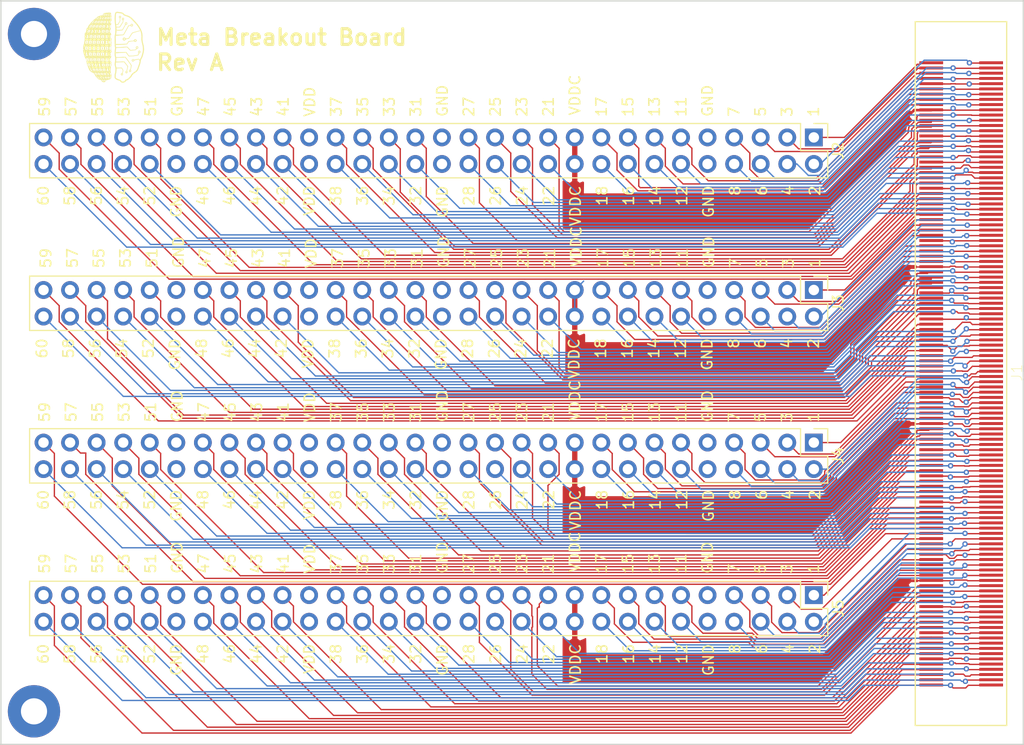
<source format=kicad_pcb>
(kicad_pcb (version 20171130) (host pcbnew "(5.1.2-1)-1")
  (layers (0 F.Cu signal) (1 In1.Cu signal hide) (2 In2.Cu signal hide) (31 B.Cu signal) (34 B.Paste user) (35 F.Paste user) (36 B.SilkS user) (37 F.SilkS user) (38 B.Mask user) (39 F.Mask user) (44 Edge.Cuts user))
  (net 0 "")
  (net 1 /CTRL_OUT0)
  (net 2 /CTRL_IN0)
  (net 3 /DATA_OUT_P7)
  (net 4 /DATA_IN_P7)
  (net 5 /DATA_OUT_N7)
  (net 6 /DATA_IN_N7)
  (net 7 /DATA_OUT_P6)
  (net 8 /DATA_IN_P6)
  (net 9 /DATA_OUT_N6)
  (net 10 /DATA_IN_N6)
  (net 11 /GND)
  (net 12 /DATA_OUT_P5)
  (net 13 /DATA_IN_P5)
  (net 14 /DATA_OUT_N5)
  (net 15 /DATA_IN_N5)
  (net 16 /DATA_OUT_P4)
  (net 17 /DATA_IN_P4)
  (net 18 /DATA_OUT_N4)
  (net 19 /DATA_IN_N4)
  (net 20 /VDDIO0)
  (net 21 /DATA_OUT_P3)
  (net 22 /DATA_IN_P3)
  (net 23 /DATA_OUT_N3)
  (net 24 /DATA_IN_N3)
  (net 25 /DATA_OUT_P2)
  (net 26 /DATA_IN_P2)
  (net 27 /DATA_OUT_N2)
  (net 28 /DATA_IN_N2)
  (net 29 /DATA_OUT_P1)
  (net 30 /DATA_IN_P1)
  (net 31 /DATA_OUT_N1)
  (net 32 /DATA_IN_N1)
  (net 33 /DATA_OUT_P0)
  (net 34 /DATA_IN_P0)
  (net 35 /DATA_OUT_N0)
  (net 36 /DATA_IN_N0)
  (net 37 /VDD0)
  (net 38 /WAIT_RD_IN_P0)
  (net 39 /WAIT_RD_OUT_P0)
  (net 40 /WAIT_RD_IN_N0)
  (net 41 /WAIT_RD_OUT_N0)
  (net 42 /WAIT_WR_IN_P0)
  (net 43 /WAIT_WR_OUT_P0)
  (net 44 /WAIT_WR_IN_N0)
  (net 45 /WAIT_WR_OUT_N0)
  (net 46 /FRAME_OUT_P0)
  (net 47 /FRAME_IN_P0)
  (net 48 /FRAME_OUT_N0)
  (net 49 /FRAME_IN_N0)
  (net 50 /LCLK_OUT_P0)
  (net 51 /LCLK_IN_P0)
  (net 52 /LCLK_OUT_N0)
  (net 53 /LCLK_IN_N0)
  (net 54 /LCLK_IN_N1)
  (net 55 /LCLK_OUT_N1)
  (net 56 /LCLK_IN_P1)
  (net 57 /LCLK_OUT_P1)
  (net 58 /FRAME_IN_N1)
  (net 59 /FRAME_OUT_N1)
  (net 60 /FRAME_IN_P1)
  (net 61 /FRAME_OUT_P1)
  (net 62 /WAIT_WR_OUT_N1)
  (net 63 /WAIT_WR_IN_N1)
  (net 64 /WAIT_WR_OUT_P1)
  (net 65 /WAIT_WR_IN_P1)
  (net 66 /WAIT_RD_OUT_N1)
  (net 67 /WAIT_RD_OUT_P1)
  (net 68 /WAIT_RD_IN_P1)
  (net 69 /DATA_IN_N8)
  (net 70 /DATA_OUT_N8)
  (net 71 /DATA_IN_P8)
  (net 72 /DATA_OUT_P8)
  (net 73 /DATA_IN_N9)
  (net 74 /DATA_OUT_N9)
  (net 75 /DATA_IN_P9)
  (net 76 /DATA_OUT_P9)
  (net 77 /DATA_IN_N10)
  (net 78 /DATA_OUT_N10)
  (net 79 /DATA_IN_P10)
  (net 80 /DATA_OUT_P10)
  (net 81 /DATA_IN_N11)
  (net 82 /DATA_OUT_N11)
  (net 83 /DATA_IN_P11)
  (net 84 /DATA_OUT_P11)
  (net 85 /DATA_IN_N12)
  (net 86 /DATA_OUT_N12)
  (net 87 /DATA_IN_P12)
  (net 88 /DATA_OUT_P12)
  (net 89 /DATA_IN_N13)
  (net 90 /DATA_OUT_N13)
  (net 91 /DATA_IN_P13)
  (net 92 /DATA_OUT_P13)
  (net 93 /DATA_IN_N14)
  (net 94 /DATA_OUT_N14)
  (net 95 /DATA_IN_P14)
  (net 96 /DATA_OUT_P14)
  (net 97 /DATA_IN_N15)
  (net 98 /DATA_OUT_N15)
  (net 99 /DATA_IN_P15)
  (net 100 /DATA_OUT_P15)
  (net 101 /CTRL_IN1)
  (net 102 /CTRL_OUT1)
  (net 103 /CTRL_OUT3)
  (net 104 /CTRL_IN3)
  (net 105 /DATA_OUT_P31)
  (net 106 /DATA_IN_P31)
  (net 107 /DATA_OUT_N31)
  (net 108 /DATA_IN_N31)
  (net 109 /DATA_OUT_P30)
  (net 110 /DATA_IN_P30)
  (net 111 /DATA_OUT_N30)
  (net 112 /DATA_IN_N30)
  (net 113 /DATA_OUT_P29)
  (net 114 /DATA_IN_P29)
  (net 115 /DATA_OUT_N29)
  (net 116 /DATA_IN_N29)
  (net 117 /DATA_OUT_P28)
  (net 118 /DATA_IN_P28)
  (net 119 /DATA_OUT_N28)
  (net 120 /DATA_IN_N28)
  (net 121 /VDDIO1)
  (net 122 /DATA_OUT_P27)
  (net 123 /DATA_IN_P27)
  (net 124 /DATA_OUT_N27)
  (net 125 /DATA_IN_N27)
  (net 126 /DATA_OUT_P26)
  (net 127 /DATA_IN_P26)
  (net 128 /DATA_OUT_N26)
  (net 129 /DATA_IN_N26)
  (net 130 /DATA_OUT_P25)
  (net 131 /DATA_IN_P25)
  (net 132 /DATA_OUT_N25)
  (net 133 /DATA_IN_N25)
  (net 134 /DATA_OUT_P24)
  (net 135 /DATA_IN_P24)
  (net 136 /DATA_OUT_N24)
  (net 137 /DATA_IN_N24)
  (net 138 /VDD1)
  (net 139 /WAIT_RD_IN_P3)
  (net 140 /WAIT_RD_OUT_P3)
  (net 141 /WAIT_RD_IN_N3)
  (net 142 /WAIT_RD_OUT_N3)
  (net 143 /WAIT_WR_IN_P3)
  (net 144 /WAIT_WR_OUT_P3)
  (net 145 /WAIT_WR_IN_N3)
  (net 146 /WAIT_WR_OUT_N3)
  (net 147 /FRAME_OUT_P3)
  (net 148 /FRAME_IN_P3)
  (net 149 /FRAME_OUT_N3)
  (net 150 /FRAME_IN_N3)
  (net 151 /LCLK_OUT_P3)
  (net 152 /LCLK_IN_P3)
  (net 153 /LCLK_OUT_N3)
  (net 154 /LCLK_IN_N3)
  (net 155 /LCLK_IN_N2)
  (net 156 /LCLK_OUT_N2)
  (net 157 /LCLK_IN_P2)
  (net 158 /LCLK_OUT_P2)
  (net 159 /FRAME_IN_N2)
  (net 160 /FRAME_OUT_N2)
  (net 161 /FRAME_IN_P2)
  (net 162 /FRAME_OUT_P2)
  (net 163 /WAIT_WR_OUT_N2)
  (net 164 /WAIT_WR_IN_N2)
  (net 165 /WAIT_WR_OUT_P2)
  (net 166 /WAIT_RD_OUT_N2)
  (net 167 /WAIT_RD_IN_N2)
  (net 168 /WAIT_RD_OUT_P2)
  (net 169 /WAIT_RD_IN_P2)
  (net 170 /DATA_IN_N16)
  (net 171 /DATA_OUT_N16)
  (net 172 /DATA_IN_P16)
  (net 173 /DATA_OUT_P16)
  (net 174 /DATA_IN_N17)
  (net 175 /DATA_OUT_N17)
  (net 176 /DATA_IN_P17)
  (net 177 /DATA_OUT_P17)
  (net 178 /DATA_IN_N18)
  (net 179 /DATA_OUT_N18)
  (net 180 /DATA_IN_P18)
  (net 181 /DATA_OUT_P18)
  (net 182 /DATA_IN_N19)
  (net 183 /DATA_OUT_N19)
  (net 184 /DATA_IN_P19)
  (net 185 /DATA_OUT_P19)
  (net 186 /DATA_IN_N20)
  (net 187 /DATA_OUT_N20)
  (net 188 /DATA_IN_P20)
  (net 189 /DATA_OUT_P20)
  (net 190 /DATA_IN_N21)
  (net 191 /DATA_OUT_N21)
  (net 192 /DATA_IN_P21)
  (net 193 /DATA_OUT_P21)
  (net 194 /DATA_IN_N22)
  (net 195 /DATA_OUT_N22)
  (net 196 /DATA_IN_P22)
  (net 197 /DATA_OUT_P22)
  (net 198 /DATA_IN_N23)
  (net 199 /DATA_OUT_N23)
  (net 200 /DATA_IN_P23)
  (net 201 /DATA_OUT_P23)
  (net 202 /CTRL_IN2)
  (net 203 /CTRL_OUT2)
  (net 204 /WAIT_WR_IN_P2)
  (net 205 /WAIT_RD_IN_N1)
  (net 206 /VDDIO2)
  (net 207 /VDD2)
  (net 208 /VDD3)
  (net 209 /VDDIO3)
  (module Connector_PinHeader_2.54mm:PinHeader_2x30_P2.54mm_Vertical (layer F.Cu) (at 117.42 116.36 270)
    (fp_text reference J5 (at 1.27 -2.33 270) (layer F.SilkS))
    (fp_text value Conn_02x30_Odd_Even hide)
    (pad 60 thru_hole oval (at 2.54 73.66 270) (size 1.7 1.7) (drill 1) (layers *.Cu *.Mask) (net 103 /CTRL_OUT3))
    (pad 59 thru_hole oval (at 0 73.66 270) (size 1.7 1.7) (drill 1) (layers *.Cu *.Mask) (net 104 /CTRL_IN3))
    (pad 58 thru_hole oval (at 2.54 71.12 270) (size 1.7 1.7) (drill 1) (layers *.Cu *.Mask) (net 105 /DATA_OUT_P31))
    (pad 57 thru_hole oval (at 0 71.12 270) (size 1.7 1.7) (drill 1) (layers *.Cu *.Mask) (net 106 /DATA_IN_P31))
    (pad 56 thru_hole oval (at 2.54 68.58 270) (size 1.7 1.7) (drill 1) (layers *.Cu *.Mask) (net 107 /DATA_OUT_N31))
    (pad 55 thru_hole oval (at 0 68.58 270) (size 1.7 1.7) (drill 1) (layers *.Cu *.Mask) (net 108 /DATA_IN_N31))
    (pad 54 thru_hole oval (at 2.54 66.04 270) (size 1.7 1.7) (drill 1) (layers *.Cu *.Mask) (net 109 /DATA_OUT_P30))
    (pad 53 thru_hole oval (at 0 66.04 270) (size 1.7 1.7) (drill 1) (layers *.Cu *.Mask) (net 110 /DATA_IN_P30))
    (pad 52 thru_hole oval (at 2.54 63.5 270) (size 1.7 1.7) (drill 1) (layers *.Cu *.Mask) (net 111 /DATA_OUT_N30))
    (pad 51 thru_hole oval (at 0 63.5 270) (size 1.7 1.7) (drill 1) (layers *.Cu *.Mask) (net 112 /DATA_IN_N30))
    (pad 50 thru_hole oval (at 2.54 60.96 270) (size 1.7 1.7) (drill 1) (layers *.Cu *.Mask) (net 11 /GND))
    (pad 49 thru_hole oval (at 0 60.96 270) (size 1.7 1.7) (drill 1) (layers *.Cu *.Mask) (net 11 /GND))
    (pad 48 thru_hole oval (at 2.54 58.42 270) (size 1.7 1.7) (drill 1) (layers *.Cu *.Mask) (net 113 /DATA_OUT_P29))
    (pad 47 thru_hole oval (at 0 58.42 270) (size 1.7 1.7) (drill 1) (layers *.Cu *.Mask) (net 114 /DATA_IN_P29))
    (pad 46 thru_hole oval (at 2.54 55.88 270) (size 1.7 1.7) (drill 1) (layers *.Cu *.Mask) (net 115 /DATA_OUT_N29))
    (pad 45 thru_hole oval (at 0 55.88 270) (size 1.7 1.7) (drill 1) (layers *.Cu *.Mask) (net 116 /DATA_IN_N29))
    (pad 44 thru_hole oval (at 2.54 53.34 270) (size 1.7 1.7) (drill 1) (layers *.Cu *.Mask) (net 117 /DATA_OUT_P28))
    (pad 43 thru_hole oval (at 0 53.34 270) (size 1.7 1.7) (drill 1) (layers *.Cu *.Mask) (net 118 /DATA_IN_P28))
    (pad 42 thru_hole oval (at 2.54 50.8 270) (size 1.7 1.7) (drill 1) (layers *.Cu *.Mask) (net 119 /DATA_OUT_N28))
    (pad 41 thru_hole oval (at 0 50.8 270) (size 1.7 1.7) (drill 1) (layers *.Cu *.Mask) (net 120 /DATA_IN_N28))
    (pad 40 thru_hole oval (at 2.54 48.26 270) (size 1.7 1.7) (drill 1) (layers *.Cu *.Mask) (net 209 /VDDIO3))
    (pad 39 thru_hole oval (at 0 48.26 270) (size 1.7 1.7) (drill 1) (layers *.Cu *.Mask) (net 209 /VDDIO3))
    (pad 38 thru_hole oval (at 2.54 45.72 270) (size 1.7 1.7) (drill 1) (layers *.Cu *.Mask) (net 122 /DATA_OUT_P27))
    (pad 37 thru_hole oval (at 0 45.72 270) (size 1.7 1.7) (drill 1) (layers *.Cu *.Mask) (net 123 /DATA_IN_P27))
    (pad 36 thru_hole oval (at 2.54 43.18 270) (size 1.7 1.7) (drill 1) (layers *.Cu *.Mask) (net 124 /DATA_OUT_N27))
    (pad 35 thru_hole oval (at 0 43.18 270) (size 1.7 1.7) (drill 1) (layers *.Cu *.Mask) (net 125 /DATA_IN_N27))
    (pad 34 thru_hole oval (at 2.54 40.64 270) (size 1.7 1.7) (drill 1) (layers *.Cu *.Mask) (net 126 /DATA_OUT_P26))
    (pad 33 thru_hole oval (at 0 40.64 270) (size 1.7 1.7) (drill 1) (layers *.Cu *.Mask) (net 127 /DATA_IN_P26))
    (pad 32 thru_hole oval (at 2.54 38.1 270) (size 1.7 1.7) (drill 1) (layers *.Cu *.Mask) (net 128 /DATA_OUT_N26))
    (pad 31 thru_hole oval (at 0 38.1 270) (size 1.7 1.7) (drill 1) (layers *.Cu *.Mask) (net 129 /DATA_IN_N26))
    (pad 30 thru_hole oval (at 2.54 35.56 270) (size 1.7 1.7) (drill 1) (layers *.Cu *.Mask) (net 11 /GND))
    (pad 29 thru_hole oval (at 0 35.56 270) (size 1.7 1.7) (drill 1) (layers *.Cu *.Mask) (net 11 /GND))
    (pad 28 thru_hole oval (at 2.54 33.02 270) (size 1.7 1.7) (drill 1) (layers *.Cu *.Mask) (net 130 /DATA_OUT_P25))
    (pad 27 thru_hole oval (at 0 33.02 270) (size 1.7 1.7) (drill 1) (layers *.Cu *.Mask) (net 131 /DATA_IN_P25))
    (pad 26 thru_hole oval (at 2.54 30.48 270) (size 1.7 1.7) (drill 1) (layers *.Cu *.Mask) (net 132 /DATA_OUT_N25))
    (pad 25 thru_hole oval (at 0 30.48 270) (size 1.7 1.7) (drill 1) (layers *.Cu *.Mask) (net 133 /DATA_IN_N25))
    (pad 24 thru_hole oval (at 2.54 27.94 270) (size 1.7 1.7) (drill 1) (layers *.Cu *.Mask) (net 134 /DATA_OUT_P24))
    (pad 23 thru_hole oval (at 0 27.94 270) (size 1.7 1.7) (drill 1) (layers *.Cu *.Mask) (net 135 /DATA_IN_P24))
    (pad 22 thru_hole oval (at 2.54 25.4 270) (size 1.7 1.7) (drill 1) (layers *.Cu *.Mask) (net 136 /DATA_OUT_N24))
    (pad 21 thru_hole oval (at 0 25.4 270) (size 1.7 1.7) (drill 1) (layers *.Cu *.Mask) (net 137 /DATA_IN_N24))
    (pad 20 thru_hole oval (at 2.54 22.86 270) (size 1.7 1.7) (drill 1) (layers *.Cu *.Mask) (net 208 /VDD3))
    (pad 19 thru_hole oval (at 0 22.86 270) (size 1.7 1.7) (drill 1) (layers *.Cu *.Mask) (net 208 /VDD3))
    (pad 18 thru_hole oval (at 2.54 20.32 270) (size 1.7 1.7) (drill 1) (layers *.Cu *.Mask) (net 139 /WAIT_RD_IN_P3))
    (pad 17 thru_hole oval (at 0 20.32 270) (size 1.7 1.7) (drill 1) (layers *.Cu *.Mask) (net 140 /WAIT_RD_OUT_P3))
    (pad 16 thru_hole oval (at 2.54 17.78 270) (size 1.7 1.7) (drill 1) (layers *.Cu *.Mask) (net 141 /WAIT_RD_IN_N3))
    (pad 15 thru_hole oval (at 0 17.78 270) (size 1.7 1.7) (drill 1) (layers *.Cu *.Mask) (net 142 /WAIT_RD_OUT_N3))
    (pad 14 thru_hole oval (at 2.54 15.24 270) (size 1.7 1.7) (drill 1) (layers *.Cu *.Mask) (net 143 /WAIT_WR_IN_P3))
    (pad 13 thru_hole oval (at 0 15.24 270) (size 1.7 1.7) (drill 1) (layers *.Cu *.Mask) (net 144 /WAIT_WR_OUT_P3))
    (pad 12 thru_hole oval (at 2.54 12.7 270) (size 1.7 1.7) (drill 1) (layers *.Cu *.Mask) (net 145 /WAIT_WR_IN_N3))
    (pad 11 thru_hole oval (at 0 12.7 270) (size 1.7 1.7) (drill 1) (layers *.Cu *.Mask) (net 146 /WAIT_WR_OUT_N3))
    (pad 10 thru_hole oval (at 2.54 10.16 270) (size 1.7 1.7) (drill 1) (layers *.Cu *.Mask) (net 11 /GND))
    (pad 9 thru_hole oval (at 0 10.16 270) (size 1.7 1.7) (drill 1) (layers *.Cu *.Mask) (net 11 /GND))
    (pad 8 thru_hole oval (at 2.54 7.62 270) (size 1.7 1.7) (drill 1) (layers *.Cu *.Mask) (net 147 /FRAME_OUT_P3))
    (pad 7 thru_hole oval (at 0 7.62 270) (size 1.7 1.7) (drill 1) (layers *.Cu *.Mask) (net 148 /FRAME_IN_P3))
    (pad 6 thru_hole oval (at 2.54 5.08 270) (size 1.7 1.7) (drill 1) (layers *.Cu *.Mask) (net 149 /FRAME_OUT_N3))
    (pad 5 thru_hole oval (at 0 5.08 270) (size 1.7 1.7) (drill 1) (layers *.Cu *.Mask) (net 150 /FRAME_IN_N3))
    (pad 4 thru_hole oval (at 2.54 2.54 270) (size 1.7 1.7) (drill 1) (layers *.Cu *.Mask) (net 151 /LCLK_OUT_P3))
    (pad 3 thru_hole oval (at 0 2.54 270) (size 1.7 1.7) (drill 1) (layers *.Cu *.Mask) (net 152 /LCLK_IN_P3))
    (pad 2 thru_hole oval (at 2.54 0 270) (size 1.7 1.7) (drill 1) (layers *.Cu *.Mask) (net 153 /LCLK_OUT_N3))
    (pad 1 thru_hole rect (at 0 0 270) (size 1.7 1.7) (drill 1) (layers *.Cu *.Mask) (net 154 /LCLK_IN_N3))
  )
  (module Connector_PinHeader_2.54mm:PinHeader_2x30_P2.54mm_Vertical (layer F.Cu) (at 117.42 101.77 270)
    (fp_text reference J4 (at 1.27 -2.33 270) (layer F.SilkS))
    (fp_text value Conn_02x30_Odd_Even hide)
    (pad 60 thru_hole oval (at 2.54 73.66 270) (size 1.7 1.7) (drill 1) (layers *.Cu *.Mask) (net 203 /CTRL_OUT2))
    (pad 59 thru_hole oval (at 0 73.66 270) (size 1.7 1.7) (drill 1) (layers *.Cu *.Mask) (net 202 /CTRL_IN2))
    (pad 58 thru_hole oval (at 2.54 71.12 270) (size 1.7 1.7) (drill 1) (layers *.Cu *.Mask) (net 201 /DATA_OUT_P23))
    (pad 57 thru_hole oval (at 0 71.12 270) (size 1.7 1.7) (drill 1) (layers *.Cu *.Mask) (net 200 /DATA_IN_P23))
    (pad 56 thru_hole oval (at 2.54 68.58 270) (size 1.7 1.7) (drill 1) (layers *.Cu *.Mask) (net 199 /DATA_OUT_N23))
    (pad 55 thru_hole oval (at 0 68.58 270) (size 1.7 1.7) (drill 1) (layers *.Cu *.Mask) (net 198 /DATA_IN_N23))
    (pad 54 thru_hole oval (at 2.54 66.04 270) (size 1.7 1.7) (drill 1) (layers *.Cu *.Mask) (net 197 /DATA_OUT_P22))
    (pad 53 thru_hole oval (at 0 66.04 270) (size 1.7 1.7) (drill 1) (layers *.Cu *.Mask) (net 196 /DATA_IN_P22))
    (pad 52 thru_hole oval (at 2.54 63.5 270) (size 1.7 1.7) (drill 1) (layers *.Cu *.Mask) (net 195 /DATA_OUT_N22))
    (pad 51 thru_hole oval (at 0 63.5 270) (size 1.7 1.7) (drill 1) (layers *.Cu *.Mask) (net 194 /DATA_IN_N22))
    (pad 50 thru_hole oval (at 2.54 60.96 270) (size 1.7 1.7) (drill 1) (layers *.Cu *.Mask) (net 11 /GND))
    (pad 49 thru_hole oval (at 0 60.96 270) (size 1.7 1.7) (drill 1) (layers *.Cu *.Mask) (net 11 /GND))
    (pad 48 thru_hole oval (at 2.54 58.42 270) (size 1.7 1.7) (drill 1) (layers *.Cu *.Mask) (net 193 /DATA_OUT_P21))
    (pad 47 thru_hole oval (at 0 58.42 270) (size 1.7 1.7) (drill 1) (layers *.Cu *.Mask) (net 192 /DATA_IN_P21))
    (pad 46 thru_hole oval (at 2.54 55.88 270) (size 1.7 1.7) (drill 1) (layers *.Cu *.Mask) (net 191 /DATA_OUT_N21))
    (pad 45 thru_hole oval (at 0 55.88 270) (size 1.7 1.7) (drill 1) (layers *.Cu *.Mask) (net 190 /DATA_IN_N21))
    (pad 44 thru_hole oval (at 2.54 53.34 270) (size 1.7 1.7) (drill 1) (layers *.Cu *.Mask) (net 189 /DATA_OUT_P20))
    (pad 43 thru_hole oval (at 0 53.34 270) (size 1.7 1.7) (drill 1) (layers *.Cu *.Mask) (net 188 /DATA_IN_P20))
    (pad 42 thru_hole oval (at 2.54 50.8 270) (size 1.7 1.7) (drill 1) (layers *.Cu *.Mask) (net 187 /DATA_OUT_N20))
    (pad 41 thru_hole oval (at 0 50.8 270) (size 1.7 1.7) (drill 1) (layers *.Cu *.Mask) (net 186 /DATA_IN_N20))
    (pad 40 thru_hole oval (at 2.54 48.26 270) (size 1.7 1.7) (drill 1) (layers *.Cu *.Mask) (net 206 /VDDIO2))
    (pad 39 thru_hole oval (at 0 48.26 270) (size 1.7 1.7) (drill 1) (layers *.Cu *.Mask) (net 206 /VDDIO2))
    (pad 38 thru_hole oval (at 2.54 45.72 270) (size 1.7 1.7) (drill 1) (layers *.Cu *.Mask) (net 185 /DATA_OUT_P19))
    (pad 37 thru_hole oval (at 0 45.72 270) (size 1.7 1.7) (drill 1) (layers *.Cu *.Mask) (net 184 /DATA_IN_P19))
    (pad 36 thru_hole oval (at 2.54 43.18 270) (size 1.7 1.7) (drill 1) (layers *.Cu *.Mask) (net 183 /DATA_OUT_N19))
    (pad 35 thru_hole oval (at 0 43.18 270) (size 1.7 1.7) (drill 1) (layers *.Cu *.Mask) (net 182 /DATA_IN_N19))
    (pad 34 thru_hole oval (at 2.54 40.64 270) (size 1.7 1.7) (drill 1) (layers *.Cu *.Mask) (net 181 /DATA_OUT_P18))
    (pad 33 thru_hole oval (at 0 40.64 270) (size 1.7 1.7) (drill 1) (layers *.Cu *.Mask) (net 180 /DATA_IN_P18))
    (pad 32 thru_hole oval (at 2.54 38.1 270) (size 1.7 1.7) (drill 1) (layers *.Cu *.Mask) (net 179 /DATA_OUT_N18))
    (pad 31 thru_hole oval (at 0 38.1 270) (size 1.7 1.7) (drill 1) (layers *.Cu *.Mask) (net 178 /DATA_IN_N18))
    (pad 30 thru_hole oval (at 2.54 35.56 270) (size 1.7 1.7) (drill 1) (layers *.Cu *.Mask) (net 11 /GND))
    (pad 29 thru_hole oval (at 0 35.56 270) (size 1.7 1.7) (drill 1) (layers *.Cu *.Mask) (net 11 /GND))
    (pad 28 thru_hole oval (at 2.54 33.02 270) (size 1.7 1.7) (drill 1) (layers *.Cu *.Mask) (net 177 /DATA_OUT_P17))
    (pad 27 thru_hole oval (at 0 33.02 270) (size 1.7 1.7) (drill 1) (layers *.Cu *.Mask) (net 176 /DATA_IN_P17))
    (pad 26 thru_hole oval (at 2.54 30.48 270) (size 1.7 1.7) (drill 1) (layers *.Cu *.Mask) (net 175 /DATA_OUT_N17))
    (pad 25 thru_hole oval (at 0 30.48 270) (size 1.7 1.7) (drill 1) (layers *.Cu *.Mask) (net 174 /DATA_IN_N17))
    (pad 24 thru_hole oval (at 2.54 27.94 270) (size 1.7 1.7) (drill 1) (layers *.Cu *.Mask) (net 173 /DATA_OUT_P16))
    (pad 23 thru_hole oval (at 0 27.94 270) (size 1.7 1.7) (drill 1) (layers *.Cu *.Mask) (net 172 /DATA_IN_P16))
    (pad 22 thru_hole oval (at 2.54 25.4 270) (size 1.7 1.7) (drill 1) (layers *.Cu *.Mask) (net 171 /DATA_OUT_N16))
    (pad 21 thru_hole oval (at 0 25.4 270) (size 1.7 1.7) (drill 1) (layers *.Cu *.Mask) (net 170 /DATA_IN_N16))
    (pad 20 thru_hole oval (at 2.54 22.86 270) (size 1.7 1.7) (drill 1) (layers *.Cu *.Mask) (net 207 /VDD2))
    (pad 19 thru_hole oval (at 0 22.86 270) (size 1.7 1.7) (drill 1) (layers *.Cu *.Mask) (net 207 /VDD2))
    (pad 18 thru_hole oval (at 2.54 20.32 270) (size 1.7 1.7) (drill 1) (layers *.Cu *.Mask) (net 169 /WAIT_RD_IN_P2))
    (pad 17 thru_hole oval (at 0 20.32 270) (size 1.7 1.7) (drill 1) (layers *.Cu *.Mask) (net 168 /WAIT_RD_OUT_P2))
    (pad 16 thru_hole oval (at 2.54 17.78 270) (size 1.7 1.7) (drill 1) (layers *.Cu *.Mask) (net 167 /WAIT_RD_IN_N2))
    (pad 15 thru_hole oval (at 0 17.78 270) (size 1.7 1.7) (drill 1) (layers *.Cu *.Mask) (net 166 /WAIT_RD_OUT_N2))
    (pad 14 thru_hole oval (at 2.54 15.24 270) (size 1.7 1.7) (drill 1) (layers *.Cu *.Mask) (net 204 /WAIT_WR_IN_P2))
    (pad 13 thru_hole oval (at 0 15.24 270) (size 1.7 1.7) (drill 1) (layers *.Cu *.Mask) (net 165 /WAIT_WR_OUT_P2))
    (pad 12 thru_hole oval (at 2.54 12.7 270) (size 1.7 1.7) (drill 1) (layers *.Cu *.Mask) (net 164 /WAIT_WR_IN_N2))
    (pad 11 thru_hole oval (at 0 12.7 270) (size 1.7 1.7) (drill 1) (layers *.Cu *.Mask) (net 163 /WAIT_WR_OUT_N2))
    (pad 10 thru_hole oval (at 2.54 10.16 270) (size 1.7 1.7) (drill 1) (layers *.Cu *.Mask) (net 11 /GND))
    (pad 9 thru_hole oval (at 0 10.16 270) (size 1.7 1.7) (drill 1) (layers *.Cu *.Mask) (net 11 /GND))
    (pad 8 thru_hole oval (at 2.54 7.62 270) (size 1.7 1.7) (drill 1) (layers *.Cu *.Mask) (net 162 /FRAME_OUT_P2))
    (pad 7 thru_hole oval (at 0 7.62 270) (size 1.7 1.7) (drill 1) (layers *.Cu *.Mask) (net 161 /FRAME_IN_P2))
    (pad 6 thru_hole oval (at 2.54 5.08 270) (size 1.7 1.7) (drill 1) (layers *.Cu *.Mask) (net 160 /FRAME_OUT_N2))
    (pad 5 thru_hole oval (at 0 5.08 270) (size 1.7 1.7) (drill 1) (layers *.Cu *.Mask) (net 159 /FRAME_IN_N2))
    (pad 4 thru_hole oval (at 2.54 2.54 270) (size 1.7 1.7) (drill 1) (layers *.Cu *.Mask) (net 158 /LCLK_OUT_P2))
    (pad 3 thru_hole oval (at 0 2.54 270) (size 1.7 1.7) (drill 1) (layers *.Cu *.Mask) (net 157 /LCLK_IN_P2))
    (pad 2 thru_hole oval (at 2.54 0 270) (size 1.7 1.7) (drill 1) (layers *.Cu *.Mask) (net 156 /LCLK_OUT_N2))
    (pad 1 thru_hole rect (at 0 0 270) (size 1.7 1.7) (drill 1) (layers *.Cu *.Mask) (net 155 /LCLK_IN_N2))
  )
  (module Connector_PinHeader_2.54mm:PinHeader_2x30_P2.54mm_Vertical (layer F.Cu) (at 117.42 87.18 270)
    (fp_text reference J3 (at 1.27 -2.33 270) (layer F.SilkS))
    (fp_text value Conn_02x30_Odd_Even hide)
    (pad 60 thru_hole oval (at 2.54 73.66 270) (size 1.7 1.7) (drill 1) (layers *.Cu *.Mask) (net 102 /CTRL_OUT1))
    (pad 59 thru_hole oval (at 0 73.66 270) (size 1.7 1.7) (drill 1) (layers *.Cu *.Mask) (net 101 /CTRL_IN1))
    (pad 58 thru_hole oval (at 2.54 71.12 270) (size 1.7 1.7) (drill 1) (layers *.Cu *.Mask) (net 100 /DATA_OUT_P15))
    (pad 57 thru_hole oval (at 0 71.12 270) (size 1.7 1.7) (drill 1) (layers *.Cu *.Mask) (net 99 /DATA_IN_P15))
    (pad 56 thru_hole oval (at 2.54 68.58 270) (size 1.7 1.7) (drill 1) (layers *.Cu *.Mask) (net 98 /DATA_OUT_N15))
    (pad 55 thru_hole oval (at 0 68.58 270) (size 1.7 1.7) (drill 1) (layers *.Cu *.Mask) (net 97 /DATA_IN_N15))
    (pad 54 thru_hole oval (at 2.54 66.04 270) (size 1.7 1.7) (drill 1) (layers *.Cu *.Mask) (net 96 /DATA_OUT_P14))
    (pad 53 thru_hole oval (at 0 66.04 270) (size 1.7 1.7) (drill 1) (layers *.Cu *.Mask) (net 95 /DATA_IN_P14))
    (pad 52 thru_hole oval (at 2.54 63.5 270) (size 1.7 1.7) (drill 1) (layers *.Cu *.Mask) (net 94 /DATA_OUT_N14))
    (pad 51 thru_hole oval (at 0 63.5 270) (size 1.7 1.7) (drill 1) (layers *.Cu *.Mask) (net 93 /DATA_IN_N14))
    (pad 50 thru_hole oval (at 2.54 60.96 270) (size 1.7 1.7) (drill 1) (layers *.Cu *.Mask) (net 11 /GND))
    (pad 49 thru_hole oval (at 0 60.96 270) (size 1.7 1.7) (drill 1) (layers *.Cu *.Mask) (net 11 /GND))
    (pad 48 thru_hole oval (at 2.54 58.42 270) (size 1.7 1.7) (drill 1) (layers *.Cu *.Mask) (net 92 /DATA_OUT_P13))
    (pad 47 thru_hole oval (at 0 58.42 270) (size 1.7 1.7) (drill 1) (layers *.Cu *.Mask) (net 91 /DATA_IN_P13))
    (pad 46 thru_hole oval (at 2.54 55.88 270) (size 1.7 1.7) (drill 1) (layers *.Cu *.Mask) (net 90 /DATA_OUT_N13))
    (pad 45 thru_hole oval (at 0 55.88 270) (size 1.7 1.7) (drill 1) (layers *.Cu *.Mask) (net 89 /DATA_IN_N13))
    (pad 44 thru_hole oval (at 2.54 53.34 270) (size 1.7 1.7) (drill 1) (layers *.Cu *.Mask) (net 88 /DATA_OUT_P12))
    (pad 43 thru_hole oval (at 0 53.34 270) (size 1.7 1.7) (drill 1) (layers *.Cu *.Mask) (net 87 /DATA_IN_P12))
    (pad 42 thru_hole oval (at 2.54 50.8 270) (size 1.7 1.7) (drill 1) (layers *.Cu *.Mask) (net 86 /DATA_OUT_N12))
    (pad 41 thru_hole oval (at 0 50.8 270) (size 1.7 1.7) (drill 1) (layers *.Cu *.Mask) (net 85 /DATA_IN_N12))
    (pad 40 thru_hole oval (at 2.54 48.26 270) (size 1.7 1.7) (drill 1) (layers *.Cu *.Mask) (net 121 /VDDIO1))
    (pad 39 thru_hole oval (at 0 48.26 270) (size 1.7 1.7) (drill 1) (layers *.Cu *.Mask) (net 121 /VDDIO1))
    (pad 38 thru_hole oval (at 2.54 45.72 270) (size 1.7 1.7) (drill 1) (layers *.Cu *.Mask) (net 84 /DATA_OUT_P11))
    (pad 37 thru_hole oval (at 0 45.72 270) (size 1.7 1.7) (drill 1) (layers *.Cu *.Mask) (net 83 /DATA_IN_P11))
    (pad 36 thru_hole oval (at 2.54 43.18 270) (size 1.7 1.7) (drill 1) (layers *.Cu *.Mask) (net 82 /DATA_OUT_N11))
    (pad 35 thru_hole oval (at 0 43.18 270) (size 1.7 1.7) (drill 1) (layers *.Cu *.Mask) (net 81 /DATA_IN_N11))
    (pad 34 thru_hole oval (at 2.54 40.64 270) (size 1.7 1.7) (drill 1) (layers *.Cu *.Mask) (net 80 /DATA_OUT_P10))
    (pad 33 thru_hole oval (at 0 40.64 270) (size 1.7 1.7) (drill 1) (layers *.Cu *.Mask) (net 79 /DATA_IN_P10))
    (pad 32 thru_hole oval (at 2.54 38.1 270) (size 1.7 1.7) (drill 1) (layers *.Cu *.Mask) (net 78 /DATA_OUT_N10))
    (pad 31 thru_hole oval (at 0 38.1 270) (size 1.7 1.7) (drill 1) (layers *.Cu *.Mask) (net 77 /DATA_IN_N10))
    (pad 30 thru_hole oval (at 2.54 35.56 270) (size 1.7 1.7) (drill 1) (layers *.Cu *.Mask) (net 11 /GND))
    (pad 29 thru_hole oval (at 0 35.56 270) (size 1.7 1.7) (drill 1) (layers *.Cu *.Mask) (net 11 /GND))
    (pad 28 thru_hole oval (at 2.54 33.02 270) (size 1.7 1.7) (drill 1) (layers *.Cu *.Mask) (net 76 /DATA_OUT_P9))
    (pad 27 thru_hole oval (at 0 33.02 270) (size 1.7 1.7) (drill 1) (layers *.Cu *.Mask) (net 75 /DATA_IN_P9))
    (pad 26 thru_hole oval (at 2.54 30.48 270) (size 1.7 1.7) (drill 1) (layers *.Cu *.Mask) (net 74 /DATA_OUT_N9))
    (pad 25 thru_hole oval (at 0 30.48 270) (size 1.7 1.7) (drill 1) (layers *.Cu *.Mask) (net 73 /DATA_IN_N9))
    (pad 24 thru_hole oval (at 2.54 27.94 270) (size 1.7 1.7) (drill 1) (layers *.Cu *.Mask) (net 72 /DATA_OUT_P8))
    (pad 23 thru_hole oval (at 0 27.94 270) (size 1.7 1.7) (drill 1) (layers *.Cu *.Mask) (net 71 /DATA_IN_P8))
    (pad 22 thru_hole oval (at 2.54 25.4 270) (size 1.7 1.7) (drill 1) (layers *.Cu *.Mask) (net 70 /DATA_OUT_N8))
    (pad 21 thru_hole oval (at 0 25.4 270) (size 1.7 1.7) (drill 1) (layers *.Cu *.Mask) (net 69 /DATA_IN_N8))
    (pad 20 thru_hole oval (at 2.54 22.86 270) (size 1.7 1.7) (drill 1) (layers *.Cu *.Mask) (net 138 /VDD1))
    (pad 19 thru_hole oval (at 0 22.86 270) (size 1.7 1.7) (drill 1) (layers *.Cu *.Mask) (net 138 /VDD1))
    (pad 18 thru_hole oval (at 2.54 20.32 270) (size 1.7 1.7) (drill 1) (layers *.Cu *.Mask) (net 68 /WAIT_RD_IN_P1))
    (pad 17 thru_hole oval (at 0 20.32 270) (size 1.7 1.7) (drill 1) (layers *.Cu *.Mask) (net 67 /WAIT_RD_OUT_P1))
    (pad 16 thru_hole oval (at 2.54 17.78 270) (size 1.7 1.7) (drill 1) (layers *.Cu *.Mask) (net 205 /WAIT_RD_IN_N1))
    (pad 15 thru_hole oval (at 0 17.78 270) (size 1.7 1.7) (drill 1) (layers *.Cu *.Mask) (net 66 /WAIT_RD_OUT_N1))
    (pad 14 thru_hole oval (at 2.54 15.24 270) (size 1.7 1.7) (drill 1) (layers *.Cu *.Mask) (net 65 /WAIT_WR_IN_P1))
    (pad 13 thru_hole oval (at 0 15.24 270) (size 1.7 1.7) (drill 1) (layers *.Cu *.Mask) (net 64 /WAIT_WR_OUT_P1))
    (pad 12 thru_hole oval (at 2.54 12.7 270) (size 1.7 1.7) (drill 1) (layers *.Cu *.Mask) (net 63 /WAIT_WR_IN_N1))
    (pad 11 thru_hole oval (at 0 12.7 270) (size 1.7 1.7) (drill 1) (layers *.Cu *.Mask) (net 62 /WAIT_WR_OUT_N1))
    (pad 10 thru_hole oval (at 2.54 10.16 270) (size 1.7 1.7) (drill 1) (layers *.Cu *.Mask) (net 11 /GND))
    (pad 9 thru_hole oval (at 0 10.16 270) (size 1.7 1.7) (drill 1) (layers *.Cu *.Mask) (net 11 /GND))
    (pad 8 thru_hole oval (at 2.54 7.62 270) (size 1.7 1.7) (drill 1) (layers *.Cu *.Mask) (net 61 /FRAME_OUT_P1))
    (pad 7 thru_hole oval (at 0 7.62 270) (size 1.7 1.7) (drill 1) (layers *.Cu *.Mask) (net 60 /FRAME_IN_P1))
    (pad 6 thru_hole oval (at 2.54 5.08 270) (size 1.7 1.7) (drill 1) (layers *.Cu *.Mask) (net 59 /FRAME_OUT_N1))
    (pad 5 thru_hole oval (at 0 5.08 270) (size 1.7 1.7) (drill 1) (layers *.Cu *.Mask) (net 58 /FRAME_IN_N1))
    (pad 4 thru_hole oval (at 2.54 2.54 270) (size 1.7 1.7) (drill 1) (layers *.Cu *.Mask) (net 57 /LCLK_OUT_P1))
    (pad 3 thru_hole oval (at 0 2.54 270) (size 1.7 1.7) (drill 1) (layers *.Cu *.Mask) (net 56 /LCLK_IN_P1))
    (pad 2 thru_hole oval (at 2.54 0 270) (size 1.7 1.7) (drill 1) (layers *.Cu *.Mask) (net 55 /LCLK_OUT_N1))
    (pad 1 thru_hole rect (at 0 0 270) (size 1.7 1.7) (drill 1) (layers *.Cu *.Mask) (net 54 /LCLK_IN_N1))
  )
  (module Connector_PinHeader_2.54mm:PinHeader_2x30_P2.54mm_Vertical (layer F.Cu) (at 117.42 72.59 270)
    (fp_text reference J2 (at 1.27 -2.33 270) (layer F.SilkS))
    (fp_text value Conn_02x30_Odd_Even hide)
    (pad 60 thru_hole oval (at 2.54 73.66 270) (size 1.7 1.7) (drill 1) (layers *.Cu *.Mask) (net 1 /CTRL_OUT0))
    (pad 59 thru_hole oval (at 0 73.66 270) (size 1.7 1.7) (drill 1) (layers *.Cu *.Mask) (net 2 /CTRL_IN0))
    (pad 58 thru_hole oval (at 2.54 71.12 270) (size 1.7 1.7) (drill 1) (layers *.Cu *.Mask) (net 3 /DATA_OUT_P7))
    (pad 57 thru_hole oval (at 0 71.12 270) (size 1.7 1.7) (drill 1) (layers *.Cu *.Mask) (net 4 /DATA_IN_P7))
    (pad 56 thru_hole oval (at 2.54 68.58 270) (size 1.7 1.7) (drill 1) (layers *.Cu *.Mask) (net 5 /DATA_OUT_N7))
    (pad 55 thru_hole oval (at 0 68.58 270) (size 1.7 1.7) (drill 1) (layers *.Cu *.Mask) (net 6 /DATA_IN_N7))
    (pad 54 thru_hole oval (at 2.54 66.04 270) (size 1.7 1.7) (drill 1) (layers *.Cu *.Mask) (net 7 /DATA_OUT_P6))
    (pad 53 thru_hole oval (at 0 66.04 270) (size 1.7 1.7) (drill 1) (layers *.Cu *.Mask) (net 8 /DATA_IN_P6))
    (pad 52 thru_hole oval (at 2.54 63.5 270) (size 1.7 1.7) (drill 1) (layers *.Cu *.Mask) (net 9 /DATA_OUT_N6))
    (pad 51 thru_hole oval (at 0 63.5 270) (size 1.7 1.7) (drill 1) (layers *.Cu *.Mask) (net 10 /DATA_IN_N6))
    (pad 50 thru_hole oval (at 2.54 60.96 270) (size 1.7 1.7) (drill 1) (layers *.Cu *.Mask) (net 11 /GND))
    (pad 49 thru_hole oval (at 0 60.96 270) (size 1.7 1.7) (drill 1) (layers *.Cu *.Mask) (net 11 /GND))
    (pad 48 thru_hole oval (at 2.54 58.42 270) (size 1.7 1.7) (drill 1) (layers *.Cu *.Mask) (net 12 /DATA_OUT_P5))
    (pad 47 thru_hole oval (at 0 58.42 270) (size 1.7 1.7) (drill 1) (layers *.Cu *.Mask) (net 13 /DATA_IN_P5))
    (pad 46 thru_hole oval (at 2.54 55.88 270) (size 1.7 1.7) (drill 1) (layers *.Cu *.Mask) (net 14 /DATA_OUT_N5))
    (pad 45 thru_hole oval (at 0 55.88 270) (size 1.7 1.7) (drill 1) (layers *.Cu *.Mask) (net 15 /DATA_IN_N5))
    (pad 44 thru_hole oval (at 2.54 53.34 270) (size 1.7 1.7) (drill 1) (layers *.Cu *.Mask) (net 16 /DATA_OUT_P4))
    (pad 43 thru_hole oval (at 0 53.34 270) (size 1.7 1.7) (drill 1) (layers *.Cu *.Mask) (net 17 /DATA_IN_P4))
    (pad 42 thru_hole oval (at 2.54 50.8 270) (size 1.7 1.7) (drill 1) (layers *.Cu *.Mask) (net 18 /DATA_OUT_N4))
    (pad 41 thru_hole oval (at 0 50.8 270) (size 1.7 1.7) (drill 1) (layers *.Cu *.Mask) (net 19 /DATA_IN_N4))
    (pad 40 thru_hole oval (at 2.54 48.26 270) (size 1.7 1.7) (drill 1) (layers *.Cu *.Mask) (net 20 /VDDIO0))
    (pad 39 thru_hole oval (at 0 48.26 270) (size 1.7 1.7) (drill 1) (layers *.Cu *.Mask) (net 20 /VDDIO0))
    (pad 38 thru_hole oval (at 2.54 45.72 270) (size 1.7 1.7) (drill 1) (layers *.Cu *.Mask) (net 21 /DATA_OUT_P3))
    (pad 37 thru_hole oval (at 0 45.72 270) (size 1.7 1.7) (drill 1) (layers *.Cu *.Mask) (net 22 /DATA_IN_P3))
    (pad 36 thru_hole oval (at 2.54 43.18 270) (size 1.7 1.7) (drill 1) (layers *.Cu *.Mask) (net 23 /DATA_OUT_N3))
    (pad 35 thru_hole oval (at 0 43.18 270) (size 1.7 1.7) (drill 1) (layers *.Cu *.Mask) (net 24 /DATA_IN_N3))
    (pad 34 thru_hole oval (at 2.54 40.64 270) (size 1.7 1.7) (drill 1) (layers *.Cu *.Mask) (net 25 /DATA_OUT_P2))
    (pad 33 thru_hole oval (at 0 40.64 270) (size 1.7 1.7) (drill 1) (layers *.Cu *.Mask) (net 26 /DATA_IN_P2))
    (pad 32 thru_hole oval (at 2.54 38.1 270) (size 1.7 1.7) (drill 1) (layers *.Cu *.Mask) (net 27 /DATA_OUT_N2))
    (pad 31 thru_hole oval (at 0 38.1 270) (size 1.7 1.7) (drill 1) (layers *.Cu *.Mask) (net 28 /DATA_IN_N2))
    (pad 30 thru_hole oval (at 2.54 35.56 270) (size 1.7 1.7) (drill 1) (layers *.Cu *.Mask) (net 11 /GND))
    (pad 29 thru_hole oval (at 0 35.56 270) (size 1.7 1.7) (drill 1) (layers *.Cu *.Mask) (net 11 /GND))
    (pad 28 thru_hole oval (at 2.54 33.02 270) (size 1.7 1.7) (drill 1) (layers *.Cu *.Mask) (net 29 /DATA_OUT_P1))
    (pad 27 thru_hole oval (at 0 33.02 270) (size 1.7 1.7) (drill 1) (layers *.Cu *.Mask) (net 30 /DATA_IN_P1))
    (pad 26 thru_hole oval (at 2.54 30.48 270) (size 1.7 1.7) (drill 1) (layers *.Cu *.Mask) (net 31 /DATA_OUT_N1))
    (pad 25 thru_hole oval (at 0 30.48 270) (size 1.7 1.7) (drill 1) (layers *.Cu *.Mask) (net 32 /DATA_IN_N1))
    (pad 24 thru_hole oval (at 2.54 27.94 270) (size 1.7 1.7) (drill 1) (layers *.Cu *.Mask) (net 33 /DATA_OUT_P0))
    (pad 23 thru_hole oval (at 0 27.94 270) (size 1.7 1.7) (drill 1) (layers *.Cu *.Mask) (net 34 /DATA_IN_P0))
    (pad 22 thru_hole oval (at 2.54 25.4 270) (size 1.7 1.7) (drill 1) (layers *.Cu *.Mask) (net 35 /DATA_OUT_N0))
    (pad 21 thru_hole oval (at 0 25.4 270) (size 1.7 1.7) (drill 1) (layers *.Cu *.Mask) (net 36 /DATA_IN_N0))
    (pad 20 thru_hole oval (at 2.54 22.86 270) (size 1.7 1.7) (drill 1) (layers *.Cu *.Mask) (net 37 /VDD0))
    (pad 19 thru_hole oval (at 0 22.86 270) (size 1.7 1.7) (drill 1) (layers *.Cu *.Mask) (net 37 /VDD0))
    (pad 18 thru_hole oval (at 2.54 20.32 270) (size 1.7 1.7) (drill 1) (layers *.Cu *.Mask) (net 38 /WAIT_RD_IN_P0))
    (pad 17 thru_hole oval (at 0 20.32 270) (size 1.7 1.7) (drill 1) (layers *.Cu *.Mask) (net 39 /WAIT_RD_OUT_P0))
    (pad 16 thru_hole oval (at 2.54 17.78 270) (size 1.7 1.7) (drill 1) (layers *.Cu *.Mask) (net 40 /WAIT_RD_IN_N0))
    (pad 15 thru_hole oval (at 0 17.78 270) (size 1.7 1.7) (drill 1) (layers *.Cu *.Mask) (net 41 /WAIT_RD_OUT_N0))
    (pad 14 thru_hole oval (at 2.54 15.24 270) (size 1.7 1.7) (drill 1) (layers *.Cu *.Mask) (net 42 /WAIT_WR_IN_P0))
    (pad 13 thru_hole oval (at 0 15.24 270) (size 1.7 1.7) (drill 1) (layers *.Cu *.Mask) (net 43 /WAIT_WR_OUT_P0))
    (pad 12 thru_hole oval (at 2.54 12.7 270) (size 1.7 1.7) (drill 1) (layers *.Cu *.Mask) (net 44 /WAIT_WR_IN_N0))
    (pad 11 thru_hole oval (at 0 12.7 270) (size 1.7 1.7) (drill 1) (layers *.Cu *.Mask) (net 45 /WAIT_WR_OUT_N0))
    (pad 10 thru_hole oval (at 2.54 10.16 270) (size 1.7 1.7) (drill 1) (layers *.Cu *.Mask) (net 11 /GND))
    (pad 9 thru_hole oval (at 0 10.16 270) (size 1.7 1.7) (drill 1) (layers *.Cu *.Mask) (net 11 /GND))
    (pad 8 thru_hole oval (at 2.54 7.62 270) (size 1.7 1.7) (drill 1) (layers *.Cu *.Mask) (net 46 /FRAME_OUT_P0))
    (pad 7 thru_hole oval (at 0 7.62 270) (size 1.7 1.7) (drill 1) (layers *.Cu *.Mask) (net 47 /FRAME_IN_P0))
    (pad 6 thru_hole oval (at 2.54 5.08 270) (size 1.7 1.7) (drill 1) (layers *.Cu *.Mask) (net 48 /FRAME_OUT_N0))
    (pad 5 thru_hole oval (at 0 5.08 270) (size 1.7 1.7) (drill 1) (layers *.Cu *.Mask) (net 49 /FRAME_IN_N0))
    (pad 4 thru_hole oval (at 2.54 2.54 270) (size 1.7 1.7) (drill 1) (layers *.Cu *.Mask) (net 50 /LCLK_OUT_P0))
    (pad 3 thru_hole oval (at 0 2.54 270) (size 1.7 1.7) (drill 1) (layers *.Cu *.Mask) (net 51 /LCLK_IN_P0))
    (pad 2 thru_hole oval (at 2.54 0 270) (size 1.7 1.7) (drill 1) (layers *.Cu *.Mask) (net 52 /LCLK_OUT_N0))
    (pad 1 thru_hole rect (at 0 0 270) (size 1.7 1.7) (drill 1) (layers *.Cu *.Mask) (net 53 /LCLK_IN_N0))
  )
  (module MountingHole:MountingHole_2.5mm_Pad (layer F.Cu) (at 42.85 127.47)
    (fp_text reference REF** hide)
    (fp_text value MountingHole_2.5mm_Pad hide)
    (pad 1 thru_hole circle (at 0 0) (size 5 5) (drill 2.5) (layers *.Cu *.Mask))
  )
  (module Connector_Samtec_BSH:BSH-120-01-X-D-A (layer F.Cu) (at 131.49 95.2 270)
    (fp_text reference J1 (at -0.115 -5.34 270) (layer F.SilkS) (effects (font (size 1.00239 1.00239) (thickness 0.05))))
    (fp_text value BSH-120 hide)
    (pad "" np_thru_hole circle (at 32.563 -2.686 270) (size 1.016 1.016) (drill 1.016) (layers *.Cu *.Mask))
    (pad "" np_thru_hole circle (at -32.563 -2.686 270) (size 1.016 1.016) (drill 1.016) (layers *.Cu *.Mask))
    (pad 202 smd rect (at 20.25 -2.884 270) (size 0.279 2.273) (layers F.Cu F.Paste F.Mask) (net 136 /DATA_OUT_N24))
    (pad 204 smd rect (at 20.75 -2.884 270) (size 0.279 2.273) (layers F.Cu F.Paste F.Mask) (net 134 /DATA_OUT_P24))
    (pad 213 smd rect (at 23.25 2.844 270) (size 0.279 2.273) (layers F.Cu F.Paste F.Mask) (net 127 /DATA_IN_P26))
    (pad 203 smd rect (at 20.75 2.844 270) (size 0.279 2.273) (layers F.Cu F.Paste F.Mask) (net 135 /DATA_IN_P24))
    (pad 206 smd rect (at 21.25 -2.884 270) (size 0.279 2.273) (layers F.Cu F.Paste F.Mask) (net 132 /DATA_OUT_N25))
    (pad 228 smd rect (at 26.75 -2.884 270) (size 0.279 2.273) (layers F.Cu F.Paste F.Mask) (net 113 /DATA_OUT_P29))
    (pad 207 smd rect (at 21.75 2.844 270) (size 0.279 2.273) (layers F.Cu F.Paste F.Mask) (net 131 /DATA_IN_P25))
    (pad 211 smd rect (at 22.75 2.844 270) (size 0.279 2.273) (layers F.Cu F.Paste F.Mask) (net 129 /DATA_IN_N26))
    (pad 224 smd rect (at 25.75 -2.884 270) (size 0.279 2.273) (layers F.Cu F.Paste F.Mask) (net 117 /DATA_OUT_P28))
    (pad 216 smd rect (at 23.75 -2.884 270) (size 0.279 2.273) (layers F.Cu F.Paste F.Mask) (net 124 /DATA_OUT_N27))
    (pad 221 smd rect (at 25.25 2.844 270) (size 0.279 2.273) (layers F.Cu F.Paste F.Mask) (net 120 /DATA_IN_N28))
    (pad 229 smd rect (at 27.25 2.844 270) (size 0.279 2.273) (layers F.Cu F.Paste F.Mask) (net 11 /GND))
    (pad 214 smd rect (at 23.25 -2.884 270) (size 0.279 2.273) (layers F.Cu F.Paste F.Mask) (net 126 /DATA_OUT_P26))
    (pad 223 smd rect (at 25.75 2.844 270) (size 0.279 2.273) (layers F.Cu F.Paste F.Mask) (net 118 /DATA_IN_P28))
    (pad 217 smd rect (at 24.25 2.844 270) (size 0.279 2.273) (layers F.Cu F.Paste F.Mask) (net 123 /DATA_IN_P27))
    (pad 227 smd rect (at 26.75 2.844 270) (size 0.279 2.273) (layers F.Cu F.Paste F.Mask) (net 114 /DATA_IN_P29))
    (pad 235 smd rect (at 28.75 2.844 270) (size 0.279 2.273) (layers F.Cu F.Paste F.Mask) (net 108 /DATA_IN_N31))
    (pad 201 smd rect (at 20.25 2.844 270) (size 0.279 2.273) (layers F.Cu F.Paste F.Mask) (net 137 /DATA_IN_N24))
    (pad 232 smd rect (at 27.75 -2.884 270) (size 0.279 2.273) (layers F.Cu F.Paste F.Mask) (net 111 /DATA_OUT_N30))
    (pad 208 smd rect (at 21.75 -2.884 270) (size 0.279 2.273) (layers F.Cu F.Paste F.Mask) (net 130 /DATA_OUT_P25))
    (pad 205 smd rect (at 21.25 2.844 270) (size 0.279 2.273) (layers F.Cu F.Paste F.Mask) (net 133 /DATA_IN_N25))
    (pad 220 smd rect (at 24.75 -2.884 270) (size 0.279 2.273) (layers F.Cu F.Paste F.Mask) (net 209 /VDDIO3))
    (pad 212 smd rect (at 22.75 -2.884 270) (size 0.279 2.273) (layers F.Cu F.Paste F.Mask) (net 128 /DATA_OUT_N26))
    (pad 239 smd rect (at 29.75 2.844 270) (size 0.279 2.273) (layers F.Cu F.Paste F.Mask) (net 104 /CTRL_IN3))
    (pad 210 smd rect (at 22.25 -2.884 270) (size 0.279 2.273) (layers F.Cu F.Paste F.Mask) (net 11 /GND))
    (pad 233 smd rect (at 28.25 2.844 270) (size 0.279 2.273) (layers F.Cu F.Paste F.Mask) (net 110 /DATA_IN_P30))
    (pad 218 smd rect (at 24.25 -2.884 270) (size 0.279 2.273) (layers F.Cu F.Paste F.Mask) (net 122 /DATA_OUT_P27))
    (pad 226 smd rect (at 26.25 -2.884 270) (size 0.279 2.273) (layers F.Cu F.Paste F.Mask) (net 115 /DATA_OUT_N29))
    (pad 209 smd rect (at 22.25 2.844 270) (size 0.279 2.273) (layers F.Cu F.Paste F.Mask) (net 11 /GND))
    (pad 236 smd rect (at 28.75 -2.884 270) (size 0.279 2.273) (layers F.Cu F.Paste F.Mask) (net 107 /DATA_OUT_N31))
    (pad 225 smd rect (at 26.25 2.844 270) (size 0.279 2.273) (layers F.Cu F.Paste F.Mask) (net 116 /DATA_IN_N29))
    (pad 237 smd rect (at 29.25 2.844 270) (size 0.279 2.273) (layers F.Cu F.Paste F.Mask) (net 106 /DATA_IN_P31))
    (pad 222 smd rect (at 25.25 -2.884 270) (size 0.279 2.273) (layers F.Cu F.Paste F.Mask) (net 119 /DATA_OUT_N28))
    (pad 234 smd rect (at 28.25 -2.884 270) (size 0.279 2.273) (layers F.Cu F.Paste F.Mask) (net 109 /DATA_OUT_P30))
    (pad 219 smd rect (at 24.75 2.844 270) (size 0.279 2.273) (layers F.Cu F.Paste F.Mask) (net 209 /VDDIO3))
    (pad 215 smd rect (at 23.75 2.844 270) (size 0.279 2.273) (layers F.Cu F.Paste F.Mask) (net 125 /DATA_IN_N27))
    (pad 238 smd rect (at 29.25 -2.884 270) (size 0.279 2.273) (layers F.Cu F.Paste F.Mask) (net 105 /DATA_OUT_P31))
    (pad 230 smd rect (at 27.25 -2.884 270) (size 0.279 2.273) (layers F.Cu F.Paste F.Mask) (net 11 /GND))
    (pad 231 smd rect (at 27.75 2.844 270) (size 0.279 2.273) (layers F.Cu F.Paste F.Mask) (net 112 /DATA_IN_N30))
    (pad 240 smd rect (at 29.75 -2.884 270) (size 0.279 2.273) (layers F.Cu F.Paste F.Mask) (net 103 /CTRL_OUT3))
    (pad 152 smd rect (at 7.75 -2.884 270) (size 0.279 2.273) (layers F.Cu F.Paste F.Mask) (net 179 /DATA_OUT_N18))
    (pad 149 smd rect (at 7.25 2.844 270) (size 0.279 2.273) (layers F.Cu F.Paste F.Mask) (net 11 /GND))
    (pad 185 smd rect (at 16.25 2.844 270) (size 0.279 2.273) (layers F.Cu F.Paste F.Mask) (net 150 /FRAME_IN_N3))
    (pad 164 smd rect (at 10.75 -2.884 270) (size 0.279 2.273) (layers F.Cu F.Paste F.Mask) (net 189 /DATA_OUT_P20))
    (pad 197 smd rect (at 19.25 2.844 270) (size 0.279 2.273) (layers F.Cu F.Paste F.Mask) (net 140 /WAIT_RD_OUT_P3))
    (pad 192 smd rect (at 17.75 -2.884 270) (size 0.279 2.273) (layers F.Cu F.Paste F.Mask) (net 145 /WAIT_WR_IN_N3))
    (pad 187 smd rect (at 16.75 2.844 270) (size 0.279 2.273) (layers F.Cu F.Paste F.Mask) (net 148 /FRAME_IN_P3))
    (pad 182 smd rect (at 15.25 -2.884 270) (size 0.279 2.273) (layers F.Cu F.Paste F.Mask) (net 153 /LCLK_OUT_N3))
    (pad 161 smd rect (at 10.25 2.844 270) (size 0.279 2.273) (layers F.Cu F.Paste F.Mask) (net 186 /DATA_IN_N20))
    (pad 160 smd rect (at 9.75 -2.884 270) (size 0.279 2.273) (layers F.Cu F.Paste F.Mask) (net 206 /VDDIO2))
    (pad 188 smd rect (at 16.75 -2.884 270) (size 0.279 2.273) (layers F.Cu F.Paste F.Mask) (net 147 /FRAME_OUT_P3))
    (pad 184 smd rect (at 15.75 -2.884 270) (size 0.279 2.273) (layers F.Cu F.Paste F.Mask) (net 151 /LCLK_OUT_P3))
    (pad 183 smd rect (at 15.75 2.844 270) (size 0.279 2.273) (layers F.Cu F.Paste F.Mask) (net 152 /LCLK_IN_P3))
    (pad 155 smd rect (at 8.75 2.844 270) (size 0.279 2.273) (layers F.Cu F.Paste F.Mask) (net 182 /DATA_IN_N19))
    (pad 173 smd rect (at 13.25 2.844 270) (size 0.279 2.273) (layers F.Cu F.Paste F.Mask) (net 196 /DATA_IN_P22))
    (pad 170 smd rect (at 12.25 -2.884 270) (size 0.279 2.273) (layers F.Cu F.Paste F.Mask) (net 11 /GND))
    (pad 102 smd rect (at -4.75 -2.884 270) (size 0.279 2.273) (layers F.Cu F.Paste F.Mask) (net 86 /DATA_OUT_N12))
    (pad 104 smd rect (at -4.25 -2.884 270) (size 0.279 2.273) (layers F.Cu F.Paste F.Mask) (net 88 /DATA_OUT_P12))
    (pad 162 smd rect (at 10.25 -2.884 270) (size 0.279 2.273) (layers F.Cu F.Paste F.Mask) (net 187 /DATA_OUT_N20))
    (pad 113 smd rect (at -1.75 2.844 270) (size 0.279 2.273) (layers F.Cu F.Paste F.Mask) (net 95 /DATA_IN_P14))
    (pad 156 smd rect (at 8.75 -2.884 270) (size 0.279 2.273) (layers F.Cu F.Paste F.Mask) (net 183 /DATA_OUT_N19))
    (pad 153 smd rect (at 8.25 2.844 270) (size 0.279 2.273) (layers F.Cu F.Paste F.Mask) (net 180 /DATA_IN_P18))
    (pad 193 smd rect (at 18.25 2.844 270) (size 0.279 2.273) (layers F.Cu F.Paste F.Mask) (net 144 /WAIT_WR_OUT_P3))
    (pad 157 smd rect (at 9.25 2.844 270) (size 0.279 2.273) (layers F.Cu F.Paste F.Mask) (net 184 /DATA_IN_P19))
    (pad 172 smd rect (at 12.75 -2.884 270) (size 0.279 2.273) (layers F.Cu F.Paste F.Mask) (net 195 /DATA_OUT_N22))
    (pad 159 smd rect (at 9.75 2.844 270) (size 0.279 2.273) (layers F.Cu F.Paste F.Mask) (net 206 /VDDIO2))
    (pad 179 smd rect (at 14.75 2.844 270) (size 0.279 2.273) (layers F.Cu F.Paste F.Mask) (net 202 /CTRL_IN2))
    (pad 163 smd rect (at 10.75 2.844 270) (size 0.279 2.273) (layers F.Cu F.Paste F.Mask) (net 188 /DATA_IN_P20))
    (pad 190 smd rect (at 17.25 -2.884 270) (size 0.279 2.273) (layers F.Cu F.Paste F.Mask) (net 11 /GND))
    (pad 154 smd rect (at 8.25 -2.884 270) (size 0.279 2.273) (layers F.Cu F.Paste F.Mask) (net 181 /DATA_OUT_P18))
    (pad 194 smd rect (at 18.25 -2.884 270) (size 0.279 2.273) (layers F.Cu F.Paste F.Mask) (net 143 /WAIT_WR_IN_P3))
    (pad 181 smd rect (at 15.25 2.844 270) (size 0.279 2.273) (layers F.Cu F.Paste F.Mask) (net 154 /LCLK_IN_N3))
    (pad 171 smd rect (at 12.75 2.844 270) (size 0.279 2.273) (layers F.Cu F.Paste F.Mask) (net 194 /DATA_IN_N22))
    (pad 180 smd rect (at 14.75 -2.884 270) (size 0.279 2.273) (layers F.Cu F.Paste F.Mask) (net 203 /CTRL_OUT2))
    (pad 103 smd rect (at -4.25 2.844 270) (size 0.279 2.273) (layers F.Cu F.Paste F.Mask) (net 87 /DATA_IN_P12))
    (pad 196 smd rect (at 18.75 -2.884 270) (size 0.279 2.273) (layers F.Cu F.Paste F.Mask) (net 141 /WAIT_RD_IN_N3))
    (pad 198 smd rect (at 19.25 -2.884 270) (size 0.279 2.273) (layers F.Cu F.Paste F.Mask) (net 139 /WAIT_RD_IN_P3))
    (pad 106 smd rect (at -3.75 -2.884 270) (size 0.279 2.273) (layers F.Cu F.Paste F.Mask) (net 90 /DATA_OUT_N13))
    (pad 128 smd rect (at 1.75 -2.884 270) (size 0.279 2.273) (layers F.Cu F.Paste F.Mask) (net 162 /FRAME_OUT_P2))
    (pad 107 smd rect (at -3.25 2.844 270) (size 0.279 2.273) (layers F.Cu F.Paste F.Mask) (net 91 /DATA_IN_P13))
    (pad 111 smd rect (at -2.25 2.844 270) (size 0.279 2.273) (layers F.Cu F.Paste F.Mask) (net 93 /DATA_IN_N14))
    (pad 124 smd rect (at 0.75 -2.884 270) (size 0.279 2.273) (layers F.Cu F.Paste F.Mask) (net 158 /LCLK_OUT_P2))
    (pad 116 smd rect (at -1.25 -2.884 270) (size 0.279 2.273) (layers F.Cu F.Paste F.Mask) (net 98 /DATA_OUT_N15))
    (pad 121 smd rect (at 0.25 2.844 270) (size 0.279 2.273) (layers F.Cu F.Paste F.Mask) (net 155 /LCLK_IN_N2))
    (pad 129 smd rect (at 2.25 2.844 270) (size 0.279 2.273) (layers F.Cu F.Paste F.Mask) (net 11 /GND))
    (pad 195 smd rect (at 18.75 2.844 270) (size 0.279 2.273) (layers F.Cu F.Paste F.Mask) (net 142 /WAIT_RD_OUT_N3))
    (pad 114 smd rect (at -1.75 -2.884 270) (size 0.279 2.273) (layers F.Cu F.Paste F.Mask) (net 96 /DATA_OUT_P14))
    (pad 123 smd rect (at 0.75 2.844 270) (size 0.279 2.273) (layers F.Cu F.Paste F.Mask) (net 157 /LCLK_IN_P2))
    (pad 117 smd rect (at -0.75 2.844 270) (size 0.279 2.273) (layers F.Cu F.Paste F.Mask) (net 99 /DATA_IN_P15))
    (pad 127 smd rect (at 1.75 2.844 270) (size 0.279 2.273) (layers F.Cu F.Paste F.Mask) (net 161 /FRAME_IN_P2))
    (pad 135 smd rect (at 3.75 2.844 270) (size 0.279 2.273) (layers F.Cu F.Paste F.Mask) (net 166 /WAIT_RD_OUT_N2))
    (pad 150 smd rect (at 7.25 -2.884 270) (size 0.279 2.273) (layers F.Cu F.Paste F.Mask) (net 11 /GND))
    (pad 101 smd rect (at -4.75 2.844 270) (size 0.279 2.273) (layers F.Cu F.Paste F.Mask) (net 85 /DATA_IN_N12))
    (pad 132 smd rect (at 2.75 -2.884 270) (size 0.279 2.273) (layers F.Cu F.Paste F.Mask) (net 164 /WAIT_WR_IN_N2))
    (pad 186 smd rect (at 16.25 -2.884 270) (size 0.279 2.273) (layers F.Cu F.Paste F.Mask) (net 149 /FRAME_OUT_N3))
    (pad 199 smd rect (at 19.75 2.844 270) (size 0.279 2.273) (layers F.Cu F.Paste F.Mask) (net 208 /VDD3))
    (pad 108 smd rect (at -3.25 -2.884 270) (size 0.279 2.273) (layers F.Cu F.Paste F.Mask) (net 92 /DATA_OUT_P13))
    (pad 174 smd rect (at 13.25 -2.884 270) (size 0.279 2.273) (layers F.Cu F.Paste F.Mask) (net 197 /DATA_OUT_P22))
    (pad 178 smd rect (at 14.25 -2.884 270) (size 0.279 2.273) (layers F.Cu F.Paste F.Mask) (net 201 /DATA_OUT_P23))
    (pad 168 smd rect (at 11.75 -2.884 270) (size 0.279 2.273) (layers F.Cu F.Paste F.Mask) (net 193 /DATA_OUT_P21))
    (pad 177 smd rect (at 14.25 2.844 270) (size 0.279 2.273) (layers F.Cu F.Paste F.Mask) (net 200 /DATA_IN_P23))
    (pad 191 smd rect (at 17.75 2.844 270) (size 0.279 2.273) (layers F.Cu F.Paste F.Mask) (net 146 /WAIT_WR_OUT_N3))
    (pad 189 smd rect (at 17.25 2.844 270) (size 0.279 2.273) (layers F.Cu F.Paste F.Mask) (net 11 /GND))
    (pad 105 smd rect (at -3.75 2.844 270) (size 0.279 2.273) (layers F.Cu F.Paste F.Mask) (net 89 /DATA_IN_N13))
    (pad 200 smd rect (at 19.75 -2.884 270) (size 0.279 2.273) (layers F.Cu F.Paste F.Mask) (net 208 /VDD3))
    (pad 169 smd rect (at 12.25 2.844 270) (size 0.279 2.273) (layers F.Cu F.Paste F.Mask) (net 11 /GND))
    (pad 167 smd rect (at 11.75 2.844 270) (size 0.279 2.273) (layers F.Cu F.Paste F.Mask) (net 192 /DATA_IN_P21))
    (pad 145 smd rect (at 6.25 2.844 270) (size 0.279 2.273) (layers F.Cu F.Paste F.Mask) (net 174 /DATA_IN_N17))
    (pad 148 smd rect (at 6.75 -2.884 270) (size 0.279 2.273) (layers F.Cu F.Paste F.Mask) (net 177 /DATA_OUT_P17))
    (pad 146 smd rect (at 6.25 -2.884 270) (size 0.279 2.273) (layers F.Cu F.Paste F.Mask) (net 175 /DATA_OUT_N17))
    (pad 147 smd rect (at 6.75 2.844 270) (size 0.279 2.273) (layers F.Cu F.Paste F.Mask) (net 176 /DATA_IN_P17))
    (pad 120 smd rect (at -0.25 -2.884 270) (size 0.279 2.273) (layers F.Cu F.Paste F.Mask) (net 102 /CTRL_OUT1))
    (pad 112 smd rect (at -2.25 -2.884 270) (size 0.279 2.273) (layers F.Cu F.Paste F.Mask) (net 94 /DATA_OUT_N14))
    (pad 139 smd rect (at 4.75 2.844 270) (size 0.279 2.273) (layers F.Cu F.Paste F.Mask) (net 207 /VDD2))
    (pad 110 smd rect (at -2.75 -2.884 270) (size 0.279 2.273) (layers F.Cu F.Paste F.Mask) (net 11 /GND))
    (pad 133 smd rect (at 3.25 2.844 270) (size 0.279 2.273) (layers F.Cu F.Paste F.Mask) (net 165 /WAIT_WR_OUT_P2))
    (pad 118 smd rect (at -0.75 -2.884 270) (size 0.279 2.273) (layers F.Cu F.Paste F.Mask) (net 100 /DATA_OUT_P15))
    (pad 126 smd rect (at 1.25 -2.884 270) (size 0.279 2.273) (layers F.Cu F.Paste F.Mask) (net 160 /FRAME_OUT_N2))
    (pad 109 smd rect (at -2.75 2.844 270) (size 0.279 2.273) (layers F.Cu F.Paste F.Mask) (net 11 /GND))
    (pad 136 smd rect (at 3.75 -2.884 270) (size 0.279 2.273) (layers F.Cu F.Paste F.Mask) (net 167 /WAIT_RD_IN_N2))
    (pad 125 smd rect (at 1.25 2.844 270) (size 0.279 2.273) (layers F.Cu F.Paste F.Mask) (net 159 /FRAME_IN_N2))
    (pad 141 smd rect (at 5.25 2.844 270) (size 0.279 2.273) (layers F.Cu F.Paste F.Mask) (net 170 /DATA_IN_N16))
    (pad 137 smd rect (at 4.25 2.844 270) (size 0.279 2.273) (layers F.Cu F.Paste F.Mask) (net 168 /WAIT_RD_OUT_P2))
    (pad 122 smd rect (at 0.25 -2.884 270) (size 0.279 2.273) (layers F.Cu F.Paste F.Mask) (net 156 /LCLK_OUT_N2))
    (pad 134 smd rect (at 3.25 -2.884 270) (size 0.279 2.273) (layers F.Cu F.Paste F.Mask) (net 204 /WAIT_WR_IN_P2))
    (pad 119 smd rect (at -0.25 2.844 270) (size 0.279 2.273) (layers F.Cu F.Paste F.Mask) (net 101 /CTRL_IN1))
    (pad 115 smd rect (at -1.25 2.844 270) (size 0.279 2.273) (layers F.Cu F.Paste F.Mask) (net 97 /DATA_IN_N15))
    (pad 138 smd rect (at 4.25 -2.884 270) (size 0.279 2.273) (layers F.Cu F.Paste F.Mask) (net 169 /WAIT_RD_IN_P2))
    (pad 130 smd rect (at 2.25 -2.884 270) (size 0.279 2.273) (layers F.Cu F.Paste F.Mask) (net 11 /GND))
    (pad 131 smd rect (at 2.75 2.844 270) (size 0.279 2.273) (layers F.Cu F.Paste F.Mask) (net 163 /WAIT_WR_OUT_N2))
    (pad 142 smd rect (at 5.25 -2.884 270) (size 0.279 2.273) (layers F.Cu F.Paste F.Mask) (net 171 /DATA_OUT_N16))
    (pad 140 smd rect (at 4.75 -2.884 270) (size 0.279 2.273) (layers F.Cu F.Paste F.Mask) (net 207 /VDD2))
    (pad 166 smd rect (at 11.25 -2.884 270) (size 0.279 2.273) (layers F.Cu F.Paste F.Mask) (net 191 /DATA_OUT_N21))
    (pad 175 smd rect (at 13.75 2.844 270) (size 0.279 2.273) (layers F.Cu F.Paste F.Mask) (net 198 /DATA_IN_N23))
    (pad 176 smd rect (at 13.75 -2.884 270) (size 0.279 2.273) (layers F.Cu F.Paste F.Mask) (net 199 /DATA_OUT_N23))
    (pad 144 smd rect (at 5.75 -2.884 270) (size 0.279 2.273) (layers F.Cu F.Paste F.Mask) (net 173 /DATA_OUT_P16))
    (pad 158 smd rect (at 9.25 -2.884 270) (size 0.279 2.273) (layers F.Cu F.Paste F.Mask) (net 185 /DATA_OUT_P19))
    (pad 151 smd rect (at 7.75 2.844 270) (size 0.279 2.273) (layers F.Cu F.Paste F.Mask) (net 178 /DATA_IN_N18))
    (pad 143 smd rect (at 5.75 2.844 270) (size 0.279 2.273) (layers F.Cu F.Paste F.Mask) (net 172 /DATA_IN_P16))
    (pad 165 smd rect (at 11.25 2.844 270) (size 0.279 2.273) (layers F.Cu F.Paste F.Mask) (net 190 /DATA_IN_N21))
    (pad 100 smd rect (at -5.25 -2.884 270) (size 0.279 2.273) (layers F.Cu F.Paste F.Mask) (net 121 /VDDIO1))
    (pad 99 smd rect (at -5.25 2.844 270) (size 0.279 2.273) (layers F.Cu F.Paste F.Mask) (net 121 /VDDIO1))
    (pad 98 smd rect (at -5.75 -2.884 270) (size 0.279 2.273) (layers F.Cu F.Paste F.Mask) (net 84 /DATA_OUT_P11))
    (pad 97 smd rect (at -5.75 2.844 270) (size 0.279 2.273) (layers F.Cu F.Paste F.Mask) (net 83 /DATA_IN_P11))
    (pad 96 smd rect (at -6.25 -2.884 270) (size 0.279 2.273) (layers F.Cu F.Paste F.Mask) (net 82 /DATA_OUT_N11))
    (pad 95 smd rect (at -6.25 2.844 270) (size 0.279 2.273) (layers F.Cu F.Paste F.Mask) (net 81 /DATA_IN_N11))
    (pad 94 smd rect (at -6.75 -2.884 270) (size 0.279 2.273) (layers F.Cu F.Paste F.Mask) (net 80 /DATA_OUT_P10))
    (pad 93 smd rect (at -6.75 2.844 270) (size 0.279 2.273) (layers F.Cu F.Paste F.Mask) (net 79 /DATA_IN_P10))
    (pad 92 smd rect (at -7.25 -2.884 270) (size 0.279 2.273) (layers F.Cu F.Paste F.Mask) (net 78 /DATA_OUT_N10))
    (pad 91 smd rect (at -7.25 2.844 270) (size 0.279 2.273) (layers F.Cu F.Paste F.Mask) (net 77 /DATA_IN_N10))
    (pad 90 smd rect (at -7.75 -2.884 270) (size 0.279 2.273) (layers F.Cu F.Paste F.Mask) (net 11 /GND))
    (pad 89 smd rect (at -7.75 2.844 270) (size 0.279 2.273) (layers F.Cu F.Paste F.Mask) (net 11 /GND))
    (pad 88 smd rect (at -8.25 -2.884 270) (size 0.279 2.273) (layers F.Cu F.Paste F.Mask) (net 76 /DATA_OUT_P9))
    (pad 87 smd rect (at -8.25 2.844 270) (size 0.279 2.273) (layers F.Cu F.Paste F.Mask) (net 75 /DATA_IN_P9))
    (pad 86 smd rect (at -8.75 -2.884 270) (size 0.279 2.273) (layers F.Cu F.Paste F.Mask) (net 74 /DATA_OUT_N9))
    (pad 85 smd rect (at -8.75 2.844 270) (size 0.279 2.273) (layers F.Cu F.Paste F.Mask) (net 73 /DATA_IN_N9))
    (pad 84 smd rect (at -9.25 -2.884 270) (size 0.279 2.273) (layers F.Cu F.Paste F.Mask) (net 72 /DATA_OUT_P8))
    (pad 83 smd rect (at -9.25 2.844 270) (size 0.279 2.273) (layers F.Cu F.Paste F.Mask) (net 71 /DATA_IN_P8))
    (pad 82 smd rect (at -9.75 -2.884 270) (size 0.279 2.273) (layers F.Cu F.Paste F.Mask) (net 70 /DATA_OUT_N8))
    (pad 81 smd rect (at -9.75 2.844 270) (size 0.279 2.273) (layers F.Cu F.Paste F.Mask) (net 69 /DATA_IN_N8))
    (pad 80 smd rect (at -10.25 -2.884 270) (size 0.279 2.273) (layers F.Cu F.Paste F.Mask) (net 138 /VDD1))
    (pad 79 smd rect (at -10.25 2.844 270) (size 0.279 2.273) (layers F.Cu F.Paste F.Mask) (net 138 /VDD1))
    (pad 78 smd rect (at -10.75 -2.884 270) (size 0.279 2.273) (layers F.Cu F.Paste F.Mask) (net 68 /WAIT_RD_IN_P1))
    (pad 77 smd rect (at -10.75 2.844 270) (size 0.279 2.273) (layers F.Cu F.Paste F.Mask) (net 67 /WAIT_RD_OUT_P1))
    (pad 76 smd rect (at -11.25 -2.884 270) (size 0.279 2.273) (layers F.Cu F.Paste F.Mask) (net 205 /WAIT_RD_IN_N1))
    (pad 75 smd rect (at -11.25 2.844 270) (size 0.279 2.273) (layers F.Cu F.Paste F.Mask) (net 66 /WAIT_RD_OUT_N1))
    (pad 74 smd rect (at -11.75 -2.884 270) (size 0.279 2.273) (layers F.Cu F.Paste F.Mask) (net 65 /WAIT_WR_IN_P1))
    (pad 73 smd rect (at -11.75 2.844 270) (size 0.279 2.273) (layers F.Cu F.Paste F.Mask) (net 64 /WAIT_WR_OUT_P1))
    (pad 72 smd rect (at -12.25 -2.884 270) (size 0.279 2.273) (layers F.Cu F.Paste F.Mask) (net 63 /WAIT_WR_IN_N1))
    (pad 71 smd rect (at -12.25 2.844 270) (size 0.279 2.273) (layers F.Cu F.Paste F.Mask) (net 62 /WAIT_WR_OUT_N1))
    (pad 70 smd rect (at -12.75 -2.884 270) (size 0.279 2.273) (layers F.Cu F.Paste F.Mask) (net 11 /GND))
    (pad 69 smd rect (at -12.75 2.844 270) (size 0.279 2.273) (layers F.Cu F.Paste F.Mask) (net 11 /GND))
    (pad 68 smd rect (at -13.25 -2.884 270) (size 0.279 2.273) (layers F.Cu F.Paste F.Mask) (net 61 /FRAME_OUT_P1))
    (pad 67 smd rect (at -13.25 2.844 270) (size 0.279 2.273) (layers F.Cu F.Paste F.Mask) (net 60 /FRAME_IN_P1))
    (pad 66 smd rect (at -13.75 -2.884 270) (size 0.279 2.273) (layers F.Cu F.Paste F.Mask) (net 59 /FRAME_OUT_N1))
    (pad 65 smd rect (at -13.75 2.844 270) (size 0.279 2.273) (layers F.Cu F.Paste F.Mask) (net 58 /FRAME_IN_N1))
    (pad 64 smd rect (at -14.25 -2.884 270) (size 0.279 2.273) (layers F.Cu F.Paste F.Mask) (net 57 /LCLK_OUT_P1))
    (pad 63 smd rect (at -14.25 2.844 270) (size 0.279 2.273) (layers F.Cu F.Paste F.Mask) (net 56 /LCLK_IN_P1))
    (pad 62 smd rect (at -14.75 -2.884 270) (size 0.279 2.273) (layers F.Cu F.Paste F.Mask) (net 55 /LCLK_OUT_N1))
    (pad 61 smd rect (at -14.75 2.844 270) (size 0.279 2.273) (layers F.Cu F.Paste F.Mask) (net 54 /LCLK_IN_N1))
    (pad 60 smd rect (at -15.25 -2.884 270) (size 0.279 2.273) (layers F.Cu F.Paste F.Mask) (net 1 /CTRL_OUT0))
    (pad 59 smd rect (at -15.25 2.844 270) (size 0.279 2.273) (layers F.Cu F.Paste F.Mask) (net 2 /CTRL_IN0))
    (pad 58 smd rect (at -15.75 -2.884 270) (size 0.279 2.273) (layers F.Cu F.Paste F.Mask) (net 3 /DATA_OUT_P7))
    (pad 57 smd rect (at -15.75 2.844 270) (size 0.279 2.273) (layers F.Cu F.Paste F.Mask) (net 4 /DATA_IN_P7))
    (pad 56 smd rect (at -16.25 -2.884 270) (size 0.279 2.273) (layers F.Cu F.Paste F.Mask) (net 5 /DATA_OUT_N7))
    (pad 55 smd rect (at -16.25 2.844 270) (size 0.279 2.273) (layers F.Cu F.Paste F.Mask) (net 6 /DATA_IN_N7))
    (pad 54 smd rect (at -16.75 -2.884 270) (size 0.279 2.273) (layers F.Cu F.Paste F.Mask) (net 7 /DATA_OUT_P6))
    (pad 53 smd rect (at -16.75 2.844 270) (size 0.279 2.273) (layers F.Cu F.Paste F.Mask) (net 8 /DATA_IN_P6))
    (pad 52 smd rect (at -17.25 -2.884 270) (size 0.279 2.273) (layers F.Cu F.Paste F.Mask) (net 9 /DATA_OUT_N6))
    (pad 51 smd rect (at -17.25 2.844 270) (size 0.279 2.273) (layers F.Cu F.Paste F.Mask) (net 10 /DATA_IN_N6))
    (pad 50 smd rect (at -17.75 -2.884 270) (size 0.279 2.273) (layers F.Cu F.Paste F.Mask) (net 11 /GND))
    (pad 49 smd rect (at -17.75 2.844 270) (size 0.279 2.273) (layers F.Cu F.Paste F.Mask) (net 11 /GND))
    (pad 48 smd rect (at -18.25 -2.884 270) (size 0.279 2.273) (layers F.Cu F.Paste F.Mask) (net 12 /DATA_OUT_P5))
    (pad 47 smd rect (at -18.25 2.844 270) (size 0.279 2.273) (layers F.Cu F.Paste F.Mask) (net 13 /DATA_IN_P5))
    (pad 46 smd rect (at -18.75 -2.884 270) (size 0.279 2.273) (layers F.Cu F.Paste F.Mask) (net 14 /DATA_OUT_N5))
    (pad 45 smd rect (at -18.75 2.844 270) (size 0.279 2.273) (layers F.Cu F.Paste F.Mask) (net 15 /DATA_IN_N5))
    (pad 44 smd rect (at -19.25 -2.884 270) (size 0.279 2.273) (layers F.Cu F.Paste F.Mask) (net 16 /DATA_OUT_P4))
    (pad 43 smd rect (at -19.25 2.844 270) (size 0.279 2.273) (layers F.Cu F.Paste F.Mask) (net 17 /DATA_IN_P4))
    (pad 42 smd rect (at -19.75 -2.884 270) (size 0.279 2.273) (layers F.Cu F.Paste F.Mask) (net 18 /DATA_OUT_N4))
    (pad 41 smd rect (at -19.75 2.844 270) (size 0.279 2.273) (layers F.Cu F.Paste F.Mask) (net 19 /DATA_IN_N4))
    (pad 40 smd rect (at -20.25 -2.884 270) (size 0.279 2.273) (layers F.Cu F.Paste F.Mask) (net 20 /VDDIO0))
    (pad 39 smd rect (at -20.25 2.844 270) (size 0.279 2.273) (layers F.Cu F.Paste F.Mask) (net 20 /VDDIO0))
    (pad 38 smd rect (at -20.75 -2.884 270) (size 0.279 2.273) (layers F.Cu F.Paste F.Mask) (net 21 /DATA_OUT_P3))
    (pad 37 smd rect (at -20.75 2.844 270) (size 0.279 2.273) (layers F.Cu F.Paste F.Mask) (net 22 /DATA_IN_P3))
    (pad 36 smd rect (at -21.25 -2.884 270) (size 0.279 2.273) (layers F.Cu F.Paste F.Mask) (net 23 /DATA_OUT_N3))
    (pad 35 smd rect (at -21.25 2.844 270) (size 0.279 2.273) (layers F.Cu F.Paste F.Mask) (net 24 /DATA_IN_N3))
    (pad 34 smd rect (at -21.75 -2.884 270) (size 0.279 2.273) (layers F.Cu F.Paste F.Mask) (net 25 /DATA_OUT_P2))
    (pad 33 smd rect (at -21.75 2.844 270) (size 0.279 2.273) (layers F.Cu F.Paste F.Mask) (net 26 /DATA_IN_P2))
    (pad 32 smd rect (at -22.25 -2.884 270) (size 0.279 2.273) (layers F.Cu F.Paste F.Mask) (net 27 /DATA_OUT_N2))
    (pad 31 smd rect (at -22.25 2.844 270) (size 0.279 2.273) (layers F.Cu F.Paste F.Mask) (net 28 /DATA_IN_N2))
    (pad 30 smd rect (at -22.75 -2.884 270) (size 0.279 2.273) (layers F.Cu F.Paste F.Mask) (net 11 /GND))
    (pad 29 smd rect (at -22.75 2.844 270) (size 0.279 2.273) (layers F.Cu F.Paste F.Mask) (net 11 /GND))
    (pad 28 smd rect (at -23.25 -2.884 270) (size 0.279 2.273) (layers F.Cu F.Paste F.Mask) (net 29 /DATA_OUT_P1))
    (pad 27 smd rect (at -23.25 2.844 270) (size 0.279 2.273) (layers F.Cu F.Paste F.Mask) (net 30 /DATA_IN_P1))
    (pad 26 smd rect (at -23.75 -2.884 270) (size 0.279 2.273) (layers F.Cu F.Paste F.Mask) (net 31 /DATA_OUT_N1))
    (pad 25 smd rect (at -23.75 2.844 270) (size 0.279 2.273) (layers F.Cu F.Paste F.Mask) (net 32 /DATA_IN_N1))
    (pad 24 smd rect (at -24.25 -2.884 270) (size 0.279 2.273) (layers F.Cu F.Paste F.Mask) (net 33 /DATA_OUT_P0))
    (pad 23 smd rect (at -24.25 2.844 270) (size 0.279 2.273) (layers F.Cu F.Paste F.Mask) (net 34 /DATA_IN_P0))
    (pad 22 smd rect (at -24.75 -2.884 270) (size 0.279 2.273) (layers F.Cu F.Paste F.Mask) (net 35 /DATA_OUT_N0))
    (pad 21 smd rect (at -24.75 2.844 270) (size 0.279 2.273) (layers F.Cu F.Paste F.Mask) (net 36 /DATA_IN_N0))
    (pad 20 smd rect (at -25.25 -2.884 270) (size 0.279 2.273) (layers F.Cu F.Paste F.Mask) (net 37 /VDD0))
    (pad 19 smd rect (at -25.25 2.844 270) (size 0.279 2.273) (layers F.Cu F.Paste F.Mask) (net 37 /VDD0))
    (pad 18 smd rect (at -25.75 -2.884 270) (size 0.279 2.273) (layers F.Cu F.Paste F.Mask) (net 38 /WAIT_RD_IN_P0))
    (pad 17 smd rect (at -25.75 2.844 270) (size 0.279 2.273) (layers F.Cu F.Paste F.Mask) (net 39 /WAIT_RD_OUT_P0))
    (pad 16 smd rect (at -26.25 -2.884 270) (size 0.279 2.273) (layers F.Cu F.Paste F.Mask) (net 40 /WAIT_RD_IN_N0))
    (pad 15 smd rect (at -26.25 2.844 270) (size 0.279 2.273) (layers F.Cu F.Paste F.Mask) (net 41 /WAIT_RD_OUT_N0))
    (pad 14 smd rect (at -26.75 -2.884 270) (size 0.279 2.273) (layers F.Cu F.Paste F.Mask) (net 42 /WAIT_WR_IN_P0))
    (pad 13 smd rect (at -26.75 2.844 270) (size 0.279 2.273) (layers F.Cu F.Paste F.Mask) (net 43 /WAIT_WR_OUT_P0))
    (pad 12 smd rect (at -27.25 -2.884 270) (size 0.279 2.273) (layers F.Cu F.Paste F.Mask) (net 44 /WAIT_WR_IN_N0))
    (pad 11 smd rect (at -27.25 2.844 270) (size 0.279 2.273) (layers F.Cu F.Paste F.Mask) (net 45 /WAIT_WR_OUT_N0))
    (pad 10 smd rect (at -27.75 -2.884 270) (size 0.279 2.273) (layers F.Cu F.Paste F.Mask) (net 11 /GND))
    (pad 9 smd rect (at -27.75 2.844 270) (size 0.279 2.273) (layers F.Cu F.Paste F.Mask) (net 11 /GND))
    (pad 8 smd rect (at -28.25 -2.884 270) (size 0.279 2.273) (layers F.Cu F.Paste F.Mask) (net 46 /FRAME_OUT_P0))
    (pad 7 smd rect (at -28.25 2.844 270) (size 0.279 2.273) (layers F.Cu F.Paste F.Mask) (net 47 /FRAME_IN_P0))
    (pad 6 smd rect (at -28.75 -2.884 270) (size 0.279 2.273) (layers F.Cu F.Paste F.Mask) (net 48 /FRAME_OUT_N0))
    (pad 5 smd rect (at -28.75 2.844 270) (size 0.279 2.273) (layers F.Cu F.Paste F.Mask) (net 49 /FRAME_IN_N0))
    (pad 4 smd rect (at -29.25 -2.884 270) (size 0.279 2.273) (layers F.Cu F.Paste F.Mask) (net 50 /LCLK_OUT_P0))
    (pad 3 smd rect (at -29.25 2.844 270) (size 0.279 2.273) (layers F.Cu F.Paste F.Mask) (net 51 /LCLK_IN_P0))
    (pad 2 smd rect (at -29.75 -2.884 270) (size 0.279 2.273) (layers F.Cu F.Paste F.Mask) (net 52 /LCLK_OUT_N0))
    (pad 1 smd rect (at -29.75 2.844 270) (size 0.279 2.273) (layers F.Cu F.Paste F.Mask) (net 53 /LCLK_IN_N0))
  )
  (module MountingHole:MountingHole_2.5mm_Pad (layer F.Cu) (at 42.85 62.7)
    (fp_text reference REF** hide)
    (fp_text value MountingHole_2.5mm_Pad hide)
    (pad 1 thru_hole circle (at 0 0) (size 5 5) (drill 2.5) (layers *.Cu *.Mask))
  )
  (module Artwork:Parallella_brain (layer F.Cu) (at 50.47 63.97)
    (fp_text reference G*** hide)
    (fp_text value LOGO hide)
  )
  (gr_text "Meta Breakout Board\nRev A" (at 54.407 64.224) (layer F.SilkS) (effects (font (size 1.5 1.5) (thickness 0.3)) (justify left)))
  (gr_text VDD (at 69.18279 122.453381 90) (layer F.SilkS) (effects (font (size 1 1))))
  (gr_text VDDC (at 94.62658 122.953381 90) (layer F.SilkS) (effects (font (size 1 1))))
  (gr_text 22 (at 92.082201 121.97719 90) (layer F.SilkS) (effects (font (size 1 1))))
  (gr_text 24 (at 89.537822 121.97719 90) (layer F.SilkS) (effects (font (size 1 1))))
  (gr_text GND (at 107.348475 122.548619 90) (layer F.SilkS) (effects (font (size 1 1))))
  (gr_text 2 (at 117.526 121.501 90) (layer F.SilkS) (effects (font (size 1 1))))
  (gr_text 4 (at 114.981612 121.501 90) (layer F.SilkS) (effects (font (size 1 1))))
  (gr_text 6 (at 112.437233 121.501 90) (layer F.SilkS) (effects (font (size 1 1))))
  (gr_text 8 (at 109.892854 121.501 90) (layer F.SilkS) (effects (font (size 1 1))))
  (gr_text 12 (at 104.804096 121.97719 90) (layer F.SilkS) (effects (font (size 1 1))))
  (gr_text 28 (at 84.449064 121.97719 90) (layer F.SilkS) (effects (font (size 1 1))))
  (gr_text 60 (at 43.739 121.97719 90) (layer F.SilkS) (effects (font (size 1 1))))
  (gr_text 58 (at 46.283379 121.97719 90) (layer F.SilkS) (effects (font (size 1 1))))
  (gr_text "GND\n" (at 56.460895 122.548619 90) (layer F.SilkS) (effects (font (size 1 1))))
  (gr_text 46 (at 61.549653 121.97719 90) (layer F.SilkS) (effects (font (size 1 1))))
  (gr_text 48 (at 59.005274 121.97719 90) (layer F.SilkS) (effects (font (size 1 1))))
  (gr_text 52 (at 53.916516 121.97719 90) (layer F.SilkS) (effects (font (size 1 1))))
  (gr_text 54 (at 51.372137 121.97719 90) (layer F.SilkS) (effects (font (size 1 1))))
  (gr_text 56 (at 48.827758 121.97719 90) (layer F.SilkS) (effects (font (size 1 1))))
  (gr_text 42 (at 66.638411 121.97719 90) (layer F.SilkS) (effects (font (size 1 1))))
  (gr_text 34 (at 76.815927 121.97719 90) (layer F.SilkS) (effects (font (size 1 1))))
  (gr_text GND (at 81.904685 122.548619 90) (layer F.SilkS) (effects (font (size 1 1))))
  (gr_text 32 (at 79.360306 121.97719 90) (layer F.SilkS) (effects (font (size 1 1))))
  (gr_text 36 (at 74.271548 121.97719 90) (layer F.SilkS) (effects (font (size 1 1))))
  (gr_text 38 (at 71.727169 121.97719 90) (layer F.SilkS) (effects (font (size 1 1))))
  (gr_text 44 (at 64.094032 121.97719 90) (layer F.SilkS) (effects (font (size 1 1))))
  (gr_text 26 (at 86.993443 121.97719 90) (layer F.SilkS) (effects (font (size 1 1))))
  (gr_text 18 (at 97.170959 121.97719 90) (layer F.SilkS) (effects (font (size 1 1))))
  (gr_text 14 (at 102.259717 121.97719 90) (layer F.SilkS) (effects (font (size 1 1))))
  (gr_text 16 (at 99.715338 121.97719 90) (layer F.SilkS) (effects (font (size 1 1))))
  (gr_text VDD (at 69.18279 107.721381 90) (layer F.SilkS) (effects (font (size 1 1))))
  (gr_text VDDC (at 94.62658 108.221381 90) (layer F.SilkS) (effects (font (size 1 1))))
  (gr_text 22 (at 92.082201 107.24519 90) (layer F.SilkS) (effects (font (size 1 1))))
  (gr_text 24 (at 89.537822 107.24519 90) (layer F.SilkS) (effects (font (size 1 1))))
  (gr_text GND (at 107.348475 107.816619 90) (layer F.SilkS) (effects (font (size 1 1))))
  (gr_text 2 (at 117.526 106.769 90) (layer F.SilkS) (effects (font (size 1 1))))
  (gr_text 4 (at 114.981612 106.769 90) (layer F.SilkS) (effects (font (size 1 1))))
  (gr_text 6 (at 112.437233 106.769 90) (layer F.SilkS) (effects (font (size 1 1))))
  (gr_text 8 (at 109.892854 106.769 90) (layer F.SilkS) (effects (font (size 1 1))))
  (gr_text 12 (at 104.804096 107.24519 90) (layer F.SilkS) (effects (font (size 1 1))))
  (gr_text 28 (at 84.449064 107.24519 90) (layer F.SilkS) (effects (font (size 1 1))))
  (gr_text 60 (at 43.739 107.24519 90) (layer F.SilkS) (effects (font (size 1 1))))
  (gr_text 58 (at 46.283379 107.24519 90) (layer F.SilkS) (effects (font (size 1 1))))
  (gr_text "GND\n" (at 56.460895 107.816619 90) (layer F.SilkS) (effects (font (size 1 1))))
  (gr_text 46 (at 61.549653 107.24519 90) (layer F.SilkS) (effects (font (size 1 1))))
  (gr_text 48 (at 59.005274 107.24519 90) (layer F.SilkS) (effects (font (size 1 1))))
  (gr_text 52 (at 53.916516 107.24519 90) (layer F.SilkS) (effects (font (size 1 1))))
  (gr_text 54 (at 51.372137 107.24519 90) (layer F.SilkS) (effects (font (size 1 1))))
  (gr_text 56 (at 48.827758 107.24519 90) (layer F.SilkS) (effects (font (size 1 1))))
  (gr_text 42 (at 66.638411 107.24519 90) (layer F.SilkS) (effects (font (size 1 1))))
  (gr_text 34 (at 76.815927 107.24519 90) (layer F.SilkS) (effects (font (size 1 1))))
  (gr_text GND (at 81.904685 107.816619 90) (layer F.SilkS) (effects (font (size 1 1))))
  (gr_text 32 (at 79.360306 107.24519 90) (layer F.SilkS) (effects (font (size 1 1))))
  (gr_text 36 (at 74.271548 107.24519 90) (layer F.SilkS) (effects (font (size 1 1))))
  (gr_text 38 (at 71.727169 107.24519 90) (layer F.SilkS) (effects (font (size 1 1))))
  (gr_text 44 (at 64.094032 107.24519 90) (layer F.SilkS) (effects (font (size 1 1))))
  (gr_text 26 (at 86.993443 107.24519 90) (layer F.SilkS) (effects (font (size 1 1))))
  (gr_text 18 (at 97.170959 107.24519 90) (layer F.SilkS) (effects (font (size 1 1))))
  (gr_text 14 (at 102.259717 107.24519 90) (layer F.SilkS) (effects (font (size 1 1))))
  (gr_text 16 (at 99.715338 107.24519 90) (layer F.SilkS) (effects (font (size 1 1))))
  (gr_text VDD (at 69.05579 93.243381 90) (layer F.SilkS) (effects (font (size 1 1))))
  (gr_text VDDC (at 94.49958 93.743381 90) (layer F.SilkS) (effects (font (size 1 1))))
  (gr_text 22 (at 91.955201 92.76719 90) (layer F.SilkS) (effects (font (size 1 1))))
  (gr_text 24 (at 89.410822 92.76719 90) (layer F.SilkS) (effects (font (size 1 1))))
  (gr_text GND (at 107.221475 93.338619 90) (layer F.SilkS) (effects (font (size 1 1))))
  (gr_text 2 (at 117.399 92.291 90) (layer F.SilkS) (effects (font (size 1 1))))
  (gr_text 4 (at 114.854612 92.291 90) (layer F.SilkS) (effects (font (size 1 1))))
  (gr_text 6 (at 112.310233 92.291 90) (layer F.SilkS) (effects (font (size 1 1))))
  (gr_text 8 (at 109.765854 92.291 90) (layer F.SilkS) (effects (font (size 1 1))))
  (gr_text 12 (at 104.677096 92.76719 90) (layer F.SilkS) (effects (font (size 1 1))))
  (gr_text 28 (at 84.322064 92.76719 90) (layer F.SilkS) (effects (font (size 1 1))))
  (gr_text 60 (at 43.612 92.76719 90) (layer F.SilkS) (effects (font (size 1 1))))
  (gr_text 58 (at 46.156379 92.76719 90) (layer F.SilkS) (effects (font (size 1 1))))
  (gr_text "GND\n" (at 56.333895 93.338619 90) (layer F.SilkS) (effects (font (size 1 1))))
  (gr_text 46 (at 61.422653 92.76719 90) (layer F.SilkS) (effects (font (size 1 1))))
  (gr_text 48 (at 58.878274 92.76719 90) (layer F.SilkS) (effects (font (size 1 1))))
  (gr_text 52 (at 53.789516 92.76719 90) (layer F.SilkS) (effects (font (size 1 1))))
  (gr_text 54 (at 51.245137 92.76719 90) (layer F.SilkS) (effects (font (size 1 1))))
  (gr_text 56 (at 48.700758 92.76719 90) (layer F.SilkS) (effects (font (size 1 1))))
  (gr_text 42 (at 66.511411 92.76719 90) (layer F.SilkS) (effects (font (size 1 1))))
  (gr_text 34 (at 76.688927 92.76719 90) (layer F.SilkS) (effects (font (size 1 1))))
  (gr_text GND (at 81.777685 93.338619 90) (layer F.SilkS) (effects (font (size 1 1))))
  (gr_text 32 (at 79.233306 92.76719 90) (layer F.SilkS) (effects (font (size 1 1))))
  (gr_text 36 (at 74.144548 92.76719 90) (layer F.SilkS) (effects (font (size 1 1))))
  (gr_text 38 (at 71.600169 92.76719 90) (layer F.SilkS) (effects (font (size 1 1))))
  (gr_text 44 (at 63.967032 92.76719 90) (layer F.SilkS) (effects (font (size 1 1))))
  (gr_text 26 (at 86.866443 92.76719 90) (layer F.SilkS) (effects (font (size 1 1))))
  (gr_text 18 (at 97.043959 92.76719 90) (layer F.SilkS) (effects (font (size 1 1))))
  (gr_text 14 (at 102.132717 92.76719 90) (layer F.SilkS) (effects (font (size 1 1))))
  (gr_text 16 (at 99.588338 92.76719 90) (layer F.SilkS) (effects (font (size 1 1))))
  (gr_text "57\n" (at 46.40162 113.341095 90) (layer F.SilkS) (effects (font (size 1 1))))
  (gr_text "GND\n" (at 56.5441 112.769667 90) (layer F.SilkS) (effects (font (size 1 1))))
  (gr_text 45 (at 61.61534 113.341095 90) (layer F.SilkS) (effects (font (size 1 1))))
  (gr_text 47 (at 59.07972 113.341095 90) (layer F.SilkS) (effects (font (size 1 1))))
  (gr_text 51 (at 54.00848 113.341095 90) (layer F.SilkS) (effects (font (size 1 1))))
  (gr_text 53 (at 51.47286 113.341095 90) (layer F.SilkS) (effects (font (size 1 1))))
  (gr_text 55 (at 48.93724 113.341095 90) (layer F.SilkS) (effects (font (size 1 1))))
  (gr_text 41 (at 66.68658 113.341095 90) (layer F.SilkS) (effects (font (size 1 1))))
  (gr_text 33 (at 76.82906 113.341095 90) (layer F.SilkS) (effects (font (size 1 1))))
  (gr_text GND (at 81.9003 112.769667 90) (layer F.SilkS) (effects (font (size 1 1))))
  (gr_text 31 (at 79.36468 113.341095 90) (layer F.SilkS) (effects (font (size 1 1))))
  (gr_text 35 (at 74.29344 113.341095 90) (layer F.SilkS) (effects (font (size 1 1))))
  (gr_text 37 (at 71.75782 113.341095 90) (layer F.SilkS) (effects (font (size 1 1))))
  (gr_text VDD (at 69.2222 112.865 90) (layer F.SilkS) (effects (font (size 1 1))))
  (gr_text 43 (at 64.15096 113.341095 90) (layer F.SilkS) (effects (font (size 1 1))))
  (gr_text 25 (at 86.97154 113.341095 90) (layer F.SilkS) (effects (font (size 1 1))))
  (gr_text 17 (at 97.11402 113.341095 90) (layer F.SilkS) (effects (font (size 1 1))))
  (gr_text 13 (at 102.18526 113.341095 90) (layer F.SilkS) (effects (font (size 1 1))))
  (gr_text 15 (at 99.64964 113.341095 90) (layer F.SilkS) (effects (font (size 1 1))))
  (gr_text VDDC (at 94.5784 112.23 90) (layer F.SilkS) (effects (font (size 1 1))))
  (gr_text 21 (at 92.04278 113.341095 90) (layer F.SilkS) (effects (font (size 1 1))))
  (gr_text 23 (at 89.50716 113.341095 90) (layer F.SilkS) (effects (font (size 1 1))))
  (gr_text GND (at 107.2565 112.769667 90) (layer F.SilkS) (effects (font (size 1 1))))
  (gr_text 1 (at 117.399 113.817286 90) (layer F.SilkS) (effects (font (size 1 1))))
  (gr_text 3 (at 114.86336 113.817286 90) (layer F.SilkS) (effects (font (size 1 1))))
  (gr_text 5 (at 112.32774 113.817286 90) (layer F.SilkS) (effects (font (size 1 1))))
  (gr_text 7 (at 109.79212 113.817286 90) (layer F.SilkS) (effects (font (size 1 1))))
  (gr_text 11 (at 104.72088 113.341095 90) (layer F.SilkS) (effects (font (size 1 1))))
  (gr_text 27 (at 84.43592 113.341095 90) (layer F.SilkS) (effects (font (size 1 1))))
  (gr_text 59 (at 43.866 113.341095 90) (layer F.SilkS) (effects (font (size 1 1))))
  (gr_text "57\n" (at 46.40162 98.863095 90) (layer F.SilkS) (effects (font (size 1 1))))
  (gr_text "GND\n" (at 56.5441 98.291667 90) (layer F.SilkS) (effects (font (size 1 1))))
  (gr_text 45 (at 61.61534 98.863095 90) (layer F.SilkS) (effects (font (size 1 1))))
  (gr_text 47 (at 59.07972 98.863095 90) (layer F.SilkS) (effects (font (size 1 1))))
  (gr_text 51 (at 54.00848 98.863095 90) (layer F.SilkS) (effects (font (size 1 1))))
  (gr_text 53 (at 51.47286 98.863095 90) (layer F.SilkS) (effects (font (size 1 1))))
  (gr_text 55 (at 48.93724 98.863095 90) (layer F.SilkS) (effects (font (size 1 1))))
  (gr_text 41 (at 66.68658 98.863095 90) (layer F.SilkS) (effects (font (size 1 1))))
  (gr_text 33 (at 76.82906 98.863095 90) (layer F.SilkS) (effects (font (size 1 1))))
  (gr_text GND (at 81.9003 98.291667 90) (layer F.SilkS) (effects (font (size 1 1))))
  (gr_text 31 (at 79.36468 98.863095 90) (layer F.SilkS) (effects (font (size 1 1))))
  (gr_text 35 (at 74.29344 98.863095 90) (layer F.SilkS) (effects (font (size 1 1))))
  (gr_text 37 (at 71.75782 98.863095 90) (layer F.SilkS) (effects (font (size 1 1))))
  (gr_text VDD (at 69.2222 98.387 90) (layer F.SilkS) (effects (font (size 1 1))))
  (gr_text 43 (at 64.15096 98.863095 90) (layer F.SilkS) (effects (font (size 1 1))))
  (gr_text 25 (at 86.97154 98.863095 90) (layer F.SilkS) (effects (font (size 1 1))))
  (gr_text 17 (at 97.11402 98.863095 90) (layer F.SilkS) (effects (font (size 1 1))))
  (gr_text 13 (at 102.18526 98.863095 90) (layer F.SilkS) (effects (font (size 1 1))))
  (gr_text 15 (at 99.64964 98.863095 90) (layer F.SilkS) (effects (font (size 1 1))))
  (gr_text VDDC (at 94.5784 97.752 90) (layer F.SilkS) (effects (font (size 1 1))))
  (gr_text 21 (at 92.04278 98.863095 90) (layer F.SilkS) (effects (font (size 1 1))))
  (gr_text 23 (at 89.50716 98.863095 90) (layer F.SilkS) (effects (font (size 1 1))))
  (gr_text GND (at 107.2565 98.291667 90) (layer F.SilkS) (effects (font (size 1 1))))
  (gr_text 1 (at 117.399 99.339286 90) (layer F.SilkS) (effects (font (size 1 1))))
  (gr_text 3 (at 114.86336 99.339286 90) (layer F.SilkS) (effects (font (size 1 1))))
  (gr_text 5 (at 112.32774 99.339286 90) (layer F.SilkS) (effects (font (size 1 1))))
  (gr_text 7 (at 109.79212 99.339286 90) (layer F.SilkS) (effects (font (size 1 1))))
  (gr_text 11 (at 104.72088 98.863095 90) (layer F.SilkS) (effects (font (size 1 1))))
  (gr_text 27 (at 84.43592 98.863095 90) (layer F.SilkS) (effects (font (size 1 1))))
  (gr_text 59 (at 43.866 98.863095 90) (layer F.SilkS) (effects (font (size 1 1))))
  (gr_text "57\n" (at 46.52862 84.131095 90) (layer F.SilkS) (effects (font (size 1 1))))
  (gr_text "GND\n" (at 56.6711 83.559667 90) (layer F.SilkS) (effects (font (size 1 1))))
  (gr_text 45 (at 61.74234 84.131095 90) (layer F.SilkS) (effects (font (size 1 1))))
  (gr_text 47 (at 59.20672 84.131095 90) (layer F.SilkS) (effects (font (size 1 1))))
  (gr_text 51 (at 54.13548 84.131095 90) (layer F.SilkS) (effects (font (size 1 1))))
  (gr_text 53 (at 51.59986 84.131095 90) (layer F.SilkS) (effects (font (size 1 1))))
  (gr_text 55 (at 49.06424 84.131095 90) (layer F.SilkS) (effects (font (size 1 1))))
  (gr_text 41 (at 66.81358 84.131095 90) (layer F.SilkS) (effects (font (size 1 1))))
  (gr_text 33 (at 76.95606 84.131095 90) (layer F.SilkS) (effects (font (size 1 1))))
  (gr_text GND (at 82.0273 83.559667 90) (layer F.SilkS) (effects (font (size 1 1))))
  (gr_text 31 (at 79.49168 84.131095 90) (layer F.SilkS) (effects (font (size 1 1))))
  (gr_text 35 (at 74.42044 84.131095 90) (layer F.SilkS) (effects (font (size 1 1))))
  (gr_text 37 (at 71.88482 84.131095 90) (layer F.SilkS) (effects (font (size 1 1))))
  (gr_text VDD (at 69.3492 83.655 90) (layer F.SilkS) (effects (font (size 1 1))))
  (gr_text 43 (at 64.27796 84.131095 90) (layer F.SilkS) (effects (font (size 1 1))))
  (gr_text 25 (at 87.09854 84.131095 90) (layer F.SilkS) (effects (font (size 1 1))))
  (gr_text 17 (at 97.24102 84.131095 90) (layer F.SilkS) (effects (font (size 1 1))))
  (gr_text 13 (at 102.31226 84.131095 90) (layer F.SilkS) (effects (font (size 1 1))))
  (gr_text 15 (at 99.77664 84.131095 90) (layer F.SilkS) (effects (font (size 1 1))))
  (gr_text VDDC (at 94.7054 83.02 90) (layer F.SilkS) (effects (font (size 1 1))))
  (gr_text 21 (at 92.16978 84.131095 90) (layer F.SilkS) (effects (font (size 1 1))))
  (gr_text 23 (at 89.63416 84.131095 90) (layer F.SilkS) (effects (font (size 1 1))))
  (gr_text GND (at 107.3835 83.559667 90) (layer F.SilkS) (effects (font (size 1 1))))
  (gr_text 1 (at 117.526 84.607286 90) (layer F.SilkS) (effects (font (size 1 1))))
  (gr_text 3 (at 114.99036 84.607286 90) (layer F.SilkS) (effects (font (size 1 1))))
  (gr_text 5 (at 112.45474 84.607286 90) (layer F.SilkS) (effects (font (size 1 1))))
  (gr_text 7 (at 109.91912 84.607286 90) (layer F.SilkS) (effects (font (size 1 1))))
  (gr_text 11 (at 104.84788 84.131095 90) (layer F.SilkS) (effects (font (size 1 1))))
  (gr_text 27 (at 84.56292 84.131095 90) (layer F.SilkS) (effects (font (size 1 1))))
  (gr_text 59 (at 43.993 84.131095 90) (layer F.SilkS) (effects (font (size 1 1))))
  (gr_text VDD (at 69.18279 78.638381 90) (layer F.SilkS) (effects (font (size 1 1))))
  (gr_text 14 (at 102.259717 78.16219 90) (layer F.SilkS) (effects (font (size 1 1))))
  (gr_text 16 (at 99.715338 78.16219 90) (layer F.SilkS) (effects (font (size 1 1))))
  (gr_text VDDC (at 94.62658 79.138381 90) (layer F.SilkS) (effects (font (size 1 1))))
  (gr_text 22 (at 92.082201 78.16219 90) (layer F.SilkS) (effects (font (size 1 1))))
  (gr_text 24 (at 89.537822 78.16219 90) (layer F.SilkS) (effects (font (size 1 1))))
  (gr_text GND (at 107.348475 78.733619 90) (layer F.SilkS) (effects (font (size 1 1))))
  (gr_text 2 (at 117.526 77.686 90) (layer F.SilkS) (effects (font (size 1 1))))
  (gr_text 4 (at 114.981612 77.686 90) (layer F.SilkS) (effects (font (size 1 1))))
  (gr_text 6 (at 112.437233 77.686 90) (layer F.SilkS) (effects (font (size 1 1))))
  (gr_text 8 (at 109.892854 77.686 90) (layer F.SilkS) (effects (font (size 1 1))))
  (gr_text 12 (at 104.804096 78.16219 90) (layer F.SilkS) (effects (font (size 1 1))))
  (gr_text 28 (at 84.449064 78.16219 90) (layer F.SilkS) (effects (font (size 1 1))))
  (gr_text 60 (at 43.739 78.16219 90) (layer F.SilkS) (effects (font (size 1 1))))
  (gr_text 58 (at 46.283379 78.16219 90) (layer F.SilkS) (effects (font (size 1 1))))
  (gr_text "GND\n" (at 56.460895 78.733619 90) (layer F.SilkS) (effects (font (size 1 1))))
  (gr_text 46 (at 61.549653 78.16219 90) (layer F.SilkS) (effects (font (size 1 1))))
  (gr_text 48 (at 59.005274 78.16219 90) (layer F.SilkS) (effects (font (size 1 1))))
  (gr_text 52 (at 53.916516 78.16219 90) (layer F.SilkS) (effects (font (size 1 1))))
  (gr_text 54 (at 51.372137 78.16219 90) (layer F.SilkS) (effects (font (size 1 1))))
  (gr_text 56 (at 48.827758 78.16219 90) (layer F.SilkS) (effects (font (size 1 1))))
  (gr_text 42 (at 66.638411 78.16219 90) (layer F.SilkS) (effects (font (size 1 1))))
  (gr_text 34 (at 76.815927 78.16219 90) (layer F.SilkS) (effects (font (size 1 1))))
  (gr_text GND (at 81.904685 78.733619 90) (layer F.SilkS) (effects (font (size 1 1))))
  (gr_text 32 (at 79.360306 78.16219 90) (layer F.SilkS) (effects (font (size 1 1))))
  (gr_text 36 (at 74.271548 78.16219 90) (layer F.SilkS) (effects (font (size 1 1))))
  (gr_text 38 (at 71.727169 78.16219 90) (layer F.SilkS) (effects (font (size 1 1))))
  (gr_text 44 (at 64.094032 78.16219 90) (layer F.SilkS) (effects (font (size 1 1))))
  (gr_text 26 (at 86.993443 78.16219 90) (layer F.SilkS) (effects (font (size 1 1))))
  (gr_text 18 (at 97.170959 78.16219 90) (layer F.SilkS) (effects (font (size 1 1))))
  (gr_text 25 (at 86.97154 69.653095 90) (layer F.SilkS) (effects (font (size 1 1))))
  (gr_text 17 (at 97.11402 69.653095 90) (layer F.SilkS) (effects (font (size 1 1))))
  (gr_text 13 (at 102.18526 69.653095 90) (layer F.SilkS) (effects (font (size 1 1))))
  (gr_text 15 (at 99.64964 69.653095 90) (layer F.SilkS) (effects (font (size 1 1))))
  (gr_text VDDC (at 94.5784 68.542 90) (layer F.SilkS) (effects (font (size 1 1))))
  (gr_text 21 (at 92.04278 69.653095 90) (layer F.SilkS) (effects (font (size 1 1))))
  (gr_text 23 (at 89.50716 69.653095 90) (layer F.SilkS) (effects (font (size 1 1))))
  (gr_text GND (at 107.2565 69.081667 90) (layer F.SilkS) (effects (font (size 1 1))))
  (gr_text 1 (at 117.399 70.129286 90) (layer F.SilkS) (effects (font (size 1 1))))
  (gr_text 3 (at 114.86336 70.129286 90) (layer F.SilkS) (effects (font (size 1 1))))
  (gr_text 5 (at 112.32774 70.129286 90) (layer F.SilkS) (effects (font (size 1 1))))
  (gr_text 7 (at 109.79212 70.129286 90) (layer F.SilkS) (effects (font (size 1 1))))
  (gr_text 11 (at 104.72088 69.653095 90) (layer F.SilkS) (effects (font (size 1 1))))
  (gr_text 27 (at 84.43592 69.653095 90) (layer F.SilkS) (effects (font (size 1 1))))
  (gr_text 41 (at 66.68658 69.653095 90) (layer F.SilkS) (effects (font (size 1 1))))
  (gr_text 33 (at 76.82906 69.653095 90) (layer F.SilkS) (effects (font (size 1 1))))
  (gr_text GND (at 81.9003 69.081667 90) (layer F.SilkS) (effects (font (size 1 1))))
  (gr_text 31 (at 79.36468 69.653095 90) (layer F.SilkS) (effects (font (size 1 1))))
  (gr_text 35 (at 74.29344 69.653095 90) (layer F.SilkS) (effects (font (size 1 1))))
  (gr_text 37 (at 71.75782 69.653095 90) (layer F.SilkS) (effects (font (size 1 1))))
  (gr_text VDD (at 69.2222 69.177 90) (layer F.SilkS) (effects (font (size 1 1))))
  (gr_text 43 (at 64.15096 69.653095 90) (layer F.SilkS) (effects (font (size 1 1))))
  (gr_text "GND\n" (at 56.5441 69.081667 90) (layer F.SilkS) (effects (font (size 1 1))))
  (gr_text 45 (at 61.61534 69.653095 90) (layer F.SilkS) (effects (font (size 1 1))))
  (gr_text 47 (at 59.07972 69.653095 90) (layer F.SilkS) (effects (font (size 1 1))))
  (gr_text 51 (at 54.00848 69.653095 90) (layer F.SilkS) (effects (font (size 1 1))))
  (gr_text 53 (at 51.47286 69.653095 90) (layer F.SilkS) (effects (font (size 1 1))))
  (gr_text 55 (at 48.93724 69.653095 90) (layer F.SilkS) (effects (font (size 1 1))))
  (gr_text "57\n" (at 46.40162 69.653095 90) (layer F.SilkS) (effects (font (size 1 1))))
  (gr_text 59 (at 43.866 69.653095 90) (layer F.SilkS) (effects (font (size 1 1))))
  (gr_line (start 39.675 59.525) (end 39.675 130.645) (layer Edge.Cuts) (width 0.15))
  (gr_line (start 137.465 130.645) (end 137.465 59.525) (layer Edge.Cuts) (width 0.15))
  (gr_line (start 39.675 59.525) (end 137.465 59.525) (layer Edge.Cuts) (width 0.15))
  (gr_line (start 137.465 130.645) (end 39.675 130.645) (layer Edge.Cuts) (width 0.15))
  (segment (start 134.374 79.98) (end 132.12 79.98) (width 0.127) (layer F.Cu) (net 1))
  (segment (start 132.12 79.98) (end 132.06 79.92) (width 0.127) (layer F.Cu) (net 1))
  (via (at 132.06 79.92) (size 0.508) (drill 0.254) (layers F.Cu B.Cu) (net 1))
  (segment (start 123.4366 79.839498) (end 120.196098 83.08) (width 0.127) (layer B.Cu) (net 1))
  (segment (start 44.609999 75.979999) (end 43.76 75.13) (width 0.127) (layer B.Cu) (net 1))
  (segment (start 51.71 83.08) (end 44.609999 75.979999) (width 0.127) (layer B.Cu) (net 1))
  (segment (start 120.196098 83.08) (end 51.71 83.08) (width 0.127) (layer B.Cu) (net 1))
  (segment (start 130.882269 79.92) (end 130.801767 79.839498) (width 0.127) (layer B.Cu) (net 1))
  (segment (start 130.801767 79.839498) (end 123.4366 79.839498) (width 0.127) (layer B.Cu) (net 1))
  (segment (start 132.06 79.92) (end 130.882269 79.92) (width 0.127) (layer B.Cu) (net 1))
  (segment (start 121.047001 86.139499) (end 55.769557 86.139499) (width 0.127) (layer F.Cu) (net 2))
  (segment (start 45.259499 74.089499) (end 44.609999 73.439999) (width 0.127) (layer F.Cu) (net 2))
  (segment (start 44.609999 73.439999) (end 43.76 72.59) (width 0.127) (layer F.Cu) (net 2))
  (segment (start 127.2065 79.98) (end 121.047001 86.139499) (width 0.127) (layer F.Cu) (net 2))
  (segment (start 45.259499 75.629441) (end 45.259499 74.089499) (width 0.127) (layer F.Cu) (net 2))
  (segment (start 128.646 79.98) (end 127.2065 79.98) (width 0.127) (layer F.Cu) (net 2))
  (segment (start 55.769557 86.139499) (end 45.259499 75.629441) (width 0.127) (layer F.Cu) (net 2))
  (segment (start 123.521885 79.394988) (end 130.363611 79.394988) (width 0.127) (layer B.Cu) (net 3))
  (segment (start 53.995989 82.825989) (end 120.090884 82.825989) (width 0.127) (layer B.Cu) (net 3))
  (segment (start 46.3 75.13) (end 53.995989 82.825989) (width 0.127) (layer B.Cu) (net 3))
  (segment (start 120.090884 82.825989) (end 123.521885 79.394988) (width 0.127) (layer B.Cu) (net 3))
  (segment (start 133.10599 79.47549) (end 131.162533 79.47549) (width 0.127) (layer F.Cu) (net 3))
  (via (at 130.722821 79.394988) (size 0.508) (drill 0.254) (layers F.Cu B.Cu) (net 3))
  (segment (start 134.374 79.48) (end 133.1105 79.48) (width 0.127) (layer F.Cu) (net 3))
  (segment (start 131.082031 79.394988) (end 130.722821 79.394988) (width 0.127) (layer F.Cu) (net 3))
  (segment (start 131.162533 79.47549) (end 131.082031 79.394988) (width 0.127) (layer F.Cu) (net 3))
  (segment (start 133.1105 79.48) (end 133.10599 79.47549) (width 0.127) (layer F.Cu) (net 3))
  (segment (start 130.363611 79.394988) (end 130.722821 79.394988) (width 0.127) (layer B.Cu) (net 3))
  (segment (start 128.646 79.48) (end 127.347275 79.48) (width 0.127) (layer F.Cu) (net 4))
  (segment (start 58.055546 85.885488) (end 47.340501 75.170443) (width 0.127) (layer F.Cu) (net 4))
  (segment (start 47.340501 75.170443) (end 47.340501 73.630501) (width 0.127) (layer F.Cu) (net 4))
  (segment (start 127.347275 79.48) (end 120.941787 85.885488) (width 0.127) (layer F.Cu) (net 4))
  (segment (start 47.340501 73.630501) (end 47.149999 73.439999) (width 0.127) (layer F.Cu) (net 4))
  (segment (start 47.149999 73.439999) (end 46.3 72.59) (width 0.127) (layer F.Cu) (net 4))
  (segment (start 120.941787 85.885488) (end 58.055546 85.885488) (width 0.127) (layer F.Cu) (net 4))
  (via (at 132.16 78.978008) (size 0.508) (drill 0.254) (layers F.Cu B.Cu) (net 5))
  (segment (start 132.161992 78.98) (end 132.16 78.978008) (width 0.127) (layer F.Cu) (net 5))
  (segment (start 134.374 78.98) (end 132.161992 78.98) (width 0.127) (layer F.Cu) (net 5))
  (segment (start 131.80079 78.978008) (end 132.16 78.978008) (width 0.127) (layer B.Cu) (net 5))
  (segment (start 123.585219 78.897507) (end 130.961613 78.897507) (width 0.127) (layer B.Cu) (net 5))
  (segment (start 48.84 75.13) (end 56.18102 82.47102) (width 0.127) (layer B.Cu) (net 5))
  (segment (start 131.042114 78.978008) (end 131.80079 78.978008) (width 0.127) (layer B.Cu) (net 5))
  (segment (start 130.961613 78.897507) (end 131.042114 78.978008) (width 0.127) (layer B.Cu) (net 5))
  (segment (start 120.011703 82.47102) (end 123.585219 78.897507) (width 0.127) (layer B.Cu) (net 5))
  (segment (start 56.18102 82.47102) (end 120.011703 82.47102) (width 0.127) (layer B.Cu) (net 5))
  (segment (start 50.339499 75.629441) (end 50.339499 74.089499) (width 0.127) (layer F.Cu) (net 6))
  (segment (start 50.339499 74.089499) (end 49.689999 73.439999) (width 0.127) (layer F.Cu) (net 6))
  (segment (start 60.288555 85.578497) (end 50.339499 75.629441) (width 0.127) (layer F.Cu) (net 6))
  (segment (start 128.646 78.98) (end 127.3825 78.98) (width 0.127) (layer F.Cu) (net 6))
  (segment (start 127.3825 78.98) (end 120.784003 85.578497) (width 0.127) (layer F.Cu) (net 6))
  (segment (start 120.784003 85.578497) (end 60.288555 85.578497) (width 0.127) (layer F.Cu) (net 6))
  (segment (start 49.689999 73.439999) (end 48.84 72.59) (width 0.127) (layer F.Cu) (net 6))
  (segment (start 130.33079 78.452997) (end 130.69 78.452997) (width 0.127) (layer B.Cu) (net 7))
  (via (at 130.69 78.452997) (size 0.508) (drill 0.254) (layers F.Cu B.Cu) (net 7))
  (segment (start 119.90649 82.217009) (end 123.670502 78.452997) (width 0.127) (layer B.Cu) (net 7))
  (segment (start 130.717003 78.48) (end 130.69 78.452997) (width 0.127) (layer F.Cu) (net 7))
  (segment (start 58.467009 82.217009) (end 119.90649 82.217009) (width 0.127) (layer B.Cu) (net 7))
  (segment (start 51.38 75.13) (end 58.467009 82.217009) (width 0.127) (layer B.Cu) (net 7))
  (segment (start 123.670502 78.452997) (end 130.33079 78.452997) (width 0.127) (layer B.Cu) (net 7))
  (segment (start 134.374 78.48) (end 130.717003 78.48) (width 0.127) (layer F.Cu) (net 7))
  (segment (start 62.574544 85.324486) (end 52.420501 75.170443) (width 0.127) (layer F.Cu) (net 8))
  (segment (start 120.612264 85.324486) (end 62.574544 85.324486) (width 0.127) (layer F.Cu) (net 8))
  (segment (start 128.646 78.48) (end 127.45675 78.48) (width 0.127) (layer F.Cu) (net 8))
  (segment (start 127.45675 78.48) (end 120.612264 85.324486) (width 0.127) (layer F.Cu) (net 8))
  (segment (start 52.229999 73.439999) (end 51.38 72.59) (width 0.127) (layer F.Cu) (net 8))
  (segment (start 52.420501 73.630501) (end 52.229999 73.439999) (width 0.127) (layer F.Cu) (net 8))
  (segment (start 52.420501 75.170443) (end 52.420501 73.630501) (width 0.127) (layer F.Cu) (net 8))
  (via (at 132.15 77.96) (size 0.508) (drill 0.254) (layers F.Cu B.Cu) (net 9))
  (segment (start 134.374 77.98) (end 132.17 77.98) (width 0.127) (layer F.Cu) (net 9))
  (segment (start 132.17 77.98) (end 132.15 77.96) (width 0.127) (layer F.Cu) (net 9))
  (segment (start 60.700018 81.910018) (end 54.769999 75.979999) (width 0.127) (layer B.Cu) (net 9))
  (segment (start 132.15 77.96) (end 130.933277 77.96) (width 0.127) (layer B.Cu) (net 9))
  (segment (start 123.73383 77.955515) (end 119.779331 81.910018) (width 0.127) (layer B.Cu) (net 9))
  (segment (start 54.769999 75.979999) (end 53.92 75.13) (width 0.127) (layer B.Cu) (net 9))
  (segment (start 130.933277 77.96) (end 130.928792 77.955515) (width 0.127) (layer B.Cu) (net 9))
  (segment (start 130.928792 77.955515) (end 123.73383 77.955515) (width 0.127) (layer B.Cu) (net 9))
  (segment (start 119.779331 81.910018) (end 60.700018 81.910018) (width 0.127) (layer B.Cu) (net 9))
  (segment (start 120.485105 85.017495) (end 63.427495 85.017495) (width 0.127) (layer F.Cu) (net 10))
  (segment (start 127.5226 77.98) (end 120.485105 85.017495) (width 0.127) (layer F.Cu) (net 10))
  (segment (start 128.646 77.98) (end 127.5226 77.98) (width 0.127) (layer F.Cu) (net 10))
  (segment (start 54.769999 73.439999) (end 53.92 72.59) (width 0.127) (layer F.Cu) (net 10))
  (segment (start 54.960501 76.550501) (end 54.960501 73.630501) (width 0.127) (layer F.Cu) (net 10))
  (segment (start 54.960501 73.630501) (end 54.769999 73.439999) (width 0.127) (layer F.Cu) (net 10))
  (segment (start 63.427495 85.017495) (end 54.960501 76.550501) (width 0.127) (layer F.Cu) (net 10))
  (segment (start 133.1105 67.48) (end 132.28 67.48) (width 0.127) (layer F.Cu) (net 11))
  (segment (start 134.374 67.48) (end 133.1105 67.48) (width 0.127) (layer F.Cu) (net 11))
  (via (at 132.28 67.48) (size 0.508) (drill 0.254) (layers F.Cu B.Cu) (net 11))
  (segment (start 129.9095 77.48) (end 130.7 77.48) (width 0.127) (layer F.Cu) (net 11))
  (segment (start 128.646 77.48) (end 129.9095 77.48) (width 0.127) (layer F.Cu) (net 11))
  (via (at 130.7 77.48) (size 0.508) (drill 0.254) (layers F.Cu B.Cu) (net 11))
  (segment (start 129.9095 67.48) (end 128.646 67.48) (width 0.127) (layer F.Cu) (net 11))
  (segment (start 130.520638 67.462498) (end 130.503136 67.48) (width 0.127) (layer F.Cu) (net 11))
  (segment (start 130.503136 67.48) (end 129.9095 67.48) (width 0.127) (layer F.Cu) (net 11))
  (segment (start 130.947362 67.462498) (end 130.520638 67.462498) (width 0.127) (layer F.Cu) (net 11))
  (segment (start 130.964864 67.48) (end 130.947362 67.462498) (width 0.127) (layer F.Cu) (net 11))
  (segment (start 132.28 67.48) (end 130.964864 67.48) (width 0.127) (layer F.Cu) (net 11))
  (segment (start 130.733 72.48) (end 130.734 72.479) (width 0.127) (layer F.Cu) (net 11))
  (via (at 130.734 72.479) (size 0.508) (drill 0.254) (layers F.Cu B.Cu) (net 11))
  (segment (start 128.646 72.48) (end 130.733 72.48) (width 0.127) (layer F.Cu) (net 11))
  (segment (start 128.646 87.48) (end 130.359018 87.48) (width 0.127) (layer F.Cu) (net 11))
  (segment (start 130.158778 92.48) (end 130.456774 92.777996) (width 0.127) (layer F.Cu) (net 11))
  (segment (start 134.374 87.48) (end 130.854982 87.48) (width 0.127) (layer F.Cu) (net 11))
  (segment (start 130.359018 87.48) (end 130.607 87.232018) (width 0.127) (layer F.Cu) (net 11))
  (via (at 130.710773 93.031995) (size 0.508) (drill 0.254) (layers F.Cu B.Cu) (net 11))
  (segment (start 128.646 92.48) (end 130.158778 92.48) (width 0.127) (layer F.Cu) (net 11))
  (segment (start 130.754128 82.48) (end 130.659088 82.57504) (width 0.127) (layer F.Cu) (net 11))
  (via (at 130.659088 82.57504) (size 0.508) (drill 0.254) (layers F.Cu B.Cu) (net 11))
  (segment (start 130.456774 92.777996) (end 130.710773 93.031995) (width 0.127) (layer F.Cu) (net 11))
  (segment (start 128.646 82.48) (end 130.564048 82.48) (width 0.127) (layer F.Cu) (net 11))
  (via (at 130.607 87.232018) (size 0.508) (drill 0.254) (layers F.Cu B.Cu) (net 11))
  (segment (start 134.374 82.48) (end 130.754128 82.48) (width 0.127) (layer F.Cu) (net 11))
  (segment (start 130.564048 82.48) (end 130.659088 82.57504) (width 0.127) (layer F.Cu) (net 11))
  (segment (start 130.854982 87.48) (end 130.607 87.232018) (width 0.127) (layer F.Cu) (net 11))
  (segment (start 132.019991 122.48) (end 132.004 122.464009) (width 0.127) (layer F.Cu) (net 11))
  (segment (start 131.591799 122.464009) (end 131.64479 122.464009) (width 0.127) (layer F.Cu) (net 11))
  (segment (start 131.64479 122.464009) (end 132.004 122.464009) (width 0.127) (layer F.Cu) (net 11))
  (segment (start 130.292822 122.48) (end 130.372314 122.400508) (width 0.127) (layer F.Cu) (net 11))
  (segment (start 130.372314 122.400508) (end 131.528298 122.400508) (width 0.127) (layer F.Cu) (net 11))
  (segment (start 128.646 122.48) (end 130.292822 122.48) (width 0.127) (layer F.Cu) (net 11))
  (segment (start 134.374 122.48) (end 132.019991 122.48) (width 0.127) (layer F.Cu) (net 11))
  (via (at 132.004 122.464009) (size 0.508) (drill 0.254) (layers F.Cu B.Cu) (net 11))
  (segment (start 131.528298 122.400508) (end 131.591799 122.464009) (width 0.127) (layer F.Cu) (net 11))
  (segment (start 128.646 117.48) (end 130.501173 117.48) (width 0.127) (layer F.Cu) (net 11))
  (segment (start 132.047 117.48) (end 132.004 117.437) (width 0.127) (layer F.Cu) (net 11))
  (segment (start 130.501173 117.48) (end 130.526157 117.504984) (width 0.127) (layer F.Cu) (net 11))
  (segment (start 131.64479 117.437) (end 132.004 117.437) (width 0.127) (layer F.Cu) (net 11))
  (segment (start 131.576806 117.504984) (end 131.64479 117.437) (width 0.127) (layer F.Cu) (net 11))
  (segment (start 134.374 117.48) (end 132.047 117.48) (width 0.127) (layer F.Cu) (net 11))
  (segment (start 130.526157 117.504984) (end 131.576806 117.504984) (width 0.127) (layer F.Cu) (net 11))
  (via (at 132.004 117.437) (size 0.508) (drill 0.254) (layers F.Cu B.Cu) (net 11))
  (segment (start 128.646 112.48) (end 130.035777 112.48) (width 0.127) (layer F.Cu) (net 11))
  (segment (start 130.035777 112.48) (end 130.399761 112.843984) (width 0.127) (layer F.Cu) (net 11))
  (segment (start 131.936991 112.48) (end 131.88 112.536991) (width 0.127) (layer F.Cu) (net 11))
  (segment (start 134.374 112.48) (end 131.936991 112.48) (width 0.127) (layer F.Cu) (net 11))
  (via (at 131.88 112.536991) (size 0.508) (drill 0.254) (layers F.Cu B.Cu) (net 11))
  (segment (start 130.399761 112.843984) (end 130.826485 112.843984) (width 0.127) (layer F.Cu) (net 11))
  (segment (start 131.133478 112.536991) (end 131.52079 112.536991) (width 0.127) (layer F.Cu) (net 11))
  (segment (start 131.52079 112.536991) (end 131.88 112.536991) (width 0.127) (layer F.Cu) (net 11))
  (segment (start 130.826485 112.843984) (end 131.133478 112.536991) (width 0.127) (layer F.Cu) (net 11))
  (via (at 131.877 107.404) (size 0.508) (drill 0.254) (layers F.Cu B.Cu) (net 11))
  (segment (start 131.953 107.48) (end 131.877 107.404) (width 0.127) (layer F.Cu) (net 11))
  (segment (start 131.51779 107.404) (end 131.877 107.404) (width 0.127) (layer F.Cu) (net 11))
  (segment (start 134.374 107.48) (end 131.953 107.48) (width 0.127) (layer F.Cu) (net 11))
  (segment (start 130.38047 107.48) (end 130.43147 107.531) (width 0.127) (layer F.Cu) (net 11))
  (segment (start 130.43147 107.531) (end 131.39079 107.531) (width 0.127) (layer F.Cu) (net 11))
  (segment (start 128.646 107.48) (end 130.38047 107.48) (width 0.127) (layer F.Cu) (net 11))
  (segment (start 131.39079 107.531) (end 131.51779 107.404) (width 0.127) (layer F.Cu) (net 11))
  (segment (start 132.154992 102.48) (end 132.004 102.630992) (width 0.127) (layer F.Cu) (net 11))
  (segment (start 131.853008 102.48) (end 132.004 102.630992) (width 0.127) (layer F.Cu) (net 11))
  (segment (start 134.374 102.48) (end 132.154992 102.48) (width 0.127) (layer F.Cu) (net 11))
  (segment (start 128.646 102.48) (end 131.853008 102.48) (width 0.127) (layer F.Cu) (net 11))
  (via (at 132.004 102.630992) (size 0.508) (drill 0.254) (layers F.Cu B.Cu) (net 11))
  (segment (start 131.208274 92.534494) (end 130.964772 92.777996) (width 0.127) (layer F.Cu) (net 11))
  (segment (start 132.334734 92.48) (end 132.28024 92.534494) (width 0.127) (layer F.Cu) (net 11))
  (segment (start 132.28024 92.534494) (end 131.208274 92.534494) (width 0.127) (layer F.Cu) (net 11))
  (segment (start 134.374 92.48) (end 132.334734 92.48) (width 0.127) (layer F.Cu) (net 11))
  (segment (start 130.964772 92.777996) (end 130.710773 93.031995) (width 0.127) (layer F.Cu) (net 11))
  (segment (start 131.972043 72.479) (end 131.09321 72.479) (width 0.127) (layer F.Cu) (net 11))
  (segment (start 133.1105 77.48) (end 134.374 77.48) (width 0.127) (layer F.Cu) (net 11))
  (segment (start 130.7 77.48) (end 131.902138 77.48) (width 0.127) (layer F.Cu) (net 11))
  (segment (start 131.917639 77.495501) (end 132.344361 77.495501) (width 0.127) (layer F.Cu) (net 11))
  (segment (start 132.442705 72.48) (end 132.420236 72.457531) (width 0.127) (layer F.Cu) (net 11))
  (segment (start 131.09321 72.479) (end 130.734 72.479) (width 0.127) (layer F.Cu) (net 11))
  (segment (start 131.993512 72.457531) (end 131.972043 72.479) (width 0.127) (layer F.Cu) (net 11))
  (segment (start 134.374 72.48) (end 132.442705 72.48) (width 0.127) (layer F.Cu) (net 11))
  (segment (start 132.344361 77.495501) (end 132.359862 77.48) (width 0.127) (layer F.Cu) (net 11))
  (segment (start 132.420236 72.457531) (end 131.993512 72.457531) (width 0.127) (layer F.Cu) (net 11))
  (segment (start 132.359862 77.48) (end 133.1105 77.48) (width 0.127) (layer F.Cu) (net 11))
  (segment (start 131.902138 77.48) (end 131.917639 77.495501) (width 0.127) (layer F.Cu) (net 11))
  (segment (start 131.32524 97.603984) (end 131.623917 97.902661) (width 0.127) (layer F.Cu) (net 11))
  (via (at 131.983127 97.902661) (size 0.508) (drill 0.254) (layers F.Cu B.Cu) (net 11))
  (segment (start 131.623917 97.902661) (end 131.983127 97.902661) (width 0.127) (layer F.Cu) (net 11))
  (segment (start 132.282673 97.712162) (end 132.173626 97.712162) (width 0.127) (layer F.Cu) (net 11))
  (segment (start 134.374 97.48) (end 132.514835 97.48) (width 0.127) (layer F.Cu) (net 11))
  (segment (start 130.332959 97.48) (end 130.456943 97.603984) (width 0.127) (layer F.Cu) (net 11))
  (segment (start 132.173626 97.712162) (end 131.983127 97.902661) (width 0.127) (layer F.Cu) (net 11))
  (segment (start 132.514835 97.48) (end 132.282673 97.712162) (width 0.127) (layer F.Cu) (net 11))
  (segment (start 128.646 97.48) (end 130.332959 97.48) (width 0.127) (layer F.Cu) (net 11))
  (segment (start 130.456943 97.603984) (end 131.32524 97.603984) (width 0.127) (layer F.Cu) (net 11))
  (segment (start 134.374 76.98) (end 132.187002 76.98) (width 0.127) (layer F.Cu) (net 12))
  (segment (start 131.77179 76.923998) (end 132.131 76.923998) (width 0.127) (layer B.Cu) (net 12))
  (segment (start 124.340122 76.99) (end 131.705788 76.99) (width 0.127) (layer B.Cu) (net 12))
  (segment (start 59 75.13) (end 65.526007 81.656007) (width 0.127) (layer B.Cu) (net 12))
  (segment (start 65.526007 81.656007) (end 119.674117 81.656007) (width 0.127) (layer B.Cu) (net 12))
  (via (at 132.131 76.923998) (size 0.508) (drill 0.254) (layers F.Cu B.Cu) (net 12))
  (segment (start 131.705788 76.99) (end 131.77179 76.923998) (width 0.127) (layer B.Cu) (net 12))
  (segment (start 119.674117 81.656007) (end 124.340122 76.99) (width 0.127) (layer B.Cu) (net 12))
  (segment (start 132.187002 76.98) (end 132.131 76.923998) (width 0.127) (layer F.Cu) (net 12))
  (segment (start 127.181598 77.961777) (end 120.379891 84.763484) (width 0.127) (layer F.Cu) (net 13))
  (segment (start 127.181598 77.180902) (end 127.181598 77.961777) (width 0.127) (layer F.Cu) (net 13))
  (segment (start 60.040501 73.630501) (end 59.849999 73.439999) (width 0.127) (layer F.Cu) (net 13))
  (segment (start 69.633542 84.763484) (end 60.040501 75.170443) (width 0.127) (layer F.Cu) (net 13))
  (segment (start 59.849999 73.439999) (end 59 72.59) (width 0.127) (layer F.Cu) (net 13))
  (segment (start 60.040501 75.170443) (end 60.040501 73.630501) (width 0.127) (layer F.Cu) (net 13))
  (segment (start 127.3825 76.98) (end 127.181598 77.180902) (width 0.127) (layer F.Cu) (net 13))
  (segment (start 120.379891 84.763484) (end 69.633542 84.763484) (width 0.127) (layer F.Cu) (net 13))
  (segment (start 128.646 76.98) (end 127.3825 76.98) (width 0.127) (layer F.Cu) (net 13))
  (segment (start 119.546958 81.349016) (end 124.42697 76.469004) (width 0.127) (layer B.Cu) (net 14))
  (segment (start 61.54 75.13) (end 67.759016 81.349016) (width 0.127) (layer B.Cu) (net 14))
  (segment (start 124.42697 76.469004) (end 130.34079 76.469004) (width 0.127) (layer B.Cu) (net 14))
  (via (at 130.7 76.469004) (size 0.508) (drill 0.254) (layers F.Cu B.Cu) (net 14))
  (segment (start 130.34079 76.469004) (end 130.7 76.469004) (width 0.127) (layer B.Cu) (net 14))
  (segment (start 67.759016 81.349016) (end 119.546958 81.349016) (width 0.127) (layer B.Cu) (net 14))
  (segment (start 132.496792 76.172519) (end 130.996486 76.172518) (width 0.127) (layer F.Cu) (net 14))
  (segment (start 130.953999 76.215005) (end 130.7 76.469004) (width 0.127) (layer F.Cu) (net 14))
  (segment (start 132.804273 76.48) (end 132.496792 76.172519) (width 0.127) (layer F.Cu) (net 14))
  (segment (start 134.374 76.48) (end 132.804273 76.48) (width 0.127) (layer F.Cu) (net 14))
  (segment (start 130.996486 76.172518) (end 130.953999 76.215005) (width 0.127) (layer F.Cu) (net 14))
  (segment (start 128.646 76.48) (end 127.3825 76.48) (width 0.127) (layer F.Cu) (net 15))
  (segment (start 126.874607 76.987893) (end 126.874607 77.834618) (width 0.127) (layer F.Cu) (net 15))
  (segment (start 62.580501 73.630501) (end 62.389999 73.439999) (width 0.127) (layer F.Cu) (net 15))
  (segment (start 71.866551 84.456493) (end 62.580501 75.170443) (width 0.127) (layer F.Cu) (net 15))
  (segment (start 127.3825 76.48) (end 126.874607 76.987893) (width 0.127) (layer F.Cu) (net 15))
  (segment (start 120.252732 84.456493) (end 71.866551 84.456493) (width 0.127) (layer F.Cu) (net 15))
  (segment (start 126.874607 77.834618) (end 120.252732 84.456493) (width 0.127) (layer F.Cu) (net 15))
  (segment (start 62.580501 75.170443) (end 62.580501 73.630501) (width 0.127) (layer F.Cu) (net 15))
  (segment (start 62.389999 73.439999) (end 61.54 72.59) (width 0.127) (layer F.Cu) (net 15))
  (segment (start 132.175089 75.918507) (end 131.984591 75.728008) (width 0.127) (layer F.Cu) (net 16))
  (segment (start 64.08 75.13) (end 70.045005 81.095005) (width 0.127) (layer B.Cu) (net 16))
  (segment (start 131.688105 76.024494) (end 131.730592 75.982007) (width 0.127) (layer B.Cu) (net 16))
  (segment (start 132.602005 75.918509) (end 132.175089 75.918507) (width 0.127) (layer F.Cu) (net 16))
  (segment (start 134.374 75.98) (end 132.663497 75.98) (width 0.127) (layer F.Cu) (net 16))
  (via (at 131.984591 75.728008) (size 0.508) (drill 0.254) (layers F.Cu B.Cu) (net 16))
  (segment (start 70.045005 81.095005) (end 119.441744 81.095005) (width 0.127) (layer B.Cu) (net 16))
  (segment (start 119.441744 81.095005) (end 124.512255 76.024494) (width 0.127) (layer B.Cu) (net 16))
  (segment (start 131.730592 75.982007) (end 131.984591 75.728008) (width 0.127) (layer B.Cu) (net 16))
  (segment (start 124.512255 76.024494) (end 131.688105 76.024494) (width 0.127) (layer B.Cu) (net 16))
  (segment (start 132.663497 75.98) (end 132.602005 75.918509) (width 0.127) (layer F.Cu) (net 16))
  (segment (start 74.15254 84.202482) (end 65.120501 75.170443) (width 0.127) (layer F.Cu) (net 17))
  (segment (start 120.147518 84.202482) (end 74.15254 84.202482) (width 0.127) (layer F.Cu) (net 17))
  (segment (start 126.620596 77.729404) (end 120.147518 84.202482) (width 0.127) (layer F.Cu) (net 17))
  (segment (start 126.620596 76.806929) (end 126.620596 77.729404) (width 0.127) (layer F.Cu) (net 17))
  (segment (start 128.646 75.98) (end 127.447525 75.98) (width 0.127) (layer F.Cu) (net 17))
  (segment (start 64.929999 73.439999) (end 64.08 72.59) (width 0.127) (layer F.Cu) (net 17))
  (segment (start 65.120501 73.630501) (end 64.929999 73.439999) (width 0.127) (layer F.Cu) (net 17))
  (segment (start 127.447525 75.98) (end 126.620596 76.806929) (width 0.127) (layer F.Cu) (net 17))
  (segment (start 65.120501 75.170443) (end 65.120501 73.630501) (width 0.127) (layer F.Cu) (net 17))
  (segment (start 130.347953 75.527012) (end 130.707163 75.527012) (width 0.127) (layer B.Cu) (net 18))
  (segment (start 124.575587 75.527012) (end 130.347953 75.527012) (width 0.127) (layer B.Cu) (net 18))
  (via (at 130.707163 75.527012) (size 0.508) (drill 0.254) (layers F.Cu B.Cu) (net 18))
  (segment (start 119.314585 80.788014) (end 124.575587 75.527012) (width 0.127) (layer B.Cu) (net 18))
  (segment (start 72.278014 80.788014) (end 119.314585 80.788014) (width 0.127) (layer B.Cu) (net 18))
  (segment (start 66.62 75.13) (end 72.278014 80.788014) (width 0.127) (layer B.Cu) (net 18))
  (segment (start 132.223383 75.230527) (end 131.745799 75.230527) (width 0.127) (layer F.Cu) (net 18))
  (segment (start 131.066373 75.527012) (end 130.707163 75.527012) (width 0.127) (layer F.Cu) (net 18))
  (segment (start 131.745799 75.230527) (end 131.449314 75.527012) (width 0.127) (layer F.Cu) (net 18))
  (segment (start 132.472856 75.48) (end 132.223383 75.230527) (width 0.127) (layer F.Cu) (net 18))
  (segment (start 131.449314 75.527012) (end 131.066373 75.527012) (width 0.127) (layer F.Cu) (net 18))
  (segment (start 134.374 75.48) (end 132.472856 75.48) (width 0.127) (layer F.Cu) (net 18))
  (segment (start 67.660501 73.630501) (end 66.62 72.59) (width 0.127) (layer F.Cu) (net 19))
  (segment (start 67.660501 75.170443) (end 67.660501 73.630501) (width 0.127) (layer F.Cu) (net 19))
  (segment (start 119.096215 83.853009) (end 76.343067 83.853009) (width 0.127) (layer F.Cu) (net 19))
  (segment (start 128.646 75.597019) (end 127.352205 75.597019) (width 0.127) (layer F.Cu) (net 19))
  (segment (start 76.343067 83.853009) (end 67.660501 75.170443) (width 0.127) (layer F.Cu) (net 19))
  (segment (start 127.352205 75.597019) (end 119.096215 83.853009) (width 0.127) (layer F.Cu) (net 19))
  (segment (start 128.646 75.48) (end 128.646 75.597019) (width 0.127) (layer F.Cu) (net 19))
  (segment (start 131.672868 74.98) (end 131.866851 74.786017) (width 0.127) (layer F.Cu) (net 20))
  (segment (start 134.374 74.98) (end 132.36071 74.98) (width 0.127) (layer F.Cu) (net 20))
  (segment (start 132.36071 74.98) (end 132.166727 74.786017) (width 0.127) (layer F.Cu) (net 20))
  (segment (start 131.866851 74.786017) (end 132.166727 74.786017) (width 0.127) (layer F.Cu) (net 20))
  (via (at 132.166727 74.786017) (size 0.508) (drill 0.254) (layers F.Cu B.Cu) (net 20))
  (segment (start 128.646 74.98) (end 131.672868 74.98) (width 0.127) (layer F.Cu) (net 20))
  (via (at 130.733994 74.511) (size 0.508) (drill 0.254) (layers F.Cu B.Cu) (net 21))
  (segment (start 130.374784 74.511) (end 130.733994 74.511) (width 0.127) (layer B.Cu) (net 21))
  (segment (start 76.861 80.291) (end 119.452374 80.291) (width 0.127) (layer B.Cu) (net 21))
  (segment (start 71.7 75.13) (end 76.861 80.291) (width 0.127) (layer B.Cu) (net 21))
  (segment (start 125.232374 74.511) (end 130.374784 74.511) (width 0.127) (layer B.Cu) (net 21))
  (segment (start 119.452374 80.291) (end 125.232374 74.511) (width 0.127) (layer B.Cu) (net 21))
  (segment (start 132.518574 74.48) (end 132.380089 74.341515) (width 0.127) (layer F.Cu) (net 21))
  (segment (start 134.374 74.48) (end 132.518574 74.48) (width 0.127) (layer F.Cu) (net 21))
  (segment (start 132.380089 74.341515) (end 131.262689 74.341515) (width 0.127) (layer F.Cu) (net 21))
  (segment (start 131.093204 74.511) (end 130.733994 74.511) (width 0.127) (layer F.Cu) (net 21))
  (segment (start 131.262689 74.341515) (end 131.093204 74.511) (width 0.127) (layer F.Cu) (net 21))
  (segment (start 72.549999 73.439999) (end 71.7 72.59) (width 0.127) (layer F.Cu) (net 22))
  (segment (start 72.740501 75.170443) (end 72.740501 73.630501) (width 0.127) (layer F.Cu) (net 22))
  (segment (start 81.169056 83.598998) (end 72.740501 75.170443) (width 0.127) (layer F.Cu) (net 22))
  (segment (start 118.991002 83.598998) (end 81.169056 83.598998) (width 0.127) (layer F.Cu) (net 22))
  (segment (start 127.318999 75.343009) (end 127.24699 75.34301) (width 0.127) (layer F.Cu) (net 22))
  (segment (start 127.318999 74.688099) (end 127.318999 75.343009) (width 0.127) (layer F.Cu) (net 22))
  (segment (start 127.357099 74.649999) (end 127.318999 74.688099) (width 0.127) (layer F.Cu) (net 22))
  (segment (start 127.24699 75.34301) (end 118.991002 83.598998) (width 0.127) (layer F.Cu) (net 22))
  (segment (start 128.646 74.48) (end 127.3825 74.48) (width 0.127) (layer F.Cu) (net 22))
  (segment (start 72.740501 73.630501) (end 72.549999 73.439999) (width 0.127) (layer F.Cu) (net 22))
  (segment (start 127.3825 74.48) (end 127.357099 74.505401) (width 0.127) (layer F.Cu) (net 22))
  (segment (start 127.357099 74.505401) (end 127.357099 74.649999) (width 0.127) (layer F.Cu) (net 22))
  (segment (start 74.24 75.13) (end 79.094009 79.984009) (width 0.127) (layer B.Cu) (net 23))
  (via (at 132.203002 73.844025) (size 0.508) (drill 0.254) (layers F.Cu B.Cu) (net 23))
  (segment (start 119.325215 79.984009) (end 125.412208 73.897016) (width 0.127) (layer B.Cu) (net 23))
  (segment (start 132.338977 73.98) (end 132.203002 73.844025) (width 0.127) (layer F.Cu) (net 23))
  (segment (start 125.412208 73.897016) (end 131.790801 73.897016) (width 0.127) (layer B.Cu) (net 23))
  (segment (start 79.094009 79.984009) (end 119.325215 79.984009) (width 0.127) (layer B.Cu) (net 23))
  (segment (start 134.374 73.98) (end 132.338977 73.98) (width 0.127) (layer F.Cu) (net 23))
  (segment (start 131.790801 73.897016) (end 131.843792 73.844025) (width 0.127) (layer B.Cu) (net 23))
  (segment (start 131.843792 73.844025) (end 132.203002 73.844025) (width 0.127) (layer B.Cu) (net 23))
  (segment (start 75.089999 73.439999) (end 74.24 72.59) (width 0.127) (layer F.Cu) (net 24))
  (segment (start 75.280501 75.579726) (end 75.280501 73.630501) (width 0.127) (layer F.Cu) (net 24))
  (segment (start 82.992782 83.292007) (end 75.280501 75.579726) (width 0.127) (layer F.Cu) (net 24))
  (segment (start 127.012009 75.143843) (end 118.863845 83.292007) (width 0.127) (layer F.Cu) (net 24))
  (segment (start 128.646 73.98) (end 127.3825 73.98) (width 0.127) (layer F.Cu) (net 24))
  (segment (start 127.3825 73.98) (end 127.314715 74.047785) (width 0.127) (layer F.Cu) (net 24))
  (segment (start 127.314715 74.097019) (end 127.266019 74.145715) (width 0.127) (layer F.Cu) (net 24))
  (segment (start 118.863845 83.292007) (end 82.992782 83.292007) (width 0.127) (layer F.Cu) (net 24))
  (segment (start 127.255341 74.17301) (end 127.050109 74.378242) (width 0.127) (layer F.Cu) (net 24))
  (segment (start 75.280501 73.630501) (end 75.089999 73.439999) (width 0.127) (layer F.Cu) (net 24))
  (segment (start 127.314715 74.047785) (end 127.314715 74.097019) (width 0.127) (layer F.Cu) (net 24))
  (segment (start 127.266019 74.145715) (end 127.266019 74.17301) (width 0.127) (layer F.Cu) (net 24))
  (segment (start 127.050109 74.52284) (end 127.012009 74.56094) (width 0.127) (layer F.Cu) (net 24))
  (segment (start 127.266019 74.17301) (end 127.255341 74.17301) (width 0.127) (layer F.Cu) (net 24))
  (segment (start 127.050109 74.378242) (end 127.050109 74.52284) (width 0.127) (layer F.Cu) (net 24))
  (segment (start 127.012009 74.56094) (end 127.012009 75.143843) (width 0.127) (layer F.Cu) (net 24))
  (segment (start 130.384692 73.442009) (end 130.743902 73.442009) (width 0.127) (layer B.Cu) (net 25))
  (segment (start 76.78 75.13) (end 81.329998 79.679998) (width 0.127) (layer B.Cu) (net 25))
  (segment (start 119.27 79.679998) (end 125.507989 73.442009) (width 0.127) (layer B.Cu) (net 25))
  (segment (start 125.507989 73.442009) (end 130.384692 73.442009) (width 0.127) (layer B.Cu) (net 25))
  (segment (start 81.329998 79.679998) (end 119.27 79.679998) (width 0.127) (layer B.Cu) (net 25))
  (via (at 130.743902 73.442009) (size 0.508) (drill 0.254) (layers F.Cu B.Cu) (net 25))
  (segment (start 132.416364 73.399523) (end 131.98964 73.399523) (width 0.127) (layer F.Cu) (net 25))
  (segment (start 132.496841 73.48) (end 132.416364 73.399523) (width 0.127) (layer F.Cu) (net 25))
  (segment (start 134.374 73.48) (end 132.496841 73.48) (width 0.127) (layer F.Cu) (net 25))
  (segment (start 131.103112 73.442009) (end 130.743902 73.442009) (width 0.127) (layer F.Cu) (net 25))
  (segment (start 131.947154 73.442009) (end 131.103112 73.442009) (width 0.127) (layer F.Cu) (net 25))
  (segment (start 131.98964 73.399523) (end 131.947154 73.442009) (width 0.127) (layer F.Cu) (net 25))
  (segment (start 128.380001 73.649999) (end 128.55 73.48) (width 0.127) (layer F.Cu) (net 26))
  (segment (start 127.357099 73.649999) (end 128.380001 73.649999) (width 0.127) (layer F.Cu) (net 26))
  (segment (start 127.318999 73.688099) (end 127.357099 73.649999) (width 0.127) (layer F.Cu) (net 26))
  (segment (start 127.318999 73.72599) (end 127.318999 73.688099) (width 0.127) (layer F.Cu) (net 26))
  (segment (start 127.01201 74.0405) (end 127.060705 73.991805) (width 0.127) (layer F.Cu) (net 26))
  (segment (start 127.012009 74.057118) (end 127.01201 74.0405) (width 0.127) (layer F.Cu) (net 26))
  (segment (start 126.7961 74.273027) (end 127.012009 74.057118) (width 0.127) (layer F.Cu) (net 26))
  (segment (start 126.758 74.455725) (end 126.796099 74.417626) (width 0.127) (layer F.Cu) (net 26))
  (segment (start 77.873481 77.813481) (end 83.097996 83.037996) (width 0.127) (layer F.Cu) (net 26))
  (segment (start 127.277286 73.72599) (end 127.318999 73.72599) (width 0.127) (layer F.Cu) (net 26))
  (segment (start 127.060705 73.991805) (end 127.060706 73.94257) (width 0.127) (layer F.Cu) (net 26))
  (segment (start 126.796099 74.417626) (end 126.7961 74.273027) (width 0.127) (layer F.Cu) (net 26))
  (segment (start 127.060706 73.94257) (end 127.277286 73.72599) (width 0.127) (layer F.Cu) (net 26))
  (segment (start 126.471275 74.455725) (end 126.758 74.455725) (width 0.127) (layer F.Cu) (net 26))
  (segment (start 83.097996 83.037996) (end 117.889004 83.037996) (width 0.127) (layer F.Cu) (net 26))
  (segment (start 128.55 73.48) (end 128.646 73.48) (width 0.127) (layer F.Cu) (net 26))
  (segment (start 76.78 72.59) (end 77.873481 73.683481) (width 0.127) (layer F.Cu) (net 26))
  (segment (start 77.873481 73.683481) (end 77.873481 77.813481) (width 0.127) (layer F.Cu) (net 26))
  (segment (start 117.889004 83.037996) (end 126.471275 74.455725) (width 0.127) (layer F.Cu) (net 26))
  (segment (start 131.847664 72.902033) (end 132.206874 72.902033) (width 0.127) (layer B.Cu) (net 27))
  (via (at 132.206874 72.902033) (size 0.508) (drill 0.254) (layers F.Cu B.Cu) (net 27))
  (segment (start 119.142841 79.373007) (end 125.571323 72.944527) (width 0.127) (layer B.Cu) (net 27))
  (segment (start 134.374 72.98) (end 132.284841 72.98) (width 0.127) (layer F.Cu) (net 27))
  (segment (start 125.571323 72.944527) (end 131.80517 72.944527) (width 0.127) (layer B.Cu) (net 27))
  (segment (start 79.32 75.13) (end 83.563007 79.373007) (width 0.127) (layer B.Cu) (net 27))
  (segment (start 83.563007 79.373007) (end 119.142841 79.373007) (width 0.127) (layer B.Cu) (net 27))
  (segment (start 131.80517 72.944527) (end 131.847664 72.902033) (width 0.127) (layer B.Cu) (net 27))
  (segment (start 132.284841 72.98) (end 132.206874 72.902033) (width 0.127) (layer F.Cu) (net 27))
  (segment (start 80.169999 73.439999) (end 79.32 72.59) (width 0.127) (layer F.Cu) (net 28))
  (segment (start 128.646 72.98) (end 128.646 73.054) (width 0.127) (layer F.Cu) (net 28))
  (segment (start 128.646 73.054) (end 128.602981 73.097019) (width 0.127) (layer F.Cu) (net 28))
  (segment (start 80.360501 73.630501) (end 80.169999 73.439999) (width 0.127) (layer F.Cu) (net 28))
  (segment (start 117.761845 82.731005) (end 84.851005 82.731005) (width 0.127) (layer F.Cu) (net 28))
  (segment (start 128.602981 73.097019) (end 127.395831 73.097019) (width 0.127) (layer F.Cu) (net 28))
  (segment (start 84.851005 82.731005) (end 80.360501 78.240501) (width 0.127) (layer F.Cu) (net 28))
  (segment (start 80.360501 78.240501) (end 80.360501 73.630501) (width 0.127) (layer F.Cu) (net 28))
  (segment (start 127.395831 73.097019) (end 117.761845 82.731005) (width 0.127) (layer F.Cu) (net 28))
  (via (at 132.25 71.98) (size 0.508) (drill 0.254) (layers F.Cu B.Cu) (net 29))
  (segment (start 134.374 71.98) (end 132.25 71.98) (width 0.127) (layer F.Cu) (net 29))
  (segment (start 132.25 71.98) (end 126.176627 71.98) (width 0.127) (layer B.Cu) (net 29))
  (segment (start 85.249999 75.979999) (end 84.4 75.13) (width 0.127) (layer B.Cu) (net 29))
  (segment (start 126.176627 71.98) (end 119.03763 79.118997) (width 0.127) (layer B.Cu) (net 29))
  (segment (start 88.388996 79.118996) (end 85.249999 75.979999) (width 0.127) (layer B.Cu) (net 29))
  (segment (start 119.03763 79.118997) (end 88.388996 79.118996) (width 0.127) (layer B.Cu) (net 29))
  (segment (start 85.440501 73.630501) (end 85.440501 78.840501) (width 0.127) (layer F.Cu) (net 30))
  (segment (start 85.440501 78.840501) (end 89.076994 82.476994) (width 0.127) (layer F.Cu) (net 30))
  (segment (start 127.357099 72.149999) (end 127.357099 72.005401) (width 0.127) (layer F.Cu) (net 30))
  (segment (start 127.357099 72.005401) (end 127.3825 71.98) (width 0.127) (layer F.Cu) (net 30))
  (segment (start 117.656632 82.476994) (end 127.290616 72.84301) (width 0.127) (layer F.Cu) (net 30))
  (segment (start 127.290616 72.84301) (end 127.318999 72.84301) (width 0.127) (layer F.Cu) (net 30))
  (segment (start 127.3825 71.98) (end 128.646 71.98) (width 0.127) (layer F.Cu) (net 30))
  (segment (start 84.4 72.59) (end 85.440501 73.630501) (width 0.127) (layer F.Cu) (net 30))
  (segment (start 127.318999 72.188099) (end 127.357099 72.149999) (width 0.127) (layer F.Cu) (net 30))
  (segment (start 89.076994 82.476994) (end 117.656632 82.476994) (width 0.127) (layer F.Cu) (net 30))
  (segment (start 127.318999 72.84301) (end 127.318999 72.188099) (width 0.127) (layer F.Cu) (net 30))
  (segment (start 130.750996 71.48) (end 130.733996 71.463) (width 0.127) (layer F.Cu) (net 31))
  (segment (start 90.622006 78.812006) (end 118.910471 78.812006) (width 0.127) (layer B.Cu) (net 31))
  (segment (start 126.259477 71.463) (end 130.374786 71.463) (width 0.127) (layer B.Cu) (net 31))
  (segment (start 86.94 75.13) (end 90.622006 78.812006) (width 0.127) (layer B.Cu) (net 31))
  (via (at 130.733996 71.463) (size 0.508) (drill 0.254) (layers F.Cu B.Cu) (net 31))
  (segment (start 134.374 71.48) (end 130.750996 71.48) (width 0.127) (layer F.Cu) (net 31))
  (segment (start 130.374786 71.463) (end 130.733996 71.463) (width 0.127) (layer B.Cu) (net 31))
  (segment (start 118.910471 78.812006) (end 126.259477 71.463) (width 0.127) (layer B.Cu) (net 31))
  (segment (start 127.331332 71.597019) (end 127.050109 71.878242) (width 0.127) (layer F.Cu) (net 32))
  (segment (start 88.439499 74.089499) (end 86.94 72.59) (width 0.127) (layer F.Cu) (net 32))
  (segment (start 127.050109 71.878242) (end 127.050109 72.02284) (width 0.127) (layer F.Cu) (net 32))
  (segment (start 128.646 71.48) (end 128.646 71.597019) (width 0.127) (layer F.Cu) (net 32))
  (segment (start 127.012009 72.68747) (end 117.529475 82.170003) (width 0.127) (layer F.Cu) (net 32))
  (segment (start 127.050109 72.02284) (end 127.012009 72.06094) (width 0.127) (layer F.Cu) (net 32))
  (segment (start 117.529475 82.170003) (end 92.856628 82.170003) (width 0.127) (layer F.Cu) (net 32))
  (segment (start 128.646 71.597019) (end 127.331332 71.597019) (width 0.127) (layer F.Cu) (net 32))
  (segment (start 127.012009 72.06094) (end 127.012009 72.68747) (width 0.127) (layer F.Cu) (net 32))
  (segment (start 88.439499 77.752874) (end 88.439499 74.089499) (width 0.127) (layer F.Cu) (net 32))
  (segment (start 92.856628 82.170003) (end 88.439499 77.752874) (width 0.127) (layer F.Cu) (net 32))
  (segment (start 134.374 70.98) (end 132.29 70.98) (width 0.127) (layer F.Cu) (net 33))
  (segment (start 132.29 70.98) (end 132.28 70.97) (width 0.127) (layer F.Cu) (net 33))
  (via (at 132.28 70.97) (size 0.508) (drill 0.254) (layers F.Cu B.Cu) (net 33))
  (segment (start 132.28 70.97) (end 126.393251 70.97) (width 0.127) (layer B.Cu) (net 33))
  (segment (start 118.805256 78.557995) (end 92.907995 78.557995) (width 0.127) (layer B.Cu) (net 33))
  (segment (start 92.907995 78.557995) (end 90.329999 75.979999) (width 0.127) (layer B.Cu) (net 33))
  (segment (start 126.393251 70.97) (end 118.805256 78.557995) (width 0.127) (layer B.Cu) (net 33))
  (segment (start 90.329999 75.979999) (end 89.48 75.13) (width 0.127) (layer B.Cu) (net 33))
  (segment (start 93.415992 81.915992) (end 90.520501 79.020501) (width 0.127) (layer F.Cu) (net 34))
  (segment (start 90.520501 79.020501) (end 90.520501 73.630501) (width 0.127) (layer F.Cu) (net 34))
  (segment (start 90.520501 73.630501) (end 89.48 72.59) (width 0.127) (layer F.Cu) (net 34))
  (segment (start 126.757998 71.955726) (end 126.757998 72.582256) (width 0.127) (layer F.Cu) (net 34))
  (segment (start 126.796098 71.917626) (end 126.757998 71.955726) (width 0.127) (layer F.Cu) (net 34))
  (segment (start 126.757998 72.582256) (end 117.424261 81.915992) (width 0.127) (layer F.Cu) (net 34))
  (segment (start 127.012008 71.557118) (end 126.796098 71.773028) (width 0.127) (layer F.Cu) (net 34))
  (segment (start 128.646 70.98) (end 128.646 71.149999) (width 0.127) (layer F.Cu) (net 34))
  (segment (start 127.012008 71.540501) (end 127.012008 71.557118) (width 0.127) (layer F.Cu) (net 34))
  (segment (start 127.40251 71.149999) (end 127.012008 71.540501) (width 0.127) (layer F.Cu) (net 34))
  (segment (start 117.424261 81.915992) (end 93.415992 81.915992) (width 0.127) (layer F.Cu) (net 34))
  (segment (start 126.796098 71.773028) (end 126.796098 71.917626) (width 0.127) (layer F.Cu) (net 34))
  (segment (start 128.646 71.149999) (end 127.40251 71.149999) (width 0.127) (layer F.Cu) (net 34))
  (segment (start 92.02 75.13) (end 95.11 78.22) (width 0.127) (layer B.Cu) (net 35))
  (segment (start 118.709101 78.22) (end 126.482101 70.447) (width 0.127) (layer B.Cu) (net 35))
  (segment (start 132.526274 70.48) (end 132.493274 70.447) (width 0.127) (layer F.Cu) (net 35))
  (segment (start 134.374 70.48) (end 132.526274 70.48) (width 0.127) (layer F.Cu) (net 35))
  (segment (start 132.493274 70.447) (end 131.09321 70.447) (width 0.127) (layer F.Cu) (net 35))
  (segment (start 130.37479 70.447) (end 130.734 70.447) (width 0.127) (layer B.Cu) (net 35))
  (via (at 130.734 70.447) (size 0.508) (drill 0.254) (layers F.Cu B.Cu) (net 35))
  (segment (start 131.033701 70.447001) (end 130.734001 70.447001) (width 0.127) (layer B.Cu) (net 35))
  (segment (start 131.05921 70.47251) (end 131.033701 70.447001) (width 0.127) (layer B.Cu) (net 35))
  (segment (start 126.482101 70.447) (end 130.37479 70.447) (width 0.127) (layer B.Cu) (net 35))
  (segment (start 130.734001 70.447001) (end 130.734 70.447) (width 0.127) (layer B.Cu) (net 35))
  (segment (start 95.11 78.22) (end 118.709101 78.22) (width 0.127) (layer B.Cu) (net 35))
  (segment (start 131.09321 70.447) (end 130.734 70.447) (width 0.127) (layer F.Cu) (net 35))
  (segment (start 93.060501 81.126351) (end 93.060501 73.630501) (width 0.127) (layer F.Cu) (net 36))
  (segment (start 93.543151 81.609001) (end 93.060501 81.126351) (width 0.127) (layer F.Cu) (net 36))
  (segment (start 126.451007 72.113795) (end 116.955799 81.609001) (width 0.127) (layer F.Cu) (net 36))
  (segment (start 126.489107 71.645869) (end 126.489107 71.790467) (width 0.127) (layer F.Cu) (net 36))
  (segment (start 126.705017 71.429959) (end 126.489107 71.645869) (width 0.127) (layer F.Cu) (net 36))
  (segment (start 92.869999 73.439999) (end 92.02 72.59) (width 0.127) (layer F.Cu) (net 36))
  (segment (start 127.012008 71.106351) (end 126.705017 71.413342) (width 0.127) (layer F.Cu) (net 36))
  (segment (start 127.012008 71.06094) (end 127.012008 71.106351) (width 0.127) (layer F.Cu) (net 36))
  (segment (start 127.22994 70.843008) (end 127.012008 71.06094) (width 0.127) (layer F.Cu) (net 36))
  (segment (start 126.489107 71.790467) (end 126.451007 71.828567) (width 0.127) (layer F.Cu) (net 36))
  (segment (start 127.266019 70.843008) (end 127.22994 70.843008) (width 0.127) (layer F.Cu) (net 36))
  (segment (start 127.314715 70.547785) (end 127.314715 70.597019) (width 0.127) (layer F.Cu) (net 36))
  (segment (start 127.3825 70.48) (end 127.314715 70.547785) (width 0.127) (layer F.Cu) (net 36))
  (segment (start 93.060501 73.630501) (end 92.869999 73.439999) (width 0.127) (layer F.Cu) (net 36))
  (segment (start 116.955799 81.609001) (end 93.543151 81.609001) (width 0.127) (layer F.Cu) (net 36))
  (segment (start 127.314715 70.597019) (end 127.266019 70.645715) (width 0.127) (layer F.Cu) (net 36))
  (segment (start 128.646 70.48) (end 127.3825 70.48) (width 0.127) (layer F.Cu) (net 36))
  (segment (start 126.705017 71.413342) (end 126.705017 71.429959) (width 0.127) (layer F.Cu) (net 36))
  (segment (start 126.451007 71.828567) (end 126.451007 72.113795) (width 0.127) (layer F.Cu) (net 36))
  (segment (start 127.266019 70.645715) (end 127.266019 70.843008) (width 0.127) (layer F.Cu) (net 36))
  (segment (start 127.01 69.98) (end 126.035 70.955) (width 0.254) (layer F.Cu) (net 37))
  (segment (start 128.646 69.98) (end 127.01 69.98) (width 0.254) (layer F.Cu) (net 37))
  (via (at 130.734 69.811987) (size 0.508) (drill 0.254) (layers F.Cu B.Cu) (net 37))
  (segment (start 134.374 69.98) (end 130.902013 69.98) (width 0.127) (layer F.Cu) (net 37))
  (segment (start 130.902013 69.98) (end 130.734 69.811987) (width 0.127) (layer F.Cu) (net 37))
  (segment (start 130.565987 69.98) (end 130.734 69.811987) (width 0.127) (layer F.Cu) (net 37))
  (segment (start 128.646 69.98) (end 130.565987 69.98) (width 0.127) (layer F.Cu) (net 37))
  (segment (start 134.374 69.48) (end 132.24 69.48) (width 0.127) (layer F.Cu) (net 38))
  (via (at 132.24 69.48) (size 0.508) (drill 0.254) (layers F.Cu B.Cu) (net 38))
  (segment (start 130.947361 69.367486) (end 127.173289 69.367486) (width 0.127) (layer B.Cu) (net 38))
  (segment (start 97.949999 75.979999) (end 97.1 75.13) (width 0.127) (layer B.Cu) (net 38))
  (segment (start 99.876483 77.906483) (end 97.949999 75.979999) (width 0.127) (layer B.Cu) (net 38))
  (segment (start 127.173289 69.367486) (end 118.634292 77.906483) (width 0.127) (layer B.Cu) (net 38))
  (segment (start 118.634292 77.906483) (end 99.876483 77.906483) (width 0.127) (layer B.Cu) (net 38))
  (segment (start 131.059875 69.48) (end 130.947361 69.367486) (width 0.127) (layer B.Cu) (net 38))
  (segment (start 132.24 69.48) (end 131.059875 69.48) (width 0.127) (layer B.Cu) (net 38))
  (segment (start 97.949999 73.439999) (end 97.1 72.59) (width 0.127) (layer F.Cu) (net 39))
  (segment (start 98.599499 74.089499) (end 97.949999 73.439999) (width 0.127) (layer F.Cu) (net 39))
  (segment (start 98.599499 75.703649) (end 98.599499 74.089499) (width 0.127) (layer F.Cu) (net 39))
  (segment (start 126.49 69.48) (end 118.27 77.7) (width 0.127) (layer F.Cu) (net 39))
  (segment (start 118.27 77.7) (end 100.59585 77.7) (width 0.127) (layer F.Cu) (net 39))
  (segment (start 128.646 69.48) (end 126.49 69.48) (width 0.127) (layer F.Cu) (net 39))
  (segment (start 100.59585 77.7) (end 98.599499 75.703649) (width 0.127) (layer F.Cu) (net 39))
  (segment (start 130.807414 68.98) (end 130.69741 68.869996) (width 0.127) (layer F.Cu) (net 40))
  (segment (start 134.374 68.98) (end 130.807414 68.98) (width 0.127) (layer F.Cu) (net 40))
  (via (at 130.69741 68.869996) (size 0.508) (drill 0.254) (layers F.Cu B.Cu) (net 40))
  (segment (start 102.109488 77.599488) (end 118.507137 77.599488) (width 0.127) (layer B.Cu) (net 40))
  (segment (start 127.236629 68.869996) (end 130.3382 68.869996) (width 0.127) (layer B.Cu) (net 40))
  (segment (start 118.507137 77.599488) (end 127.236629 68.869996) (width 0.127) (layer B.Cu) (net 40))
  (segment (start 130.3382 68.869996) (end 130.69741 68.869996) (width 0.127) (layer B.Cu) (net 40))
  (segment (start 99.64 75.13) (end 102.109488 77.599488) (width 0.127) (layer B.Cu) (net 40))
  (segment (start 128.646 68.98) (end 126.55585 68.98) (width 0.127) (layer F.Cu) (net 41))
  (segment (start 126.55585 68.98) (end 118.142841 77.393009) (width 0.127) (layer F.Cu) (net 41))
  (segment (start 100.489999 73.439999) (end 99.64 72.59) (width 0.127) (layer F.Cu) (net 41))
  (segment (start 100.823009 77.393009) (end 100.680501 77.250501) (width 0.127) (layer F.Cu) (net 41))
  (segment (start 118.142841 77.393009) (end 100.823009 77.393009) (width 0.127) (layer F.Cu) (net 41))
  (segment (start 100.680501 73.630501) (end 100.489999 73.439999) (width 0.127) (layer F.Cu) (net 41))
  (segment (start 100.680501 77.250501) (end 100.680501 73.630501) (width 0.127) (layer F.Cu) (net 41))
  (via (at 132.24 68.51) (size 0.508) (drill 0.254) (layers F.Cu B.Cu) (net 42))
  (segment (start 134.374 68.48) (end 132.27 68.48) (width 0.127) (layer F.Cu) (net 42))
  (segment (start 132.27 68.48) (end 132.24 68.51) (width 0.127) (layer F.Cu) (net 42))
  (segment (start 127.321906 68.425494) (end 118.401923 77.345477) (width 0.127) (layer B.Cu) (net 42))
  (segment (start 103.029999 75.979999) (end 102.18 75.13) (width 0.127) (layer B.Cu) (net 42))
  (segment (start 104.395477 77.345477) (end 103.029999 75.979999) (width 0.127) (layer B.Cu) (net 42))
  (segment (start 130.910772 68.425494) (end 127.321906 68.425494) (width 0.127) (layer B.Cu) (net 42))
  (segment (start 130.995278 68.51) (end 130.910772 68.425494) (width 0.127) (layer B.Cu) (net 42))
  (segment (start 132.24 68.51) (end 130.995278 68.51) (width 0.127) (layer B.Cu) (net 42))
  (segment (start 118.401923 77.345477) (end 104.395477 77.345477) (width 0.127) (layer B.Cu) (net 42))
  (segment (start 104.918494 77.038494) (end 103.220501 75.340501) (width 0.127) (layer F.Cu) (net 43))
  (segment (start 128.646 68.48) (end 126.469249 68.48) (width 0.127) (layer F.Cu) (net 43))
  (segment (start 120.143766 74.805483) (end 120.141142 74.805483) (width 0.127) (layer F.Cu) (net 43))
  (segment (start 103.029999 73.439999) (end 102.18 72.59) (width 0.127) (layer F.Cu) (net 43))
  (segment (start 126.469249 68.48) (end 120.143766 74.805483) (width 0.127) (layer F.Cu) (net 43))
  (segment (start 117.908131 77.038494) (end 104.918494 77.038494) (width 0.127) (layer F.Cu) (net 43))
  (segment (start 120.141142 74.805483) (end 117.908131 77.038494) (width 0.127) (layer F.Cu) (net 43))
  (segment (start 103.220501 75.340501) (end 103.220501 73.630501) (width 0.127) (layer F.Cu) (net 43))
  (segment (start 103.220501 73.630501) (end 103.029999 73.439999) (width 0.127) (layer F.Cu) (net 43))
  (segment (start 118.274764 77.038486) (end 127.385246 67.928004) (width 0.127) (layer B.Cu) (net 44))
  (segment (start 127.385246 67.928004) (end 130.365996 67.928004) (width 0.127) (layer B.Cu) (net 44))
  (segment (start 106.628486 77.038486) (end 118.274764 77.038486) (width 0.127) (layer B.Cu) (net 44))
  (segment (start 130.365996 67.928004) (end 130.725206 67.928004) (width 0.127) (layer B.Cu) (net 44))
  (segment (start 134.374 67.98) (end 130.777202 67.98) (width 0.127) (layer F.Cu) (net 44))
  (segment (start 130.777202 67.98) (end 130.725206 67.928004) (width 0.127) (layer F.Cu) (net 44))
  (via (at 130.725206 67.928004) (size 0.508) (drill 0.254) (layers F.Cu B.Cu) (net 44))
  (segment (start 104.72 75.13) (end 106.628486 77.038486) (width 0.127) (layer B.Cu) (net 44))
  (segment (start 105.760501 73.630501) (end 105.569999 73.439999) (width 0.127) (layer F.Cu) (net 45))
  (segment (start 105.569999 73.439999) (end 104.72 72.59) (width 0.127) (layer F.Cu) (net 45))
  (segment (start 120.013983 74.498492) (end 117.780972 76.731503) (width 0.127) (layer F.Cu) (net 45))
  (segment (start 126.535098 67.98) (end 120.016606 74.498492) (width 0.127) (layer F.Cu) (net 45))
  (segment (start 117.780972 76.731503) (end 107.321561 76.731503) (width 0.127) (layer F.Cu) (net 45))
  (segment (start 120.016606 74.498492) (end 120.013983 74.498492) (width 0.127) (layer F.Cu) (net 45))
  (segment (start 105.760501 75.170443) (end 105.760501 73.630501) (width 0.127) (layer F.Cu) (net 45))
  (segment (start 128.646 67.98) (end 126.535098 67.98) (width 0.127) (layer F.Cu) (net 45))
  (segment (start 107.321561 76.731503) (end 105.760501 75.170443) (width 0.127) (layer F.Cu) (net 45))
  (segment (start 134.374 66.98) (end 130.77199 66.98) (width 0.127) (layer F.Cu) (net 46))
  (segment (start 109.8 75.13) (end 111.454475 76.784475) (width 0.127) (layer B.Cu) (net 46))
  (via (at 130.734 67.01799) (size 0.508) (drill 0.254) (layers F.Cu B.Cu) (net 46))
  (segment (start 111.454475 76.784475) (end 118.16955 76.784475) (width 0.127) (layer B.Cu) (net 46))
  (segment (start 118.16955 76.784475) (end 127.936035 67.01799) (width 0.127) (layer B.Cu) (net 46))
  (segment (start 127.936035 67.01799) (end 130.37479 67.01799) (width 0.127) (layer B.Cu) (net 46))
  (segment (start 130.37479 67.01799) (end 130.734 67.01799) (width 0.127) (layer B.Cu) (net 46))
  (segment (start 130.77199 66.98) (end 130.734 67.01799) (width 0.127) (layer F.Cu) (net 46))
  (segment (start 119.908769 74.244481) (end 117.675758 76.477492) (width 0.127) (layer F.Cu) (net 47))
  (segment (start 128.646 66.98) (end 127.175874 66.98) (width 0.127) (layer F.Cu) (net 47))
  (segment (start 112.14755 76.477492) (end 111.299499 75.629441) (width 0.127) (layer F.Cu) (net 47))
  (segment (start 127.175874 66.98) (end 119.911393 74.244481) (width 0.127) (layer F.Cu) (net 47))
  (segment (start 111.299499 75.629441) (end 111.299499 74.089499) (width 0.127) (layer F.Cu) (net 47))
  (segment (start 117.675758 76.477492) (end 112.14755 76.477492) (width 0.127) (layer F.Cu) (net 47))
  (segment (start 110.649999 73.439999) (end 109.8 72.59) (width 0.127) (layer F.Cu) (net 47))
  (segment (start 111.299499 74.089499) (end 110.649999 73.439999) (width 0.127) (layer F.Cu) (net 47))
  (segment (start 119.911393 74.244481) (end 119.908769 74.244481) (width 0.127) (layer F.Cu) (net 47))
  (segment (start 132.26 66.48) (end 132.25 66.47) (width 0.127) (layer F.Cu) (net 48))
  (via (at 132.25 66.47) (size 0.508) (drill 0.254) (layers F.Cu B.Cu) (net 48))
  (segment (start 134.374 66.48) (end 132.26 66.48) (width 0.127) (layer F.Cu) (net 48))
  (segment (start 130.972792 66.393519) (end 128.126356 66.393519) (width 0.127) (layer B.Cu) (net 48))
  (segment (start 113.189999 75.979999) (end 112.34 75.13) (width 0.127) (layer B.Cu) (net 48))
  (segment (start 131.049273 66.47) (end 130.972792 66.393519) (width 0.127) (layer B.Cu) (net 48))
  (segment (start 113.687484 76.477484) (end 113.189999 75.979999) (width 0.127) (layer B.Cu) (net 48))
  (segment (start 132.25 66.47) (end 131.049273 66.47) (width 0.127) (layer B.Cu) (net 48))
  (segment (start 128.126356 66.393519) (end 118.042391 76.477484) (width 0.127) (layer B.Cu) (net 48))
  (segment (start 118.042391 76.477484) (end 113.687484 76.477484) (width 0.127) (layer B.Cu) (net 48))
  (segment (start 113.68749 73.93749) (end 113.189999 73.439999) (width 0.127) (layer F.Cu) (net 49))
  (segment (start 128.646 66.48) (end 127.241724 66.48) (width 0.127) (layer F.Cu) (net 49))
  (segment (start 127.241724 66.48) (end 119.784234 73.93749) (width 0.127) (layer F.Cu) (net 49))
  (segment (start 119.784234 73.93749) (end 113.68749 73.93749) (width 0.127) (layer F.Cu) (net 49))
  (segment (start 113.189999 73.439999) (end 112.34 72.59) (width 0.127) (layer F.Cu) (net 49))
  (segment (start 115.801647 75.13) (end 116.895128 76.223481) (width 0.127) (layer B.Cu) (net 50))
  (segment (start 116.895128 76.223481) (end 117.937169 76.223481) (width 0.127) (layer B.Cu) (net 50))
  (segment (start 130.764985 65.98) (end 130.733994 65.949009) (width 0.127) (layer F.Cu) (net 50))
  (segment (start 128.211641 65.949009) (end 130.374784 65.949009) (width 0.127) (layer B.Cu) (net 50))
  (via (at 130.733994 65.949009) (size 0.508) (drill 0.254) (layers F.Cu B.Cu) (net 50))
  (segment (start 114.88 75.13) (end 115.801647 75.13) (width 0.127) (layer B.Cu) (net 50))
  (segment (start 117.937169 76.223481) (end 128.211641 65.949009) (width 0.127) (layer B.Cu) (net 50))
  (segment (start 130.374784 65.949009) (end 130.733994 65.949009) (width 0.127) (layer B.Cu) (net 50))
  (segment (start 134.374 65.98) (end 130.764985 65.98) (width 0.127) (layer F.Cu) (net 50))
  (segment (start 119.679019 73.683481) (end 115.973481 73.683481) (width 0.127) (layer F.Cu) (net 51))
  (segment (start 115.973481 73.683481) (end 115.729999 73.439999) (width 0.127) (layer F.Cu) (net 51))
  (segment (start 115.729999 73.439999) (end 114.88 72.59) (width 0.127) (layer F.Cu) (net 51))
  (segment (start 127.3825 65.98) (end 119.679019 73.683481) (width 0.127) (layer F.Cu) (net 51))
  (segment (start 128.646 65.98) (end 127.3825 65.98) (width 0.127) (layer F.Cu) (net 51))
  (segment (start 132.32 65.48) (end 132.3 65.46) (width 0.127) (layer F.Cu) (net 52))
  (segment (start 134.374 65.48) (end 132.32 65.48) (width 0.127) (layer F.Cu) (net 52))
  (via (at 132.3 65.46) (size 0.508) (drill 0.254) (layers F.Cu B.Cu) (net 52))
  (segment (start 127.973999 65.206001) (end 118.05 75.13) (width 0.127) (layer B.Cu) (net 52))
  (segment (start 132.3 65.46) (end 132.046001 65.206001) (width 0.127) (layer B.Cu) (net 52))
  (segment (start 118.05 75.13) (end 117.42 75.13) (width 0.127) (layer B.Cu) (net 52))
  (segment (start 132.046001 65.206001) (end 127.973999 65.206001) (width 0.127) (layer B.Cu) (net 52))
  (segment (start 120.338352 72.59) (end 117.42 72.59) (width 0.127) (layer F.Cu) (net 53))
  (segment (start 127.255341 65.67301) (end 120.338352 72.59) (width 0.127) (layer F.Cu) (net 53))
  (segment (start 127.7 65.48) (end 127.582981 65.597019) (width 0.127) (layer F.Cu) (net 53))
  (segment (start 128.646 65.48) (end 127.7 65.48) (width 0.127) (layer F.Cu) (net 53))
  (segment (start 127.266019 65.67301) (end 127.255341 65.67301) (width 0.127) (layer F.Cu) (net 53))
  (segment (start 127.582981 65.597019) (end 127.314715 65.597019) (width 0.127) (layer F.Cu) (net 53))
  (segment (start 127.314715 65.597019) (end 127.266019 65.645715) (width 0.127) (layer F.Cu) (net 53))
  (segment (start 127.266019 65.645715) (end 127.266019 65.67301) (width 0.127) (layer F.Cu) (net 53))
  (segment (start 127.065725 80.48) (end 120.365725 87.18) (width 0.127) (layer F.Cu) (net 54))
  (segment (start 128.646 80.48) (end 127.065725 80.48) (width 0.127) (layer F.Cu) (net 54))
  (segment (start 118.397 87.18) (end 117.42 87.18) (width 0.127) (layer F.Cu) (net 54))
  (segment (start 120.365725 87.18) (end 118.397 87.18) (width 0.127) (layer F.Cu) (net 54))
  (segment (start 130.709008 80.455) (end 130.734008 80.48) (width 0.127) (layer B.Cu) (net 55))
  (segment (start 130.565 80.455) (end 130.709008 80.455) (width 0.127) (layer B.Cu) (net 55))
  (segment (start 134.374 80.48) (end 130.734008 80.48) (width 0.127) (layer F.Cu) (net 55))
  (via (at 130.734008 80.48) (size 0.508) (drill 0.254) (layers F.Cu B.Cu) (net 55))
  (segment (start 130.374798 80.48) (end 130.734008 80.48) (width 0.127) (layer B.Cu) (net 55))
  (segment (start 127.305 80.48) (end 130.374798 80.48) (width 0.127) (layer B.Cu) (net 55))
  (segment (start 118.065 89.72) (end 127.305 80.48) (width 0.127) (layer B.Cu) (net 55))
  (segment (start 117.42 89.72) (end 118.065 89.72) (width 0.127) (layer B.Cu) (net 55))
  (segment (start 126.999875 80.98) (end 119.706394 88.273481) (width 0.127) (layer F.Cu) (net 56))
  (segment (start 115.973481 88.273481) (end 115.729999 88.029999) (width 0.127) (layer F.Cu) (net 56))
  (segment (start 119.706394 88.273481) (end 115.973481 88.273481) (width 0.127) (layer F.Cu) (net 56))
  (segment (start 128.646 80.98) (end 126.999875 80.98) (width 0.127) (layer F.Cu) (net 56))
  (segment (start 115.729999 88.029999) (end 114.88 87.18) (width 0.127) (layer F.Cu) (net 56))
  (via (at 132.09 80.98) (size 0.508) (drill 0.254) (layers F.Cu B.Cu) (net 57))
  (segment (start 134.374 80.98) (end 132.09 80.98) (width 0.127) (layer F.Cu) (net 57))
  (segment (start 132.09 80.98) (end 127.744026 80.98) (width 0.127) (layer B.Cu) (net 57))
  (segment (start 117.910545 90.813481) (end 115.973481 90.813481) (width 0.127) (layer B.Cu) (net 57))
  (segment (start 127.744026 80.98) (end 117.910545 90.813481) (width 0.127) (layer B.Cu) (net 57))
  (segment (start 115.973481 90.813481) (end 115.729999 90.569999) (width 0.127) (layer B.Cu) (net 57))
  (segment (start 115.729999 90.569999) (end 114.88 89.72) (width 0.127) (layer B.Cu) (net 57))
  (segment (start 119.811608 88.527492) (end 113.687492 88.527492) (width 0.127) (layer F.Cu) (net 58))
  (segment (start 113.687492 88.527492) (end 113.189999 88.029999) (width 0.127) (layer F.Cu) (net 58))
  (segment (start 128.646 81.48) (end 126.8591 81.48) (width 0.127) (layer F.Cu) (net 58))
  (segment (start 126.8591 81.48) (end 119.811608 88.527492) (width 0.127) (layer F.Cu) (net 58))
  (segment (start 113.189999 88.029999) (end 112.34 87.18) (width 0.127) (layer F.Cu) (net 58))
  (segment (start 130.75 81.48) (end 130.734 81.496) (width 0.127) (layer F.Cu) (net 59))
  (segment (start 134.374 81.48) (end 130.75 81.48) (width 0.127) (layer F.Cu) (net 59))
  (segment (start 127.58725 81.496) (end 130.37479 81.496) (width 0.127) (layer B.Cu) (net 59))
  (segment (start 130.37479 81.496) (end 130.734 81.496) (width 0.127) (layer B.Cu) (net 59))
  (segment (start 118.015758 91.067492) (end 127.58725 81.496) (width 0.127) (layer B.Cu) (net 59))
  (segment (start 113.687492 91.067492) (end 118.015758 91.067492) (width 0.127) (layer B.Cu) (net 59))
  (segment (start 112.34 89.72) (end 113.687492 91.067492) (width 0.127) (layer B.Cu) (net 59))
  (via (at 130.734 81.496) (size 0.508) (drill 0.254) (layers F.Cu B.Cu) (net 59))
  (segment (start 110.649999 88.029999) (end 109.8 87.18) (width 0.127) (layer F.Cu) (net 60))
  (segment (start 118.012749 90.760501) (end 111.840559 90.760501) (width 0.127) (layer F.Cu) (net 60))
  (segment (start 110.840501 89.760443) (end 110.840501 88.220501) (width 0.127) (layer F.Cu) (net 60))
  (segment (start 111.840559 90.760501) (end 110.840501 89.760443) (width 0.127) (layer F.Cu) (net 60))
  (segment (start 128.646 81.98) (end 126.79325 81.98) (width 0.127) (layer F.Cu) (net 60))
  (segment (start 126.79325 81.98) (end 118.012749 90.760501) (width 0.127) (layer F.Cu) (net 60))
  (segment (start 110.840501 88.220501) (end 110.649999 88.029999) (width 0.127) (layer F.Cu) (net 60))
  (via (at 132.04 81.98) (size 0.508) (drill 0.254) (layers F.Cu B.Cu) (net 61))
  (segment (start 134.374 81.98) (end 132.04 81.98) (width 0.127) (layer F.Cu) (net 61))
  (segment (start 131.530251 82.130539) (end 127.386861 82.130539) (width 0.127) (layer B.Cu) (net 61))
  (segment (start 118.142917 91.374483) (end 111.454483 91.374483) (width 0.127) (layer B.Cu) (net 61))
  (segment (start 131.68079 81.98) (end 131.530251 82.130539) (width 0.127) (layer B.Cu) (net 61))
  (segment (start 132.04 81.98) (end 131.68079 81.98) (width 0.127) (layer B.Cu) (net 61))
  (segment (start 110.649999 90.569999) (end 109.8 89.72) (width 0.127) (layer B.Cu) (net 61))
  (segment (start 127.386861 82.130539) (end 118.142917 91.374483) (width 0.127) (layer B.Cu) (net 61))
  (segment (start 111.454483 91.374483) (end 110.649999 90.569999) (width 0.127) (layer B.Cu) (net 61))
  (segment (start 107.014512 91.014512) (end 105.760501 89.760501) (width 0.127) (layer F.Cu) (net 62))
  (segment (start 105.760501 88.220501) (end 105.569999 88.029999) (width 0.127) (layer F.Cu) (net 62))
  (segment (start 118.117963 91.014512) (end 107.014512 91.014512) (width 0.127) (layer F.Cu) (net 62))
  (segment (start 105.760501 89.760501) (end 105.760501 88.220501) (width 0.127) (layer F.Cu) (net 62))
  (segment (start 105.569999 88.029999) (end 104.72 87.18) (width 0.127) (layer F.Cu) (net 62))
  (segment (start 126.152475 82.98) (end 118.117963 91.014512) (width 0.127) (layer F.Cu) (net 62))
  (segment (start 128.646 82.98) (end 126.152475 82.98) (width 0.127) (layer F.Cu) (net 62))
  (via (at 132.04 82.93) (size 0.508) (drill 0.254) (layers F.Cu B.Cu) (net 63))
  (segment (start 132.09 82.98) (end 132.04 82.93) (width 0.127) (layer F.Cu) (net 63))
  (segment (start 134.374 82.98) (end 132.09 82.98) (width 0.127) (layer F.Cu) (net 63))
  (segment (start 104.72 89.72) (end 106.628494 91.628494) (width 0.127) (layer B.Cu) (net 63))
  (segment (start 106.628494 91.628494) (end 118.248131 91.628494) (width 0.127) (layer B.Cu) (net 63))
  (segment (start 118.248131 91.628494) (end 126.857075 83.01955) (width 0.127) (layer B.Cu) (net 63))
  (segment (start 130.989392 83.01955) (end 131.078942 82.93) (width 0.127) (layer B.Cu) (net 63))
  (segment (start 131.078942 82.93) (end 131.68079 82.93) (width 0.127) (layer B.Cu) (net 63))
  (segment (start 131.68079 82.93) (end 132.04 82.93) (width 0.127) (layer B.Cu) (net 63))
  (segment (start 126.857075 83.01955) (end 130.989392 83.01955) (width 0.127) (layer B.Cu) (net 63))
  (segment (start 103.029999 88.029999) (end 102.18 87.18) (width 0.127) (layer F.Cu) (net 64))
  (segment (start 118.245122 91.321503) (end 104.781561 91.321503) (width 0.127) (layer F.Cu) (net 64))
  (segment (start 128.646 83.48) (end 126.086625 83.48) (width 0.127) (layer F.Cu) (net 64))
  (segment (start 103.679499 88.679499) (end 103.029999 88.029999) (width 0.127) (layer F.Cu) (net 64))
  (segment (start 104.781561 91.321503) (end 103.679499 90.219441) (width 0.127) (layer F.Cu) (net 64))
  (segment (start 103.679499 90.219441) (end 103.679499 88.679499) (width 0.127) (layer F.Cu) (net 64))
  (segment (start 126.086625 83.48) (end 118.245122 91.321503) (width 0.127) (layer F.Cu) (net 64))
  (via (at 130.62353 83.517032) (size 0.508) (drill 0.254) (layers F.Cu B.Cu) (net 65))
  (segment (start 104.395486 91.935486) (end 118.375289 91.935486) (width 0.127) (layer B.Cu) (net 65))
  (segment (start 118.375289 91.935486) (end 126.793743 83.517032) (width 0.127) (layer B.Cu) (net 65))
  (segment (start 102.18 89.72) (end 104.395486 91.935486) (width 0.127) (layer B.Cu) (net 65))
  (segment (start 130.660562 83.48) (end 130.62353 83.517032) (width 0.127) (layer F.Cu) (net 65))
  (segment (start 126.793743 83.517032) (end 130.26432 83.517032) (width 0.127) (layer B.Cu) (net 65))
  (segment (start 130.26432 83.517032) (end 130.62353 83.517032) (width 0.127) (layer B.Cu) (net 65))
  (segment (start 134.374 83.48) (end 130.660562 83.48) (width 0.127) (layer F.Cu) (net 65))
  (segment (start 100.489999 88.029999) (end 99.64 87.18) (width 0.127) (layer F.Cu) (net 66))
  (segment (start 100.680501 88.220501) (end 100.489999 88.029999) (width 0.127) (layer F.Cu) (net 66))
  (segment (start 100.680501 89.760443) (end 100.680501 88.220501) (width 0.127) (layer F.Cu) (net 66))
  (segment (start 102.495572 91.575514) (end 100.680501 89.760443) (width 0.127) (layer F.Cu) (net 66))
  (segment (start 118.350336 91.575514) (end 102.495572 91.575514) (width 0.127) (layer F.Cu) (net 66))
  (segment (start 128.646 83.98) (end 125.94585 83.98) (width 0.127) (layer F.Cu) (net 66))
  (segment (start 125.94585 83.98) (end 118.350336 91.575514) (width 0.127) (layer F.Cu) (net 66))
  (segment (start 97.949999 88.029999) (end 97.1 87.18) (width 0.127) (layer F.Cu) (net 67))
  (segment (start 98.599499 88.679499) (end 97.949999 88.029999) (width 0.127) (layer F.Cu) (net 67))
  (segment (start 98.599499 90.219441) (end 98.599499 88.679499) (width 0.127) (layer F.Cu) (net 67))
  (segment (start 100.290834 91.910776) (end 98.599499 90.219441) (width 0.127) (layer F.Cu) (net 67))
  (segment (start 118.48 91.910776) (end 100.290834 91.910776) (width 0.127) (layer F.Cu) (net 67))
  (segment (start 125.910776 84.48) (end 118.48 91.910776) (width 0.127) (layer F.Cu) (net 67))
  (segment (start 128.646 84.48) (end 125.910776 84.48) (width 0.127) (layer F.Cu) (net 67))
  (segment (start 126.655127 84.459023) (end 130.356344 84.459023) (width 0.127) (layer B.Cu) (net 68))
  (segment (start 97.1 89.72) (end 99.976991 92.596991) (width 0.127) (layer B.Cu) (net 68))
  (segment (start 134.374 84.48) (end 130.736531 84.48) (width 0.127) (layer F.Cu) (net 68))
  (via (at 130.715554 84.459023) (size 0.508) (drill 0.254) (layers F.Cu B.Cu) (net 68))
  (segment (start 130.736531 84.48) (end 130.715554 84.459023) (width 0.127) (layer F.Cu) (net 68))
  (segment (start 118.517159 92.596991) (end 126.655127 84.459023) (width 0.127) (layer B.Cu) (net 68))
  (segment (start 130.356344 84.459023) (end 130.715554 84.459023) (width 0.127) (layer B.Cu) (net 68))
  (segment (start 99.976991 92.596991) (end 118.517159 92.596991) (width 0.127) (layer B.Cu) (net 68))
  (segment (start 93.060501 88.220501) (end 92.869999 88.029999) (width 0.127) (layer F.Cu) (net 69))
  (segment (start 93.060501 94.622501) (end 93.060501 88.220501) (width 0.127) (layer F.Cu) (net 69))
  (segment (start 93.65 95.212) (end 93.060501 94.622501) (width 0.127) (layer F.Cu) (net 69))
  (segment (start 120.948849 92.330726) (end 120.948849 93.535777) (width 0.127) (layer F.Cu) (net 69))
  (segment (start 126.705018 86.574557) (end 120.948849 92.330726) (width 0.127) (layer F.Cu) (net 69))
  (segment (start 126.705018 86.413342) (end 126.705018 86.574557) (width 0.127) (layer F.Cu) (net 69))
  (segment (start 127.012008 86.06094) (end 127.012008 86.106352) (width 0.127) (layer F.Cu) (net 69))
  (segment (start 127.22994 85.843008) (end 127.012008 86.06094) (width 0.127) (layer F.Cu) (net 69))
  (segment (start 127.266019 85.843008) (end 127.22994 85.843008) (width 0.127) (layer F.Cu) (net 69))
  (segment (start 127.266019 85.645715) (end 127.266019 85.843008) (width 0.127) (layer F.Cu) (net 69))
  (segment (start 127.314715 85.597019) (end 127.266019 85.645715) (width 0.127) (layer F.Cu) (net 69))
  (segment (start 128.283981 85.597019) (end 127.314715 85.597019) (width 0.127) (layer F.Cu) (net 69))
  (segment (start 128.401 85.48) (end 128.283981 85.597019) (width 0.127) (layer F.Cu) (net 69))
  (segment (start 128.646 85.48) (end 128.401 85.48) (width 0.127) (layer F.Cu) (net 69))
  (segment (start 119.272626 95.212) (end 93.65 95.212) (width 0.127) (layer F.Cu) (net 69))
  (segment (start 120.948849 93.535777) (end 119.272626 95.212) (width 0.127) (layer F.Cu) (net 69))
  (segment (start 92.869999 88.029999) (end 92.02 87.18) (width 0.127) (layer F.Cu) (net 69))
  (segment (start 127.012008 86.106352) (end 126.705018 86.413342) (width 0.127) (layer F.Cu) (net 69))
  (segment (start 92.02 89.72) (end 95.151002 92.851002) (width 0.127) (layer B.Cu) (net 70))
  (segment (start 95.151002 92.851002) (end 118.622373 92.851002) (width 0.127) (layer B.Cu) (net 70))
  (segment (start 118.622373 92.851002) (end 126.12534 85.348035) (width 0.127) (layer B.Cu) (net 70))
  (via (at 130.698967 85.348035) (size 0.508) (drill 0.254) (layers F.Cu B.Cu) (net 70))
  (segment (start 134.374 85.48) (end 130.830932 85.48) (width 0.127) (layer F.Cu) (net 70))
  (segment (start 130.830932 85.48) (end 130.698967 85.348035) (width 0.127) (layer F.Cu) (net 70))
  (segment (start 130.339757 85.348035) (end 130.698967 85.348035) (width 0.127) (layer B.Cu) (net 70))
  (segment (start 126.12534 85.348035) (end 130.339757 85.348035) (width 0.127) (layer B.Cu) (net 70))
  (segment (start 90.979499 92.975649) (end 90.979499 88.679499) (width 0.127) (layer F.Cu) (net 71))
  (segment (start 127.012009 86.701716) (end 121.25584 92.457885) (width 0.127) (layer F.Cu) (net 71))
  (segment (start 90.979499 88.679499) (end 89.48 87.18) (width 0.127) (layer F.Cu) (net 71))
  (segment (start 127.402511 86.149999) (end 127.012009 86.540501) (width 0.127) (layer F.Cu) (net 71))
  (segment (start 127.012009 86.540501) (end 127.012009 86.701716) (width 0.127) (layer F.Cu) (net 71))
  (segment (start 121.25584 92.457885) (end 121.25584 93.662936) (width 0.127) (layer F.Cu) (net 71))
  (segment (start 128.646 86.149999) (end 127.402511 86.149999) (width 0.127) (layer F.Cu) (net 71))
  (segment (start 121.25584 93.662936) (end 119.399785 95.518991) (width 0.127) (layer F.Cu) (net 71))
  (segment (start 93.522841 95.518991) (end 90.979499 92.975649) (width 0.127) (layer F.Cu) (net 71))
  (segment (start 128.646 85.98) (end 128.646 86.149999) (width 0.127) (layer F.Cu) (net 71))
  (segment (start 119.399785 95.518991) (end 93.522841 95.518991) (width 0.127) (layer F.Cu) (net 71))
  (via (at 131.99 86.005) (size 0.508) (drill 0.254) (layers F.Cu B.Cu) (net 72))
  (segment (start 132.015 85.98) (end 131.99 86.005) (width 0.127) (layer F.Cu) (net 72))
  (segment (start 134.374 85.98) (end 132.015 85.98) (width 0.127) (layer F.Cu) (net 72))
  (segment (start 118.749532 93.157993) (end 92.917993 93.157993) (width 0.127) (layer B.Cu) (net 72))
  (segment (start 130.920537 85.845525) (end 126.062 85.845525) (width 0.127) (layer B.Cu) (net 72))
  (segment (start 131.99 86.005) (end 131.080012 86.005) (width 0.127) (layer B.Cu) (net 72))
  (segment (start 131.080012 86.005) (end 130.920537 85.845525) (width 0.127) (layer B.Cu) (net 72))
  (segment (start 126.062 85.845525) (end 118.749532 93.157993) (width 0.127) (layer B.Cu) (net 72))
  (segment (start 92.917993 93.157993) (end 90.329999 90.569999) (width 0.127) (layer B.Cu) (net 72))
  (segment (start 90.329999 90.569999) (end 89.48 89.72) (width 0.127) (layer B.Cu) (net 72))
  (segment (start 127.012009 87.450843) (end 121.509851 92.953) (width 0.127) (layer F.Cu) (net 73))
  (segment (start 127.012009 87.06094) (end 127.012009 87.450843) (width 0.127) (layer F.Cu) (net 73))
  (segment (start 119.504999 95.773002) (end 93.417627 95.773002) (width 0.127) (layer F.Cu) (net 73))
  (segment (start 87.980501 88.220501) (end 86.94 87.18) (width 0.127) (layer F.Cu) (net 73))
  (segment (start 127.26602 86.645714) (end 127.26602 86.80693) (width 0.127) (layer F.Cu) (net 73))
  (segment (start 128.646 86.597019) (end 127.314715 86.597019) (width 0.127) (layer F.Cu) (net 73))
  (segment (start 127.314715 86.597019) (end 127.26602 86.645714) (width 0.127) (layer F.Cu) (net 73))
  (segment (start 127.26602 86.80693) (end 127.012009 87.06094) (width 0.127) (layer F.Cu) (net 73))
  (segment (start 87.980501 90.335876) (end 87.980501 88.220501) (width 0.127) (layer F.Cu) (net 73))
  (segment (start 121.509851 93.76815) (end 119.504999 95.773002) (width 0.127) (layer F.Cu) (net 73))
  (segment (start 121.509851 92.953) (end 121.509851 93.76815) (width 0.127) (layer F.Cu) (net 73))
  (segment (start 93.417627 95.773002) (end 87.980501 90.335876) (width 0.127) (layer F.Cu) (net 73))
  (segment (start 128.646 86.48) (end 128.646 86.597019) (width 0.127) (layer F.Cu) (net 73))
  (segment (start 134.374 86.48) (end 130.897148 86.48) (width 0.127) (layer F.Cu) (net 74))
  (segment (start 130.897148 86.48) (end 130.707175 86.290027) (width 0.127) (layer F.Cu) (net 74))
  (segment (start 118.862094 93.412004) (end 125.984071 86.290027) (width 0.127) (layer B.Cu) (net 74))
  (segment (start 125.984071 86.290027) (end 130.347965 86.290027) (width 0.127) (layer B.Cu) (net 74))
  (segment (start 86.94 89.72) (end 90.632004 93.412004) (width 0.127) (layer B.Cu) (net 74))
  (segment (start 130.347965 86.290027) (end 130.707175 86.290027) (width 0.127) (layer B.Cu) (net 74))
  (via (at 130.707175 86.290027) (size 0.508) (drill 0.254) (layers F.Cu B.Cu) (net 74))
  (segment (start 90.632004 93.412004) (end 118.862094 93.412004) (width 0.127) (layer B.Cu) (net 74))
  (segment (start 85.249999 88.029999) (end 84.4 87.18) (width 0.127) (layer F.Cu) (net 75))
  (segment (start 85.440501 88.220501) (end 85.249999 88.029999) (width 0.127) (layer F.Cu) (net 75))
  (segment (start 85.440501 89.760443) (end 85.440501 88.220501) (width 0.127) (layer F.Cu) (net 75))
  (segment (start 91.760051 96.079993) (end 85.440501 89.760443) (width 0.127) (layer F.Cu) (net 75))
  (segment (start 121.81684 94.053685) (end 119.790532 96.079993) (width 0.127) (layer F.Cu) (net 75))
  (segment (start 121.81684 93.08016) (end 121.81684 94.053685) (width 0.127) (layer F.Cu) (net 75))
  (segment (start 127.318999 87.188099) (end 127.318999 87.578001) (width 0.127) (layer F.Cu) (net 75))
  (segment (start 127.527098 86.98) (end 127.318999 87.188099) (width 0.127) (layer F.Cu) (net 75))
  (segment (start 119.790532 96.079993) (end 91.760051 96.079993) (width 0.127) (layer F.Cu) (net 75))
  (segment (start 128.646 86.98) (end 127.527098 86.98) (width 0.127) (layer F.Cu) (net 75))
  (segment (start 127.318999 87.578001) (end 121.81684 93.08016) (width 0.127) (layer F.Cu) (net 75))
  (via (at 131.94 87.03) (size 0.508) (drill 0.254) (layers F.Cu B.Cu) (net 76))
  (segment (start 131.99 86.98) (end 131.94 87.03) (width 0.127) (layer F.Cu) (net 76))
  (segment (start 134.374 86.98) (end 131.99 86.98) (width 0.127) (layer F.Cu) (net 76))
  (segment (start 125.920737 86.787517) (end 118.987273 93.720981) (width 0.127) (layer B.Cu) (net 76))
  (segment (start 88.400981 93.720981) (end 85.249999 90.569999) (width 0.127) (layer B.Cu) (net 76))
  (segment (start 130.820361 86.787517) (end 125.920737 86.787517) (width 0.127) (layer B.Cu) (net 76))
  (segment (start 118.987273 93.720981) (end 88.400981 93.720981) (width 0.127) (layer B.Cu) (net 76))
  (segment (start 85.249999 90.569999) (end 84.4 89.72) (width 0.127) (layer B.Cu) (net 76))
  (segment (start 131.94 87.03) (end 131.062844 87.03) (width 0.127) (layer B.Cu) (net 76))
  (segment (start 131.062844 87.03) (end 130.820361 86.787517) (width 0.127) (layer B.Cu) (net 76))
  (segment (start 128.646 87.98) (end 127.3825 87.98) (width 0.127) (layer F.Cu) (net 77))
  (segment (start 122.070856 93.291644) (end 122.070856 94.158894) (width 0.127) (layer F.Cu) (net 77))
  (segment (start 80.360501 89.760443) (end 80.360501 88.220501) (width 0.127) (layer F.Cu) (net 77))
  (segment (start 80.169999 88.029999) (end 79.32 87.18) (width 0.127) (layer F.Cu) (net 77))
  (segment (start 80.360501 88.220501) (end 80.169999 88.029999) (width 0.127) (layer F.Cu) (net 77))
  (segment (start 122.070856 94.158894) (end 119.895746 96.334004) (width 0.127) (layer F.Cu) (net 77))
  (segment (start 86.934062 96.334004) (end 80.360501 89.760443) (width 0.127) (layer F.Cu) (net 77))
  (segment (start 127.3825 87.98) (end 122.070856 93.291644) (width 0.127) (layer F.Cu) (net 77))
  (segment (start 119.895746 96.334004) (end 86.934062 96.334004) (width 0.127) (layer F.Cu) (net 77))
  (segment (start 79.32 89.72) (end 83.574992 93.974992) (width 0.127) (layer B.Cu) (net 78))
  (segment (start 131.711001 87.687027) (end 131.965 87.941026) (width 0.127) (layer B.Cu) (net 78))
  (segment (start 119.092479 93.974992) (end 125.390947 87.676528) (width 0.127) (layer B.Cu) (net 78))
  (via (at 131.965 87.941026) (size 0.508) (drill 0.254) (layers F.Cu B.Cu) (net 78))
  (segment (start 131.700502 87.676528) (end 131.711001 87.687027) (width 0.127) (layer B.Cu) (net 78))
  (segment (start 132.003974 87.98) (end 131.965 87.941026) (width 0.127) (layer F.Cu) (net 78))
  (segment (start 83.574992 93.974992) (end 119.092479 93.974992) (width 0.127) (layer B.Cu) (net 78))
  (segment (start 134.374 87.98) (end 132.003974 87.98) (width 0.127) (layer F.Cu) (net 78))
  (segment (start 125.390947 87.676528) (end 131.700502 87.676528) (width 0.127) (layer B.Cu) (net 78))
  (segment (start 120.022905 96.640995) (end 84.701053 96.640995) (width 0.127) (layer F.Cu) (net 79))
  (segment (start 128.646 88.48) (end 127.3825 88.48) (width 0.127) (layer F.Cu) (net 79))
  (segment (start 78.279499 90.219441) (end 78.279499 88.679499) (width 0.127) (layer F.Cu) (net 79))
  (segment (start 78.279499 88.679499) (end 77.629999 88.029999) (width 0.127) (layer F.Cu) (net 79))
  (segment (start 84.701053 96.640995) (end 78.279499 90.219441) (width 0.127) (layer F.Cu) (net 79))
  (segment (start 122.377847 93.484653) (end 122.377847 94.286053) (width 0.127) (layer F.Cu) (net 79))
  (segment (start 122.377847 94.286053) (end 120.022905 96.640995) (width 0.127) (layer F.Cu) (net 79))
  (segment (start 77.629999 88.029999) (end 76.78 87.18) (width 0.127) (layer F.Cu) (net 79))
  (segment (start 127.3825 88.48) (end 122.377847 93.484653) (width 0.127) (layer F.Cu) (net 79))
  (segment (start 76.78 89.72) (end 81.341983 94.281983) (width 0.127) (layer B.Cu) (net 80))
  (segment (start 125.327617 88.174009) (end 130.247784 88.174009) (width 0.127) (layer B.Cu) (net 80))
  (via (at 130.606994 88.174009) (size 0.508) (drill 0.254) (layers F.Cu B.Cu) (net 80))
  (segment (start 130.247784 88.174009) (end 130.606994 88.174009) (width 0.127) (layer B.Cu) (net 80))
  (segment (start 81.341983 94.281983) (end 119.219643 94.281983) (width 0.127) (layer B.Cu) (net 80))
  (segment (start 119.219643 94.281983) (end 125.327617 88.174009) (width 0.127) (layer B.Cu) (net 80))
  (segment (start 132.219084 88.48) (end 132.1776 88.438516) (width 0.127) (layer F.Cu) (net 80))
  (segment (start 132.1776 88.438516) (end 130.871501 88.438516) (width 0.127) (layer F.Cu) (net 80))
  (segment (start 130.871501 88.438516) (end 130.860993 88.428008) (width 0.127) (layer F.Cu) (net 80))
  (segment (start 130.860993 88.428008) (end 130.606994 88.174009) (width 0.127) (layer F.Cu) (net 80))
  (segment (start 134.374 88.48) (end 132.219084 88.48) (width 0.127) (layer F.Cu) (net 80))
  (segment (start 122.631858 93.730642) (end 122.631858 94.391267) (width 0.127) (layer F.Cu) (net 81))
  (segment (start 75.089999 88.029999) (end 74.24 87.18) (width 0.127) (layer F.Cu) (net 81))
  (segment (start 127.3825 88.98) (end 122.631858 93.730642) (width 0.127) (layer F.Cu) (net 81))
  (segment (start 75.280501 89.760443) (end 75.280501 88.220501) (width 0.127) (layer F.Cu) (net 81))
  (segment (start 128.646 88.98) (end 127.3825 88.98) (width 0.127) (layer F.Cu) (net 81))
  (segment (start 122.631858 94.391267) (end 120.128119 96.895006) (width 0.127) (layer F.Cu) (net 81))
  (segment (start 82.415064 96.895006) (end 75.280501 89.760443) (width 0.127) (layer F.Cu) (net 81))
  (segment (start 75.280501 88.220501) (end 75.089999 88.029999) (width 0.127) (layer F.Cu) (net 81))
  (segment (start 120.128119 96.895006) (end 82.415064 96.895006) (width 0.127) (layer F.Cu) (net 81))
  (segment (start 74.24 89.72) (end 79.055993 94.535993) (width 0.127) (layer B.Cu) (net 82))
  (segment (start 119.324857 94.535993) (end 125.231832 88.629018) (width 0.127) (layer B.Cu) (net 82))
  (segment (start 79.055993 94.535993) (end 119.324857 94.535993) (width 0.127) (layer B.Cu) (net 82))
  (segment (start 131.71024 88.629018) (end 131.964239 88.883017) (width 0.127) (layer B.Cu) (net 82))
  (via (at 131.964239 88.883017) (size 0.508) (drill 0.254) (layers F.Cu B.Cu) (net 82))
  (segment (start 132.061222 88.98) (end 131.964239 88.883017) (width 0.127) (layer F.Cu) (net 82))
  (segment (start 134.374 88.98) (end 132.061222 88.98) (width 0.127) (layer F.Cu) (net 82))
  (segment (start 125.231832 88.629018) (end 131.71024 88.629018) (width 0.127) (layer B.Cu) (net 82))
  (segment (start 72.549999 88.029999) (end 71.7 87.18) (width 0.127) (layer F.Cu) (net 83))
  (segment (start 80.182055 97.201997) (end 72.740501 89.760443) (width 0.127) (layer F.Cu) (net 83))
  (segment (start 72.740501 88.220501) (end 72.549999 88.029999) (width 0.127) (layer F.Cu) (net 83))
  (segment (start 120.255278 97.201997) (end 80.182055 97.201997) (width 0.127) (layer F.Cu) (net 83))
  (segment (start 72.740501 89.760443) (end 72.740501 88.220501) (width 0.127) (layer F.Cu) (net 83))
  (segment (start 122.938849 94.518426) (end 120.255278 97.201997) (width 0.127) (layer F.Cu) (net 83))
  (segment (start 122.938849 93.990151) (end 122.938849 94.518426) (width 0.127) (layer F.Cu) (net 83))
  (segment (start 127.449 89.48) (end 122.938849 93.990151) (width 0.127) (layer F.Cu) (net 83))
  (segment (start 128.646 89.48) (end 127.449 89.48) (width 0.127) (layer F.Cu) (net 83))
  (segment (start 76.822984 94.842984) (end 119.452016 94.842984) (width 0.127) (layer B.Cu) (net 84))
  (segment (start 130.37479 89.242998) (end 130.734 89.242998) (width 0.127) (layer B.Cu) (net 84))
  (segment (start 119.452016 94.842984) (end 125.052002 89.242998) (width 0.127) (layer B.Cu) (net 84))
  (via (at 130.734 89.242998) (size 0.508) (drill 0.254) (layers F.Cu B.Cu) (net 84))
  (segment (start 71.7 89.72) (end 76.822984 94.842984) (width 0.127) (layer B.Cu) (net 84))
  (segment (start 125.052002 89.242998) (end 130.37479 89.242998) (width 0.127) (layer B.Cu) (net 84))
  (segment (start 132.219892 89.380507) (end 131.230719 89.380507) (width 0.127) (layer F.Cu) (net 84))
  (segment (start 131.230719 89.380507) (end 131.09321 89.242998) (width 0.127) (layer F.Cu) (net 84))
  (segment (start 134.374 89.48) (end 132.319385 89.48) (width 0.127) (layer F.Cu) (net 84))
  (segment (start 132.319385 89.48) (end 132.219892 89.380507) (width 0.127) (layer F.Cu) (net 84))
  (segment (start 131.09321 89.242998) (end 130.734 89.242998) (width 0.127) (layer F.Cu) (net 84))
  (segment (start 128.646 90.48) (end 127.3825 90.48) (width 0.127) (layer F.Cu) (net 85))
  (segment (start 127.3365 90.48) (end 120.360492 97.456008) (width 0.127) (layer F.Cu) (net 85))
  (segment (start 73.406008 97.456008) (end 68.119499 92.169499) (width 0.127) (layer F.Cu) (net 85))
  (segment (start 67.469999 88.029999) (end 66.62 87.18) (width 0.127) (layer F.Cu) (net 85))
  (segment (start 68.119499 88.679499) (end 67.469999 88.029999) (width 0.127) (layer F.Cu) (net 85))
  (segment (start 128.646 90.48) (end 127.3365 90.48) (width 0.127) (layer F.Cu) (net 85))
  (segment (start 120.360492 97.456008) (end 73.406008 97.456008) (width 0.127) (layer F.Cu) (net 85))
  (segment (start 68.119499 92.169499) (end 68.119499 88.679499) (width 0.127) (layer F.Cu) (net 85))
  (via (at 130.747832 91.148012) (size 0.508) (drill 0.254) (layers F.Cu B.Cu) (net 86))
  (segment (start 123.506212 91.148012) (end 130.388622 91.148012) (width 0.127) (layer B.Cu) (net 86))
  (segment (start 66.62 89.72) (end 71.996995 95.096995) (width 0.127) (layer B.Cu) (net 86))
  (segment (start 119.557229 95.096995) (end 123.506212 91.148012) (width 0.127) (layer B.Cu) (net 86))
  (segment (start 71.996995 95.096995) (end 119.557229 95.096995) (width 0.127) (layer B.Cu) (net 86))
  (segment (start 130.388622 91.148012) (end 130.747832 91.148012) (width 0.127) (layer B.Cu) (net 86))
  (segment (start 134.374 90.48) (end 132.580273 90.48) (width 0.127) (layer F.Cu) (net 86))
  (segment (start 132.369792 90.269519) (end 131.626325 90.269519) (width 0.127) (layer F.Cu) (net 86))
  (segment (start 131.626325 90.269519) (end 131.001831 90.894013) (width 0.127) (layer F.Cu) (net 86))
  (segment (start 131.001831 90.894013) (end 130.747832 91.148012) (width 0.127) (layer F.Cu) (net 86))
  (segment (start 132.580273 90.48) (end 132.369792 90.269519) (width 0.127) (layer F.Cu) (net 86))
  (segment (start 65.120501 89.760443) (end 65.120501 88.220501) (width 0.127) (layer F.Cu) (net 87))
  (segment (start 127.27065 90.98) (end 120.487651 97.762999) (width 0.127) (layer F.Cu) (net 87))
  (segment (start 128.646 90.98) (end 127.27065 90.98) (width 0.127) (layer F.Cu) (net 87))
  (segment (start 120.487651 97.762999) (end 73.123057 97.762999) (width 0.127) (layer F.Cu) (net 87))
  (segment (start 64.929999 88.029999) (end 64.08 87.18) (width 0.127) (layer F.Cu) (net 87))
  (segment (start 65.120501 88.220501) (end 64.929999 88.029999) (width 0.127) (layer F.Cu) (net 87))
  (segment (start 73.123057 97.762999) (end 65.120501 89.760443) (width 0.127) (layer F.Cu) (net 87))
  (via (at 132.004 90.894) (size 0.508) (drill 0.254) (layers F.Cu B.Cu) (net 88))
  (segment (start 134.374 90.98) (end 132.09 90.98) (width 0.127) (layer F.Cu) (net 88))
  (segment (start 132.09 90.98) (end 132.004 90.894) (width 0.127) (layer F.Cu) (net 88))
  (segment (start 69.763986 95.403986) (end 119.684389 95.403986) (width 0.127) (layer B.Cu) (net 88))
  (segment (start 64.08 89.72) (end 69.763986 95.403986) (width 0.127) (layer B.Cu) (net 88))
  (segment (start 131.252506 91.645494) (end 131.750001 91.147999) (width 0.127) (layer B.Cu) (net 88))
  (segment (start 119.684389 95.403986) (end 123.442881 91.645494) (width 0.127) (layer B.Cu) (net 88))
  (segment (start 123.442881 91.645494) (end 131.252506 91.645494) (width 0.127) (layer B.Cu) (net 88))
  (segment (start 131.750001 91.147999) (end 132.004 90.894) (width 0.127) (layer B.Cu) (net 88))
  (segment (start 120.592865 98.01701) (end 70.837068 98.01701) (width 0.127) (layer F.Cu) (net 89))
  (segment (start 70.837068 98.01701) (end 62.580501 89.760443) (width 0.127) (layer F.Cu) (net 89))
  (segment (start 62.580501 88.220501) (end 62.389999 88.029999) (width 0.127) (layer F.Cu) (net 89))
  (segment (start 62.580501 89.760443) (end 62.580501 88.220501) (width 0.127) (layer F.Cu) (net 89))
  (segment (start 62.389999 88.029999) (end 61.54 87.18) (width 0.127) (layer F.Cu) (net 89))
  (segment (start 127.129875 91.48) (end 120.592865 98.01701) (width 0.127) (layer F.Cu) (net 89))
  (segment (start 128.646 91.48) (end 127.129875 91.48) (width 0.127) (layer F.Cu) (net 89))
  (segment (start 61.54 89.72) (end 67.477997 95.657997) (width 0.127) (layer B.Cu) (net 90))
  (segment (start 130.365942 92.090004) (end 130.725152 92.090004) (width 0.127) (layer B.Cu) (net 90))
  (segment (start 123.374577 92.090004) (end 130.365942 92.090004) (width 0.127) (layer B.Cu) (net 90))
  (segment (start 67.477997 95.657997) (end 119.806584 95.657997) (width 0.127) (layer B.Cu) (net 90))
  (segment (start 119.806584 95.657997) (end 123.374577 92.090004) (width 0.127) (layer B.Cu) (net 90))
  (via (at 130.725152 92.090004) (size 0.508) (drill 0.254) (layers F.Cu B.Cu) (net 90))
  (segment (start 132.456864 91.48) (end 132.344362 91.592502) (width 0.127) (layer F.Cu) (net 90))
  (segment (start 132.344362 91.592502) (end 131.222654 91.592502) (width 0.127) (layer F.Cu) (net 90))
  (segment (start 131.222654 91.592502) (end 130.979151 91.836005) (width 0.127) (layer F.Cu) (net 90))
  (segment (start 130.979151 91.836005) (end 130.725152 92.090004) (width 0.127) (layer F.Cu) (net 90))
  (segment (start 134.374 91.48) (end 132.456864 91.48) (width 0.127) (layer F.Cu) (net 90))
  (segment (start 127.064025 91.98) (end 120.720024 98.324001) (width 0.127) (layer F.Cu) (net 91))
  (segment (start 120.720024 98.324001) (end 68.604059 98.324001) (width 0.127) (layer F.Cu) (net 91))
  (segment (start 60.040501 88.220501) (end 59.849999 88.029999) (width 0.127) (layer F.Cu) (net 91))
  (segment (start 60.040501 89.760443) (end 60.040501 88.220501) (width 0.127) (layer F.Cu) (net 91))
  (segment (start 68.604059 98.324001) (end 60.040501 89.760443) (width 0.127) (layer F.Cu) (net 91))
  (segment (start 59.849999 88.029999) (end 59 87.18) (width 0.127) (layer F.Cu) (net 91))
  (segment (start 128.646 91.98) (end 127.064025 91.98) (width 0.127) (layer F.Cu) (net 91))
  (segment (start 131.812879 92.343991) (end 132.066878 92.089992) (width 0.127) (layer B.Cu) (net 92))
  (segment (start 65.244988 95.964988) (end 119.933743 95.964988) (width 0.127) (layer B.Cu) (net 92))
  (via (at 132.066878 92.089992) (size 0.508) (drill 0.254) (layers F.Cu B.Cu) (net 92))
  (segment (start 134.374 91.98) (end 132.17687 91.98) (width 0.127) (layer F.Cu) (net 92))
  (segment (start 132.17687 91.98) (end 132.066878 92.089992) (width 0.127) (layer F.Cu) (net 92))
  (segment (start 59 89.72) (end 65.244988 95.964988) (width 0.127) (layer B.Cu) (net 92))
  (segment (start 119.933743 95.964988) (end 123.311246 92.587485) (width 0.127) (layer B.Cu) (net 92))
  (segment (start 123.311246 92.587485) (end 131.569385 92.587485) (width 0.127) (layer B.Cu) (net 92))
  (segment (start 131.569385 92.587485) (end 131.812879 92.343991) (width 0.127) (layer B.Cu) (net 92))
  (segment (start 54.960501 88.220501) (end 54.769999 88.029999) (width 0.127) (layer F.Cu) (net 93))
  (segment (start 54.769999 88.029999) (end 53.92 87.18) (width 0.127) (layer F.Cu) (net 93))
  (segment (start 54.960501 89.760443) (end 54.960501 88.220501) (width 0.127) (layer F.Cu) (net 93))
  (segment (start 120.825238 98.578012) (end 63.77807 98.578012) (width 0.127) (layer F.Cu) (net 93))
  (segment (start 126.42325 92.98) (end 120.825238 98.578012) (width 0.127) (layer F.Cu) (net 93))
  (segment (start 128.646 92.98) (end 126.42325 92.98) (width 0.127) (layer F.Cu) (net 93))
  (segment (start 63.77807 98.578012) (end 54.960501 89.760443) (width 0.127) (layer F.Cu) (net 93))
  (segment (start 120.038957 96.218998) (end 122.781459 93.476496) (width 0.127) (layer B.Cu) (net 94))
  (segment (start 132.07704 92.98) (end 132.004 93.05304) (width 0.127) (layer F.Cu) (net 94))
  (segment (start 60.418998 96.218998) (end 120.038957 96.218998) (width 0.127) (layer B.Cu) (net 94))
  (segment (start 130.924134 93.476496) (end 131.34759 93.05304) (width 0.127) (layer B.Cu) (net 94))
  (via (at 132.004 93.05304) (size 0.508) (drill 0.254) (layers F.Cu B.Cu) (net 94))
  (segment (start 131.64479 93.05304) (end 132.004 93.05304) (width 0.127) (layer B.Cu) (net 94))
  (segment (start 134.374 92.98) (end 132.07704 92.98) (width 0.127) (layer F.Cu) (net 94))
  (segment (start 131.34759 93.05304) (end 131.64479 93.05304) (width 0.127) (layer B.Cu) (net 94))
  (segment (start 122.781459 93.476496) (end 130.924134 93.476496) (width 0.127) (layer B.Cu) (net 94))
  (segment (start 53.92 89.72) (end 60.418998 96.218998) (width 0.127) (layer B.Cu) (net 94))
  (segment (start 126.3574 93.48) (end 120.952397 98.885003) (width 0.127) (layer F.Cu) (net 95))
  (segment (start 128.646 93.48) (end 126.3574 93.48) (width 0.127) (layer F.Cu) (net 95))
  (segment (start 52.229999 88.029999) (end 51.38 87.18) (width 0.127) (layer F.Cu) (net 95))
  (segment (start 52.420501 88.220501) (end 52.229999 88.029999) (width 0.127) (layer F.Cu) (net 95))
  (segment (start 61.545061 98.885003) (end 52.420501 89.760443) (width 0.127) (layer F.Cu) (net 95))
  (segment (start 52.420501 89.760443) (end 52.420501 88.220501) (width 0.127) (layer F.Cu) (net 95))
  (segment (start 120.952397 98.885003) (end 61.545061 98.885003) (width 0.127) (layer F.Cu) (net 95))
  (segment (start 51.38 89.72) (end 58.185989 96.525989) (width 0.127) (layer B.Cu) (net 96))
  (segment (start 58.185989 96.525989) (end 120.166118 96.525989) (width 0.127) (layer B.Cu) (net 96))
  (segment (start 130.1381 93.983171) (end 130.49731 93.983171) (width 0.127) (layer B.Cu) (net 96))
  (segment (start 122.708936 93.983171) (end 130.1381 93.983171) (width 0.127) (layer B.Cu) (net 96))
  (segment (start 120.166118 96.525989) (end 122.708936 93.983171) (width 0.127) (layer B.Cu) (net 96))
  (via (at 130.49731 93.983171) (size 0.508) (drill 0.254) (layers F.Cu B.Cu) (net 96))
  (segment (start 134.374 93.48) (end 132.694274 93.48) (width 0.127) (layer F.Cu) (net 96))
  (segment (start 132.694274 93.48) (end 132.549775 93.624498) (width 0.127) (layer F.Cu) (net 96))
  (segment (start 130.751309 93.729172) (end 130.49731 93.983171) (width 0.127) (layer F.Cu) (net 96))
  (segment (start 132.549775 93.624498) (end 130.855983 93.624498) (width 0.127) (layer F.Cu) (net 96))
  (segment (start 130.855983 93.624498) (end 130.751309 93.729172) (width 0.127) (layer F.Cu) (net 96))
  (segment (start 128.646 93.98) (end 126.216625 93.98) (width 0.127) (layer F.Cu) (net 97))
  (segment (start 57.153222 99.139014) (end 49.880501 91.866293) (width 0.127) (layer F.Cu) (net 97))
  (segment (start 126.216625 93.98) (end 121.057611 99.139014) (width 0.127) (layer F.Cu) (net 97))
  (segment (start 49.689999 88.029999) (end 48.84 87.18) (width 0.127) (layer F.Cu) (net 97))
  (segment (start 49.880501 88.220501) (end 49.689999 88.029999) (width 0.127) (layer F.Cu) (net 97))
  (segment (start 121.057611 99.139014) (end 57.153222 99.139014) (width 0.127) (layer F.Cu) (net 97))
  (segment (start 49.880501 91.866293) (end 49.880501 88.220501) (width 0.127) (layer F.Cu) (net 97))
  (via (at 131.877 94.45) (size 0.508) (drill 0.254) (layers F.Cu B.Cu) (net 98))
  (segment (start 131.623001 94.196001) (end 131.877 94.45) (width 0.127) (layer B.Cu) (net 98))
  (segment (start 130.942344 94.196001) (end 131.623001 94.196001) (width 0.127) (layer B.Cu) (net 98))
  (segment (start 130.710672 94.427673) (end 130.942344 94.196001) (width 0.127) (layer B.Cu) (net 98))
  (segment (start 48.84 89.72) (end 55.9 96.78) (width 0.127) (layer B.Cu) (net 98))
  (segment (start 55.9 96.78) (end 120.271332 96.78) (width 0.127) (layer B.Cu) (net 98))
  (segment (start 134.374 93.98) (end 132.347 93.98) (width 0.127) (layer F.Cu) (net 98))
  (segment (start 132.347 93.98) (end 131.877 94.45) (width 0.127) (layer F.Cu) (net 98))
  (segment (start 122.623659 94.427673) (end 130.710672 94.427673) (width 0.127) (layer B.Cu) (net 98))
  (segment (start 120.271332 96.78) (end 122.623659 94.427673) (width 0.127) (layer B.Cu) (net 98))
  (segment (start 47.149999 88.029999) (end 46.3 87.18) (width 0.127) (layer F.Cu) (net 99))
  (segment (start 128.646 94.48) (end 126.150775 94.48) (width 0.127) (layer F.Cu) (net 99))
  (segment (start 57.026063 99.446005) (end 47.799499 90.219441) (width 0.127) (layer F.Cu) (net 99))
  (segment (start 126.150775 94.48) (end 121.18477 99.446005) (width 0.127) (layer F.Cu) (net 99))
  (segment (start 47.799499 88.679499) (end 47.149999 88.029999) (width 0.127) (layer F.Cu) (net 99))
  (segment (start 47.799499 90.219441) (end 47.799499 88.679499) (width 0.127) (layer F.Cu) (net 99))
  (segment (start 121.18477 99.446005) (end 57.026063 99.446005) (width 0.127) (layer F.Cu) (net 99))
  (segment (start 120.569011 97.100989) (end 122.747713 94.922287) (width 0.127) (layer B.Cu) (net 100))
  (via (at 130.764097 94.922287) (size 0.508) (drill 0.254) (layers F.Cu B.Cu) (net 100))
  (segment (start 130.404887 94.922287) (end 130.764097 94.922287) (width 0.127) (layer B.Cu) (net 100))
  (segment (start 53.680989 97.100989) (end 120.569011 97.100989) (width 0.127) (layer B.Cu) (net 100))
  (segment (start 46.3 89.72) (end 53.680989 97.100989) (width 0.127) (layer B.Cu) (net 100))
  (segment (start 122.747713 94.922287) (end 130.404887 94.922287) (width 0.127) (layer B.Cu) (net 100))
  (segment (start 134.374 94.48) (end 132.583273 94.48) (width 0.127) (layer F.Cu) (net 100))
  (segment (start 132.583273 94.48) (end 132.115792 94.947481) (width 0.127) (layer F.Cu) (net 100))
  (segment (start 132.115792 94.947481) (end 131.638208 94.947481) (width 0.127) (layer F.Cu) (net 100))
  (segment (start 131.613014 94.922287) (end 131.123307 94.922287) (width 0.127) (layer F.Cu) (net 100))
  (segment (start 131.123307 94.922287) (end 130.764097 94.922287) (width 0.127) (layer F.Cu) (net 100))
  (segment (start 131.638208 94.947481) (end 131.613014 94.922287) (width 0.127) (layer F.Cu) (net 100))
  (segment (start 44.609999 88.029999) (end 43.76 87.18) (width 0.127) (layer F.Cu) (net 101))
  (segment (start 45.259499 88.679499) (end 44.609999 88.029999) (width 0.127) (layer F.Cu) (net 101))
  (segment (start 54.740074 99.700016) (end 45.259499 90.219441) (width 0.127) (layer F.Cu) (net 101))
  (segment (start 126.267 94.98) (end 121.546984 99.700016) (width 0.127) (layer F.Cu) (net 101))
  (segment (start 45.259499 90.219441) (end 45.259499 88.679499) (width 0.127) (layer F.Cu) (net 101))
  (segment (start 121.546984 99.700016) (end 54.740074 99.700016) (width 0.127) (layer F.Cu) (net 101))
  (segment (start 128.646 94.98) (end 126.267 94.98) (width 0.127) (layer F.Cu) (net 101))
  (segment (start 134.374 94.98) (end 133.1105 94.98) (width 0.127) (layer F.Cu) (net 102))
  (segment (start 132.889008 95.201492) (end 132.474371 95.201492) (width 0.127) (layer F.Cu) (net 102))
  (segment (start 120.865 97.355) (end 122.828009 95.391991) (width 0.127) (layer B.Cu) (net 102))
  (segment (start 43.76 89.72) (end 51.395 97.355) (width 0.127) (layer B.Cu) (net 102))
  (segment (start 51.395 97.355) (end 120.865 97.355) (width 0.127) (layer B.Cu) (net 102))
  (segment (start 132.283872 95.391991) (end 131.924662 95.391991) (width 0.127) (layer F.Cu) (net 102))
  (via (at 131.924662 95.391991) (size 0.508) (drill 0.254) (layers F.Cu B.Cu) (net 102))
  (segment (start 132.474371 95.201492) (end 132.283872 95.391991) (width 0.127) (layer F.Cu) (net 102))
  (segment (start 122.828009 95.391991) (end 131.565452 95.391991) (width 0.127) (layer B.Cu) (net 102))
  (segment (start 133.1105 94.98) (end 132.889008 95.201492) (width 0.127) (layer F.Cu) (net 102))
  (segment (start 131.565452 95.391991) (end 131.924662 95.391991) (width 0.127) (layer B.Cu) (net 102))
  (via (at 130.49 124.98) (size 0.508) (drill 0.254) (layers F.Cu B.Cu) (net 103))
  (segment (start 122.175 124.98) (end 120.725 126.43) (width 0.127) (layer B.Cu) (net 103))
  (segment (start 51.29 126.43) (end 43.76 118.9) (width 0.127) (layer B.Cu) (net 103))
  (segment (start 120.725 126.43) (end 51.29 126.43) (width 0.127) (layer B.Cu) (net 103))
  (segment (start 130.49 124.98) (end 122.175 124.98) (width 0.127) (layer B.Cu) (net 103))
  (segment (start 132.193984 124.98) (end 131.939985 125.233999) (width 0.127) (layer F.Cu) (net 103))
  (segment (start 134.374 124.98) (end 132.193984 124.98) (width 0.127) (layer F.Cu) (net 103))
  (segment (start 130.743999 125.233999) (end 130.49 124.98) (width 0.127) (layer F.Cu) (net 103))
  (segment (start 131.939985 125.233999) (end 130.743999 125.233999) (width 0.127) (layer F.Cu) (net 103))
  (segment (start 44.609999 117.209999) (end 43.76 116.36) (width 0.127) (layer F.Cu) (net 104))
  (segment (start 44.800501 117.400501) (end 44.609999 117.209999) (width 0.127) (layer F.Cu) (net 104))
  (segment (start 44.800501 121.165501) (end 44.800501 117.400501) (width 0.127) (layer F.Cu) (net 104))
  (segment (start 125.54 124.98) (end 120.976984 129.543016) (width 0.127) (layer F.Cu) (net 104))
  (segment (start 128.646 124.98) (end 125.54 124.98) (width 0.127) (layer F.Cu) (net 104))
  (segment (start 120.976984 129.543016) (end 53.178016 129.543016) (width 0.127) (layer F.Cu) (net 104))
  (segment (start 53.178016 129.543016) (end 44.800501 121.165501) (width 0.127) (layer F.Cu) (net 104))
  (segment (start 131.432954 124.48) (end 131.554933 124.601979) (width 0.127) (layer B.Cu) (net 105))
  (segment (start 120.555506 126.164494) (end 122.24 124.48) (width 0.127) (layer B.Cu) (net 105))
  (segment (start 134.374 124.48) (end 132.036122 124.48) (width 0.127) (layer F.Cu) (net 105))
  (segment (start 122.24 124.48) (end 131.432954 124.48) (width 0.127) (layer B.Cu) (net 105))
  (segment (start 132.036122 124.48) (end 131.914143 124.601979) (width 0.127) (layer F.Cu) (net 105))
  (segment (start 53.564494 126.164494) (end 120.555506 126.164494) (width 0.127) (layer B.Cu) (net 105))
  (segment (start 46.3 118.9) (end 53.564494 126.164494) (width 0.127) (layer B.Cu) (net 105))
  (segment (start 131.554933 124.601979) (end 131.914143 124.601979) (width 0.127) (layer B.Cu) (net 105))
  (via (at 131.914143 124.601979) (size 0.508) (drill 0.254) (layers F.Cu B.Cu) (net 105))
  (segment (start 120.871771 129.289005) (end 56.189005 129.289005) (width 0.127) (layer F.Cu) (net 106))
  (segment (start 56.189005 129.289005) (end 47.340501 120.440501) (width 0.127) (layer F.Cu) (net 106))
  (segment (start 47.149999 117.209999) (end 46.3 116.36) (width 0.127) (layer F.Cu) (net 106))
  (segment (start 47.340501 120.440501) (end 47.340501 117.400501) (width 0.127) (layer F.Cu) (net 106))
  (segment (start 47.340501 117.400501) (end 47.149999 117.209999) (width 0.127) (layer F.Cu) (net 106))
  (segment (start 128.646 124.48) (end 125.680774 124.48) (width 0.127) (layer F.Cu) (net 106))
  (segment (start 125.680774 124.48) (end 120.871771 129.289005) (width 0.127) (layer F.Cu) (net 106))
  (segment (start 48.84 118.9) (end 55.797504 125.857504) (width 0.127) (layer B.Cu) (net 107))
  (segment (start 55.797504 125.857504) (end 120.422496 125.857504) (width 0.127) (layer B.Cu) (net 107))
  (segment (start 120.422496 125.857504) (end 122.366 123.914) (width 0.127) (layer B.Cu) (net 107))
  (via (at 130.607 123.914) (size 0.508) (drill 0.254) (layers F.Cu B.Cu) (net 107))
  (segment (start 122.366 123.914) (end 130.24779 123.914) (width 0.127) (layer B.Cu) (net 107))
  (segment (start 130.24779 123.914) (end 130.607 123.914) (width 0.127) (layer B.Cu) (net 107))
  (segment (start 131.727138 123.914) (end 130.96621 123.914) (width 0.127) (layer F.Cu) (net 107))
  (segment (start 134.374 123.98) (end 132.468862 123.98) (width 0.127) (layer F.Cu) (net 107))
  (segment (start 131.917639 124.104501) (end 131.727138 123.914) (width 0.127) (layer F.Cu) (net 107))
  (segment (start 132.344361 124.104501) (end 131.917639 124.104501) (width 0.127) (layer F.Cu) (net 107))
  (segment (start 130.96621 123.914) (end 130.607 123.914) (width 0.127) (layer F.Cu) (net 107))
  (segment (start 132.468862 123.98) (end 132.344361 124.104501) (width 0.127) (layer F.Cu) (net 107))
  (segment (start 49.880501 119.428517) (end 49.880501 117.400501) (width 0.127) (layer F.Cu) (net 108))
  (segment (start 49.689999 117.209999) (end 48.84 116.36) (width 0.127) (layer F.Cu) (net 108))
  (segment (start 125.746623 123.98) (end 120.744612 128.982014) (width 0.127) (layer F.Cu) (net 108))
  (segment (start 59.433998 128.982014) (end 49.880501 119.428517) (width 0.127) (layer F.Cu) (net 108))
  (segment (start 49.880501 117.400501) (end 49.689999 117.209999) (width 0.127) (layer F.Cu) (net 108))
  (segment (start 128.646 123.98) (end 125.746623 123.98) (width 0.127) (layer F.Cu) (net 108))
  (segment (start 120.744612 128.982014) (end 59.433998 128.982014) (width 0.127) (layer F.Cu) (net 108))
  (segment (start 122.514776 123.406) (end 131.64479 123.406) (width 0.127) (layer B.Cu) (net 109))
  (segment (start 134.374 123.48) (end 132.078 123.48) (width 0.127) (layer F.Cu) (net 109))
  (segment (start 120.317283 125.603493) (end 122.514776 123.406) (width 0.127) (layer B.Cu) (net 109))
  (segment (start 131.64479 123.406) (end 132.004 123.406) (width 0.127) (layer B.Cu) (net 109))
  (segment (start 51.38 118.9) (end 58.083493 125.603493) (width 0.127) (layer B.Cu) (net 109))
  (segment (start 58.083493 125.603493) (end 120.317283 125.603493) (width 0.127) (layer B.Cu) (net 109))
  (segment (start 132.078 123.48) (end 132.004 123.406) (width 0.127) (layer F.Cu) (net 109))
  (via (at 132.004 123.406) (size 0.508) (drill 0.254) (layers F.Cu B.Cu) (net 109))
  (segment (start 128.646 123.48) (end 125.887399 123.48) (width 0.127) (layer F.Cu) (net 110))
  (segment (start 125.887399 123.48) (end 120.639398 128.728003) (width 0.127) (layer F.Cu) (net 110))
  (segment (start 120.639398 128.728003) (end 62.208061 128.728003) (width 0.127) (layer F.Cu) (net 110))
  (segment (start 62.208061 128.728003) (end 52.420501 118.940443) (width 0.127) (layer F.Cu) (net 110))
  (segment (start 52.420501 118.940443) (end 52.420501 117.400501) (width 0.127) (layer F.Cu) (net 110))
  (segment (start 52.420501 117.400501) (end 52.229999 117.209999) (width 0.127) (layer F.Cu) (net 110))
  (segment (start 52.229999 117.209999) (end 51.38 116.36) (width 0.127) (layer F.Cu) (net 110))
  (via (at 130.585675 122.845009) (size 0.508) (drill 0.254) (layers F.Cu B.Cu) (net 111))
  (segment (start 60.316502 125.296502) (end 120.190124 125.296502) (width 0.127) (layer B.Cu) (net 111))
  (segment (start 120.190124 125.296502) (end 122.641617 122.845009) (width 0.127) (layer B.Cu) (net 111))
  (segment (start 122.641617 122.845009) (end 130.226465 122.845009) (width 0.127) (layer B.Cu) (net 111))
  (segment (start 130.226465 122.845009) (end 130.585675 122.845009) (width 0.127) (layer B.Cu) (net 111))
  (segment (start 53.92 118.9) (end 60.316502 125.296502) (width 0.127) (layer B.Cu) (net 111))
  (segment (start 130.944885 122.845009) (end 130.585675 122.845009) (width 0.127) (layer F.Cu) (net 111))
  (segment (start 132.242792 122.908519) (end 131.008395 122.908519) (width 0.127) (layer F.Cu) (net 111))
  (segment (start 132.314273 122.98) (end 132.242792 122.908519) (width 0.127) (layer F.Cu) (net 111))
  (segment (start 134.374 122.98) (end 132.314273 122.98) (width 0.127) (layer F.Cu) (net 111))
  (segment (start 131.008395 122.908519) (end 130.944885 122.845009) (width 0.127) (layer F.Cu) (net 111))
  (segment (start 54.960501 119.200501) (end 54.960501 117.400501) (width 0.127) (layer F.Cu) (net 112))
  (segment (start 128.646 122.98) (end 125.953251 122.98) (width 0.127) (layer F.Cu) (net 112))
  (segment (start 54.960501 117.400501) (end 54.769999 117.209999) (width 0.127) (layer F.Cu) (net 112))
  (segment (start 64.181012 128.421012) (end 54.960501 119.200501) (width 0.127) (layer F.Cu) (net 112))
  (segment (start 120.512239 128.421012) (end 64.181012 128.421012) (width 0.127) (layer F.Cu) (net 112))
  (segment (start 125.953251 122.98) (end 120.512239 128.421012) (width 0.127) (layer F.Cu) (net 112))
  (segment (start 54.769999 117.209999) (end 53.92 116.36) (width 0.127) (layer F.Cu) (net 112))
  (segment (start 59 118.9) (end 65.142499 125.042499) (width 0.127) (layer B.Cu) (net 113))
  (segment (start 130.207788 121.955998) (end 130.566998 121.955998) (width 0.127) (layer B.Cu) (net 113))
  (via (at 130.566998 121.955998) (size 0.508) (drill 0.254) (layers F.Cu B.Cu) (net 113))
  (segment (start 123.12273 121.955998) (end 130.207788 121.955998) (width 0.127) (layer B.Cu) (net 113))
  (segment (start 65.142499 125.042499) (end 120.036229 125.042499) (width 0.127) (layer B.Cu) (net 113))
  (segment (start 120.036229 125.042499) (end 123.12273 121.955998) (width 0.127) (layer B.Cu) (net 113))
  (segment (start 131.907138 121.955998) (end 130.926208 121.955998) (width 0.127) (layer F.Cu) (net 113))
  (segment (start 134.374 121.98) (end 132.378864 121.98) (width 0.127) (layer F.Cu) (net 113))
  (segment (start 132.378864 121.98) (end 132.344362 121.945498) (width 0.127) (layer F.Cu) (net 113))
  (segment (start 131.917638 121.945498) (end 131.907138 121.955998) (width 0.127) (layer F.Cu) (net 113))
  (segment (start 130.926208 121.955998) (end 130.566998 121.955998) (width 0.127) (layer F.Cu) (net 113))
  (segment (start 132.344362 121.945498) (end 131.917638 121.945498) (width 0.127) (layer F.Cu) (net 113))
  (segment (start 59.849999 117.209999) (end 59 116.36) (width 0.127) (layer F.Cu) (net 114))
  (segment (start 69.167001 128.167001) (end 60.040501 119.040501) (width 0.127) (layer F.Cu) (net 114))
  (segment (start 60.040501 117.400501) (end 59.849999 117.209999) (width 0.127) (layer F.Cu) (net 114))
  (segment (start 60.040501 119.040501) (end 60.040501 117.400501) (width 0.127) (layer F.Cu) (net 114))
  (segment (start 128.646 121.98) (end 126.594026 121.98) (width 0.127) (layer F.Cu) (net 114))
  (segment (start 126.594026 121.98) (end 120.407025 128.167001) (width 0.127) (layer F.Cu) (net 114))
  (segment (start 120.407025 128.167001) (end 69.167001 128.167001) (width 0.127) (layer F.Cu) (net 114))
  (segment (start 131.64479 121.448008) (end 132.004 121.448008) (width 0.127) (layer B.Cu) (net 115))
  (segment (start 131.634282 121.458516) (end 131.64479 121.448008) (width 0.127) (layer B.Cu) (net 115))
  (segment (start 61.54 118.9) (end 67.375508 124.735508) (width 0.127) (layer B.Cu) (net 115))
  (segment (start 119.90907 124.735508) (end 123.186061 121.458516) (width 0.127) (layer B.Cu) (net 115))
  (via (at 132.004 121.448008) (size 0.508) (drill 0.254) (layers F.Cu B.Cu) (net 115))
  (segment (start 134.374 121.48) (end 132.035992 121.48) (width 0.127) (layer F.Cu) (net 115))
  (segment (start 132.035992 121.48) (end 132.004 121.448008) (width 0.127) (layer F.Cu) (net 115))
  (segment (start 67.375508 124.735508) (end 119.90907 124.735508) (width 0.127) (layer B.Cu) (net 115))
  (segment (start 123.186061 121.458516) (end 131.634282 121.458516) (width 0.127) (layer B.Cu) (net 115))
  (segment (start 62.389999 117.209999) (end 61.54 116.36) (width 0.127) (layer F.Cu) (net 116))
  (segment (start 120.279866 127.86001) (end 71.500068 127.86001) (width 0.127) (layer F.Cu) (net 116))
  (segment (start 62.580501 117.400501) (end 62.389999 117.209999) (width 0.127) (layer F.Cu) (net 116))
  (segment (start 62.580501 118.940443) (end 62.580501 117.400501) (width 0.127) (layer F.Cu) (net 116))
  (segment (start 71.500068 127.86001) (end 62.580501 118.940443) (width 0.127) (layer F.Cu) (net 116))
  (segment (start 128.646 121.48) (end 126.659876 121.48) (width 0.127) (layer F.Cu) (net 116))
  (segment (start 126.659876 121.48) (end 120.279866 127.86001) (width 0.127) (layer F.Cu) (net 116))
  (segment (start 69.661489 124.481489) (end 119.803868 124.481489) (width 0.127) (layer B.Cu) (net 117))
  (segment (start 64.08 118.9) (end 69.661489 124.481489) (width 0.127) (layer B.Cu) (net 117))
  (segment (start 123.271351 121.014006) (end 130.20579 121.014006) (width 0.127) (layer B.Cu) (net 117))
  (segment (start 119.803868 124.481489) (end 123.271351 121.014006) (width 0.127) (layer B.Cu) (net 117))
  (via (at 130.565 121.014006) (size 0.508) (drill 0.254) (layers F.Cu B.Cu) (net 117))
  (segment (start 130.20579 121.014006) (end 130.565 121.014006) (width 0.127) (layer B.Cu) (net 117))
  (segment (start 130.92421 121.014006) (end 130.565 121.014006) (width 0.127) (layer F.Cu) (net 117))
  (segment (start 131.790638 121.003506) (end 131.780138 121.014006) (width 0.127) (layer F.Cu) (net 117))
  (segment (start 132.245274 120.98) (end 132.221768 121.003506) (width 0.127) (layer F.Cu) (net 117))
  (segment (start 132.221768 121.003506) (end 131.790638 121.003506) (width 0.127) (layer F.Cu) (net 117))
  (segment (start 131.780138 121.014006) (end 130.92421 121.014006) (width 0.127) (layer F.Cu) (net 117))
  (segment (start 134.374 120.98) (end 132.245274 120.98) (width 0.127) (layer F.Cu) (net 117))
  (segment (start 65.579499 119.399441) (end 65.579499 117.859499) (width 0.127) (layer F.Cu) (net 118))
  (segment (start 120.174652 127.605999) (end 73.786057 127.605999) (width 0.127) (layer F.Cu) (net 118))
  (segment (start 128.646 120.98) (end 126.800651 120.98) (width 0.127) (layer F.Cu) (net 118))
  (segment (start 64.929999 117.209999) (end 64.08 116.36) (width 0.127) (layer F.Cu) (net 118))
  (segment (start 73.786057 127.605999) (end 65.579499 119.399441) (width 0.127) (layer F.Cu) (net 118))
  (segment (start 65.579499 117.859499) (end 64.929999 117.209999) (width 0.127) (layer F.Cu) (net 118))
  (segment (start 126.800651 120.98) (end 120.174652 127.605999) (width 0.127) (layer F.Cu) (net 118))
  (segment (start 131.64479 120.485012) (end 132.004 120.485012) (width 0.127) (layer B.Cu) (net 119))
  (via (at 132.004 120.485012) (size 0.508) (drill 0.254) (layers F.Cu B.Cu) (net 119))
  (segment (start 66.62 118.9) (end 71.894498 124.174498) (width 0.127) (layer B.Cu) (net 119))
  (segment (start 134.374 120.48) (end 132.009012 120.48) (width 0.127) (layer F.Cu) (net 119))
  (segment (start 71.894498 124.174498) (end 119.676709 124.174498) (width 0.127) (layer B.Cu) (net 119))
  (segment (start 132.009012 120.48) (end 132.004 120.485012) (width 0.127) (layer F.Cu) (net 119))
  (segment (start 119.676709 124.174498) (end 123.366195 120.485012) (width 0.127) (layer B.Cu) (net 119))
  (segment (start 123.366195 120.485012) (end 131.64479 120.485012) (width 0.127) (layer B.Cu) (net 119))
  (segment (start 128.646 120.48) (end 128.646 120.364) (width 0.127) (layer F.Cu) (net 120))
  (segment (start 76.049008 127.299008) (end 67.660501 118.910501) (width 0.127) (layer F.Cu) (net 120))
  (segment (start 126.866501 120.48) (end 120.047493 127.299008) (width 0.127) (layer F.Cu) (net 120))
  (segment (start 128.646 120.48) (end 126.866501 120.48) (width 0.127) (layer F.Cu) (net 120))
  (segment (start 67.660501 117.400501) (end 67.469999 117.209999) (width 0.127) (layer F.Cu) (net 120))
  (segment (start 67.469999 117.209999) (end 66.62 116.36) (width 0.127) (layer F.Cu) (net 120))
  (segment (start 67.660501 118.910501) (end 67.660501 117.400501) (width 0.127) (layer F.Cu) (net 120))
  (segment (start 120.047493 127.299008) (end 76.049008 127.299008) (width 0.127) (layer F.Cu) (net 120))
  (segment (start 128.646 89.98) (end 131.851539 89.98) (width 0.127) (layer F.Cu) (net 121))
  (segment (start 132.161521 89.98) (end 132.00653 89.825009) (width 0.127) (layer F.Cu) (net 121))
  (segment (start 134.374 89.98) (end 132.161521 89.98) (width 0.127) (layer F.Cu) (net 121))
  (segment (start 131.851539 89.98) (end 132.00653 89.825009) (width 0.127) (layer F.Cu) (net 121))
  (via (at 132.00653 89.825009) (size 0.508) (drill 0.254) (layers F.Cu B.Cu) (net 121))
  (segment (start 132.046 119.48) (end 132.004008 119.521992) (width 0.127) (layer F.Cu) (net 122))
  (segment (start 76.720487 123.920487) (end 119.5715 123.920487) (width 0.127) (layer B.Cu) (net 122))
  (segment (start 71.7 118.9) (end 76.720487 123.920487) (width 0.127) (layer B.Cu) (net 122))
  (segment (start 134.374 119.48) (end 132.046 119.48) (width 0.127) (layer F.Cu) (net 122))
  (via (at 132.004008 119.521992) (size 0.508) (drill 0.254) (layers F.Cu B.Cu) (net 122))
  (segment (start 131.64426 119.521454) (end 131.644798 119.521992) (width 0.127) (layer B.Cu) (net 122))
  (segment (start 131.644798 119.521992) (end 132.004008 119.521992) (width 0.127) (layer B.Cu) (net 122))
  (segment (start 123.970526 119.521454) (end 131.64426 119.521454) (width 0.127) (layer B.Cu) (net 122))
  (segment (start 119.5715 123.920487) (end 123.970526 119.521454) (width 0.127) (layer B.Cu) (net 122))
  (segment (start 127.3825 119.48) (end 119.817503 127.044997) (width 0.127) (layer F.Cu) (net 123))
  (segment (start 72.549999 117.209999) (end 71.7 116.36) (width 0.127) (layer F.Cu) (net 123))
  (segment (start 80.804997 127.044997) (end 72.740501 118.980501) (width 0.127) (layer F.Cu) (net 123))
  (segment (start 119.817503 127.044997) (end 80.804997 127.044997) (width 0.127) (layer F.Cu) (net 123))
  (segment (start 128.646 119.48) (end 127.3825 119.48) (width 0.127) (layer F.Cu) (net 123))
  (segment (start 72.740501 118.980501) (end 72.740501 117.400501) (width 0.127) (layer F.Cu) (net 123))
  (segment (start 72.740501 117.400501) (end 72.549999 117.209999) (width 0.127) (layer F.Cu) (net 123))
  (via (at 130.520002 118.98) (size 0.508) (drill 0.254) (layers F.Cu B.Cu) (net 124))
  (segment (start 130.160792 118.98) (end 130.520002 118.98) (width 0.127) (layer B.Cu) (net 124))
  (segment (start 119.444337 123.613496) (end 124.077833 118.98) (width 0.127) (layer B.Cu) (net 124))
  (segment (start 78.953496 123.613496) (end 119.444337 123.613496) (width 0.127) (layer B.Cu) (net 124))
  (segment (start 74.24 118.9) (end 78.953496 123.613496) (width 0.127) (layer B.Cu) (net 124))
  (segment (start 124.077833 118.98) (end 130.160792 118.98) (width 0.127) (layer B.Cu) (net 124))
  (segment (start 132.388872 118.98) (end 132.344371 119.024501) (width 0.127) (layer F.Cu) (net 124))
  (segment (start 131.746138 118.98) (end 130.879212 118.98) (width 0.127) (layer F.Cu) (net 124))
  (segment (start 130.879212 118.98) (end 130.520002 118.98) (width 0.127) (layer F.Cu) (net 124))
  (segment (start 132.344371 119.024501) (end 131.790639 119.024501) (width 0.127) (layer F.Cu) (net 124))
  (segment (start 131.790639 119.024501) (end 131.746138 118.98) (width 0.127) (layer F.Cu) (net 124))
  (segment (start 134.374 118.98) (end 132.388872 118.98) (width 0.127) (layer F.Cu) (net 124))
  (segment (start 75.280501 117.400501) (end 75.089999 117.209999) (width 0.127) (layer F.Cu) (net 125))
  (segment (start 75.280501 118.940443) (end 75.280501 117.400501) (width 0.127) (layer F.Cu) (net 125))
  (segment (start 75.089999 117.209999) (end 74.24 116.36) (width 0.127) (layer F.Cu) (net 125))
  (segment (start 128.646 118.98) (end 127.3825 118.98) (width 0.127) (layer F.Cu) (net 125))
  (segment (start 127.3825 118.98) (end 119.624494 126.738006) (width 0.127) (layer F.Cu) (net 125))
  (segment (start 83.078064 126.738006) (end 75.280501 118.940443) (width 0.127) (layer F.Cu) (net 125))
  (segment (start 119.624494 126.738006) (end 83.078064 126.738006) (width 0.127) (layer F.Cu) (net 125))
  (segment (start 131.591798 118.527008) (end 131.64479 118.58) (width 0.127) (layer B.Cu) (net 126))
  (via (at 132.004 118.58) (size 0.508) (drill 0.254) (layers F.Cu B.Cu) (net 126))
  (segment (start 134.374 118.48) (end 132.104 118.48) (width 0.127) (layer F.Cu) (net 126))
  (segment (start 132.104 118.48) (end 132.004 118.58) (width 0.127) (layer F.Cu) (net 126))
  (segment (start 76.78 118.9) (end 81.239485 123.359485) (width 0.127) (layer B.Cu) (net 126))
  (segment (start 119.339125 123.359485) (end 124.171602 118.527008) (width 0.127) (layer B.Cu) (net 126))
  (segment (start 124.171602 118.527008) (end 131.591798 118.527008) (width 0.127) (layer B.Cu) (net 126))
  (segment (start 131.64479 118.58) (end 132.004 118.58) (width 0.127) (layer B.Cu) (net 126))
  (segment (start 81.239485 123.359485) (end 119.339125 123.359485) (width 0.127) (layer B.Cu) (net 126))
  (segment (start 128.646 118.48) (end 127.3825 118.48) (width 0.127) (layer F.Cu) (net 127))
  (segment (start 78.279499 117.859499) (end 77.629999 117.209999) (width 0.127) (layer F.Cu) (net 127))
  (segment (start 85.364053 126.483995) (end 78.279499 119.399441) (width 0.127) (layer F.Cu) (net 127))
  (segment (start 127.3825 118.48) (end 119.378505 126.483995) (width 0.127) (layer F.Cu) (net 127))
  (segment (start 119.378505 126.483995) (end 85.364053 126.483995) (width 0.127) (layer F.Cu) (net 127))
  (segment (start 78.279499 119.399441) (end 78.279499 117.859499) (width 0.127) (layer F.Cu) (net 127))
  (segment (start 77.629999 117.209999) (end 76.78 116.36) (width 0.127) (layer F.Cu) (net 127))
  (via (at 130.51 118.01) (size 0.508) (drill 0.254) (layers F.Cu B.Cu) (net 128))
  (segment (start 83.472494 123.052494) (end 119.211962 123.052495) (width 0.127) (layer B.Cu) (net 128))
  (segment (start 124.254457 118.01) (end 130.15079 118.01) (width 0.127) (layer B.Cu) (net 128))
  (segment (start 79.32 118.9) (end 83.472494 123.052494) (width 0.127) (layer B.Cu) (net 128))
  (segment (start 119.211962 123.052495) (end 124.254457 118.01) (width 0.127) (layer B.Cu) (net 128))
  (segment (start 130.15079 118.01) (end 130.51 118.01) (width 0.127) (layer B.Cu) (net 128))
  (segment (start 130.86921 118.01) (end 130.51 118.01) (width 0.127) (layer F.Cu) (net 128))
  (segment (start 132.369792 117.955519) (end 131.892208 117.955519) (width 0.127) (layer F.Cu) (net 128))
  (segment (start 132.394273 117.98) (end 132.369792 117.955519) (width 0.127) (layer F.Cu) (net 128))
  (segment (start 131.837727 118.01) (end 130.86921 118.01) (width 0.127) (layer F.Cu) (net 128))
  (segment (start 134.374 117.98) (end 132.394273 117.98) (width 0.127) (layer F.Cu) (net 128))
  (segment (start 131.892208 117.955519) (end 131.837727 118.01) (width 0.127) (layer F.Cu) (net 128))
  (segment (start 119.185496 126.177004) (end 87.507004 126.177004) (width 0.127) (layer F.Cu) (net 129))
  (segment (start 80.169999 117.209999) (end 79.32 116.36) (width 0.127) (layer F.Cu) (net 129))
  (segment (start 87.507004 126.177004) (end 80.360501 119.030501) (width 0.127) (layer F.Cu) (net 129))
  (segment (start 128.646 117.98) (end 127.3825 117.98) (width 0.127) (layer F.Cu) (net 129))
  (segment (start 80.360501 117.400501) (end 80.169999 117.209999) (width 0.127) (layer F.Cu) (net 129))
  (segment (start 80.360501 119.030501) (end 80.360501 117.400501) (width 0.127) (layer F.Cu) (net 129))
  (segment (start 127.3825 117.98) (end 119.185496 126.177004) (width 0.127) (layer F.Cu) (net 129))
  (segment (start 119.106746 122.798484) (end 124.848769 117.056461) (width 0.127) (layer B.Cu) (net 130))
  (segment (start 130.376286 117.056461) (end 130.735496 117.056461) (width 0.127) (layer B.Cu) (net 130))
  (via (at 130.735496 117.056461) (size 0.508) (drill 0.254) (layers F.Cu B.Cu) (net 130))
  (segment (start 84.4 118.9) (end 88.298484 122.798484) (width 0.127) (layer B.Cu) (net 130))
  (segment (start 124.848769 117.056461) (end 130.376286 117.056461) (width 0.127) (layer B.Cu) (net 130))
  (segment (start 88.298484 122.798484) (end 119.106746 122.798484) (width 0.127) (layer B.Cu) (net 130))
  (segment (start 132.096768 116.992498) (end 131.790638 116.992498) (width 0.127) (layer F.Cu) (net 130))
  (segment (start 131.790638 116.992498) (end 131.726675 117.056461) (width 0.127) (layer F.Cu) (net 130))
  (segment (start 132.109266 116.98) (end 132.096768 116.992498) (width 0.127) (layer F.Cu) (net 130))
  (segment (start 131.094706 117.056461) (end 130.735496 117.056461) (width 0.127) (layer F.Cu) (net 130))
  (segment (start 131.726675 117.056461) (end 131.094706 117.056461) (width 0.127) (layer F.Cu) (net 130))
  (segment (start 134.374 116.98) (end 132.109266 116.98) (width 0.127) (layer F.Cu) (net 130))
  (segment (start 128.646 116.98) (end 127.3825 116.98) (width 0.127) (layer F.Cu) (net 131))
  (segment (start 127.3825 116.98) (end 118.439507 125.922993) (width 0.127) (layer F.Cu) (net 131))
  (segment (start 85.440501 120.883026) (end 85.440501 117.400501) (width 0.127) (layer F.Cu) (net 131))
  (segment (start 118.439507 125.922993) (end 90.480468 125.922993) (width 0.127) (layer F.Cu) (net 131))
  (segment (start 90.480468 125.922993) (end 85.440501 120.883026) (width 0.127) (layer F.Cu) (net 131))
  (segment (start 85.440501 117.400501) (end 85.249999 117.209999) (width 0.127) (layer F.Cu) (net 131))
  (segment (start 85.249999 117.209999) (end 84.4 116.36) (width 0.127) (layer F.Cu) (net 131))
  (segment (start 131.436827 116.558971) (end 131.50079 116.495008) (width 0.127) (layer B.Cu) (net 132))
  (segment (start 131.875008 116.48) (end 131.86 116.495008) (width 0.127) (layer F.Cu) (net 132))
  (segment (start 131.50079 116.495008) (end 131.86 116.495008) (width 0.127) (layer B.Cu) (net 132))
  (segment (start 134.374 116.48) (end 131.875008 116.48) (width 0.127) (layer F.Cu) (net 132))
  (segment (start 124.912107 116.558971) (end 131.436827 116.558971) (width 0.127) (layer B.Cu) (net 132))
  (segment (start 118.979578 122.4915) (end 124.912107 116.558971) (width 0.127) (layer B.Cu) (net 132))
  (via (at 131.86 116.495008) (size 0.508) (drill 0.254) (layers F.Cu B.Cu) (net 132))
  (segment (start 86.94 118.9) (end 90.5315 122.4915) (width 0.127) (layer B.Cu) (net 132))
  (segment (start 90.5315 122.4915) (end 118.979578 122.4915) (width 0.127) (layer B.Cu) (net 132))
  (segment (start 128.646 116.48) (end 127.3825 116.48) (width 0.127) (layer F.Cu) (net 133))
  (segment (start 127.3825 116.48) (end 118.246498 125.616002) (width 0.127) (layer F.Cu) (net 133))
  (segment (start 118.246498 125.616002) (end 90.607627 125.616002) (width 0.127) (layer F.Cu) (net 133))
  (segment (start 90.607627 125.616002) (end 88.439499 123.447874) (width 0.127) (layer F.Cu) (net 133))
  (segment (start 88.439499 123.447874) (end 88.439499 117.859499) (width 0.127) (layer F.Cu) (net 133))
  (segment (start 88.439499 117.859499) (end 87.789999 117.209999) (width 0.127) (layer F.Cu) (net 133))
  (segment (start 87.789999 117.209999) (end 86.94 116.36) (width 0.127) (layer F.Cu) (net 133))
  (segment (start 130.785435 115.98) (end 130.777426 115.988009) (width 0.127) (layer F.Cu) (net 134))
  (segment (start 124.997384 116.114469) (end 130.291756 116.114469) (width 0.127) (layer B.Cu) (net 134))
  (segment (start 130.291756 116.114469) (end 130.650966 116.114469) (width 0.127) (layer B.Cu) (net 134))
  (segment (start 134.374 115.98) (end 130.785435 115.98) (width 0.127) (layer F.Cu) (net 134))
  (segment (start 89.48 118.9) (end 92.817482 122.237482) (width 0.127) (layer B.Cu) (net 134))
  (segment (start 118.874371 122.237482) (end 124.997384 116.114469) (width 0.127) (layer B.Cu) (net 134))
  (segment (start 92.817482 122.237482) (end 118.874371 122.237482) (width 0.127) (layer B.Cu) (net 134))
  (segment (start 130.777426 115.988009) (end 130.650966 116.114469) (width 0.127) (layer F.Cu) (net 134))
  (via (at 130.650966 116.114469) (size 0.508) (drill 0.254) (layers F.Cu B.Cu) (net 134))
  (segment (start 90.458009 118.338067) (end 90.458009 117.338009) (width 0.127) (layer F.Cu) (net 135))
  (segment (start 90.520501 118.400559) (end 90.458009 118.338067) (width 0.127) (layer F.Cu) (net 135))
  (segment (start 90.520501 119.399441) (end 90.520501 118.400559) (width 0.127) (layer F.Cu) (net 135))
  (segment (start 127.57301 115.98) (end 127.57301 116.149999) (width 0.127) (layer F.Cu) (net 135))
  (segment (start 90.458009 119.461933) (end 90.520501 119.399441) (width 0.127) (layer F.Cu) (net 135))
  (segment (start 127.357099 116.149999) (end 127.281108 116.22599) (width 0.127) (layer F.Cu) (net 135))
  (segment (start 127.281108 116.22599) (end 127.277285 116.225991) (width 0.127) (layer F.Cu) (net 135))
  (segment (start 90.458009 117.338009) (end 89.48 116.36) (width 0.127) (layer F.Cu) (net 135))
  (segment (start 128.646 115.98) (end 127.57301 115.98) (width 0.127) (layer F.Cu) (net 135))
  (segment (start 127.277285 116.225991) (end 118.141285 125.361991) (width 0.127) (layer F.Cu) (net 135))
  (segment (start 91.896991 125.361991) (end 90.458009 123.923009) (width 0.127) (layer F.Cu) (net 135))
  (segment (start 118.141285 125.361991) (end 91.896991 125.361991) (width 0.127) (layer F.Cu) (net 135))
  (segment (start 127.57301 116.149999) (end 127.357099 116.149999) (width 0.127) (layer F.Cu) (net 135))
  (segment (start 90.458009 123.923009) (end 90.458009 119.461933) (width 0.127) (layer F.Cu) (net 135))
  (segment (start 131.961991 115.48) (end 131.87 115.388009) (width 0.127) (layer F.Cu) (net 136))
  (via (at 131.87 115.388009) (size 0.508) (drill 0.254) (layers F.Cu B.Cu) (net 136))
  (segment (start 134.374 115.48) (end 131.961991 115.48) (width 0.127) (layer F.Cu) (net 136))
  (segment (start 92.02 118.9) (end 95.050491 121.930491) (width 0.127) (layer B.Cu) (net 136))
  (segment (start 95.050491 121.930491) (end 118.747212 121.930491) (width 0.127) (layer B.Cu) (net 136))
  (segment (start 125.060724 115.616979) (end 131.28182 115.616979) (width 0.127) (layer B.Cu) (net 136))
  (segment (start 118.747212 121.930491) (end 125.060724 115.616979) (width 0.127) (layer B.Cu) (net 136))
  (segment (start 131.28182 115.616979) (end 131.51079 115.388009) (width 0.127) (layer B.Cu) (net 136))
  (segment (start 131.51079 115.388009) (end 131.87 115.388009) (width 0.127) (layer B.Cu) (net 136))
  (segment (start 91.170001 117.209999) (end 92.02 116.36) (width 0.127) (layer F.Cu) (net 137))
  (segment (start 91.170001 117.508941) (end 91.170001 117.209999) (width 0.127) (layer F.Cu) (net 137))
  (segment (start 91.12803 117.46697) (end 91.170001 117.508941) (width 0.127) (layer F.Cu) (net 137))
  (segment (start 90.979499 117.615501) (end 91.12803 117.46697) (width 0.127) (layer F.Cu) (net 137))
  (segment (start 90.979499 123.094499) (end 90.979499 117.615501) (width 0.127) (layer F.Cu) (net 137))
  (segment (start 92.94 125.055) (end 90.979499 123.094499) (width 0.127) (layer F.Cu) (net 137))
  (segment (start 117.8075 125.055) (end 92.94 125.055) (width 0.127) (layer F.Cu) (net 137))
  (segment (start 127.3825 115.48) (end 117.8075 125.055) (width 0.127) (layer F.Cu) (net 137))
  (segment (start 128.646 115.48) (end 127.3825 115.48) (width 0.127) (layer F.Cu) (net 137))
  (segment (start 94.56 89.72) (end 94.56 87.18) (width 0.127) (layer B.Cu) (net 138))
  (segment (start 95.409999 86.330001) (end 94.56 87.18) (width 0.127) (layer B.Cu) (net 138))
  (segment (start 134.374 84.98) (end 131.97 84.98) (width 0.127) (layer F.Cu) (net 138))
  (via (at 131.97 84.98) (size 0.508) (drill 0.254) (layers F.Cu B.Cu) (net 138))
  (segment (start 128.646 84.98) (end 126.95 84.98) (width 0.127) (layer F.Cu) (net 138))
  (segment (start 126.598 84.98) (end 126.03 84.98) (width 0.127) (layer F.Cu) (net 138))
  (segment (start 126.95 84.98) (end 126.598 84.98) (width 0.127) (layer F.Cu) (net 138))
  (segment (start 126.03 84.98) (end 125.77 84.98) (width 0.127) (layer F.Cu) (net 138))
  (segment (start 131.97 84.98) (end 130.988796 84.98) (width 0.127) (layer F.Cu) (net 138))
  (segment (start 130.988796 84.98) (end 130.912329 84.903533) (width 0.127) (layer F.Cu) (net 138))
  (segment (start 130.409138 84.98) (end 129.9095 84.98) (width 0.127) (layer F.Cu) (net 138))
  (segment (start 130.912329 84.903533) (end 130.485605 84.903533) (width 0.127) (layer F.Cu) (net 138))
  (segment (start 130.485605 84.903533) (end 130.409138 84.98) (width 0.127) (layer F.Cu) (net 138))
  (segment (start 129.9095 84.98) (end 128.646 84.98) (width 0.127) (layer F.Cu) (net 138))
  (segment (start 131.89 114.48) (end 131.87 114.46) (width 0.127) (layer F.Cu) (net 139))
  (segment (start 134.374 114.48) (end 131.89 114.48) (width 0.127) (layer F.Cu) (net 139))
  (via (at 131.87 114.46) (size 0.508) (drill 0.254) (layers F.Cu B.Cu) (net 139))
  (segment (start 97.1 118.9) (end 99.87648 121.67648) (width 0.127) (layer B.Cu) (net 139))
  (segment (start 131.616001 114.713999) (end 131.87 114.46) (width 0.127) (layer B.Cu) (net 139))
  (segment (start 131.602032 114.727968) (end 131.616001 114.713999) (width 0.127) (layer B.Cu) (net 139))
  (segment (start 118.641998 121.67648) (end 125.59051 114.727968) (width 0.127) (layer B.Cu) (net 139))
  (segment (start 99.87648 121.67648) (end 118.641998 121.67648) (width 0.127) (layer B.Cu) (net 139))
  (segment (start 125.59051 114.727968) (end 131.602032 114.727968) (width 0.127) (layer B.Cu) (net 139))
  (segment (start 98.349009 119.109784) (end 98.349009 117.609009) (width 0.127) (layer F.Cu) (net 140))
  (segment (start 100.105214 120.865989) (end 98.349009 119.109784) (width 0.127) (layer F.Cu) (net 140))
  (segment (start 111.179297 120.865989) (end 100.105214 120.865989) (width 0.127) (layer F.Cu) (net 140))
  (segment (start 118.46688 121.369496) (end 111.682803 121.369496) (width 0.127) (layer F.Cu) (net 140))
  (segment (start 98.349009 117.609009) (end 97.949999 117.209999) (width 0.127) (layer F.Cu) (net 140))
  (segment (start 128.646 114.48) (end 125.356376 114.48) (width 0.127) (layer F.Cu) (net 140))
  (segment (start 125.356376 114.48) (end 118.46688 121.369496) (width 0.127) (layer F.Cu) (net 140))
  (segment (start 111.682803 121.369496) (end 111.179297 120.865989) (width 0.127) (layer F.Cu) (net 140))
  (segment (start 97.949999 117.209999) (end 97.1 116.36) (width 0.127) (layer F.Cu) (net 140))
  (via (at 130.598331 114.230486) (size 0.508) (drill 0.254) (layers F.Cu B.Cu) (net 141))
  (segment (start 130.866299 113.962518) (end 130.85233 113.976487) (width 0.127) (layer F.Cu) (net 141))
  (segment (start 125.653842 114.230486) (end 130.239121 114.230486) (width 0.127) (layer B.Cu) (net 141))
  (segment (start 118.514839 121.369489) (end 125.653842 114.230486) (width 0.127) (layer B.Cu) (net 141))
  (segment (start 132.158792 113.962518) (end 130.866299 113.962518) (width 0.127) (layer F.Cu) (net 141))
  (segment (start 130.85233 113.976487) (end 130.598331 114.230486) (width 0.127) (layer F.Cu) (net 141))
  (segment (start 130.239121 114.230486) (end 130.598331 114.230486) (width 0.127) (layer B.Cu) (net 141))
  (segment (start 99.64 118.9) (end 102.109489 121.369489) (width 0.127) (layer B.Cu) (net 141))
  (segment (start 134.374 113.98) (end 132.176274 113.98) (width 0.127) (layer F.Cu) (net 141))
  (segment (start 132.176274 113.98) (end 132.158792 113.962518) (width 0.127) (layer F.Cu) (net 141))
  (segment (start 102.109489 121.369489) (end 118.514839 121.369489) (width 0.127) (layer B.Cu) (net 141))
  (segment (start 128.646 113.98) (end 125.422226 113.98) (width 0.127) (layer F.Cu) (net 142))
  (segment (start 111.809961 121.062505) (end 111.306456 120.558998) (width 0.127) (layer F.Cu) (net 142))
  (segment (start 111.306456 120.558998) (end 102.137373 120.558998) (width 0.127) (layer F.Cu) (net 142))
  (segment (start 125.422226 113.98) (end 118.339721 121.062505) (width 0.127) (layer F.Cu) (net 142))
  (segment (start 100.680501 117.400501) (end 100.489999 117.209999) (width 0.127) (layer F.Cu) (net 142))
  (segment (start 102.137373 120.558998) (end 100.680501 119.102118) (width 0.127) (layer F.Cu) (net 142))
  (segment (start 118.339721 121.062505) (end 111.809961 121.062505) (width 0.127) (layer F.Cu) (net 142))
  (segment (start 100.680501 119.102118) (end 100.680501 117.400501) (width 0.127) (layer F.Cu) (net 142))
  (segment (start 100.489999 117.209999) (end 99.64 116.36) (width 0.127) (layer F.Cu) (net 142))
  (segment (start 131.908008 113.48) (end 131.87 113.518008) (width 0.127) (layer F.Cu) (net 143))
  (segment (start 134.374 113.48) (end 131.908008 113.48) (width 0.127) (layer F.Cu) (net 143))
  (via (at 131.87 113.518008) (size 0.508) (drill 0.254) (layers F.Cu B.Cu) (net 143))
  (segment (start 131.616001 113.772007) (end 131.87 113.518008) (width 0.127) (layer B.Cu) (net 143))
  (segment (start 104.395478 121.115478) (end 118.409625 121.115478) (width 0.127) (layer B.Cu) (net 143))
  (segment (start 131.602032 113.785976) (end 131.616001 113.772007) (width 0.127) (layer B.Cu) (net 143))
  (segment (start 125.739127 113.785976) (end 131.602032 113.785976) (width 0.127) (layer B.Cu) (net 143))
  (segment (start 118.409625 121.115478) (end 125.739127 113.785976) (width 0.127) (layer B.Cu) (net 143))
  (segment (start 102.18 118.9) (end 104.395478 121.115478) (width 0.127) (layer B.Cu) (net 143))
  (segment (start 125.563001 113.48) (end 118.234507 120.808494) (width 0.127) (layer F.Cu) (net 144))
  (segment (start 103.220501 117.400501) (end 103.029999 117.209999) (width 0.127) (layer F.Cu) (net 144))
  (segment (start 103.220501 120.007489) (end 103.220501 117.400501) (width 0.127) (layer F.Cu) (net 144))
  (segment (start 111.41167 120.304987) (end 103.517999 120.304987) (width 0.127) (layer F.Cu) (net 144))
  (segment (start 128.646 113.48) (end 125.563001 113.48) (width 0.127) (layer F.Cu) (net 144))
  (segment (start 103.029999 117.209999) (end 102.18 116.36) (width 0.127) (layer F.Cu) (net 144))
  (segment (start 103.517999 120.304987) (end 103.220501 120.007489) (width 0.127) (layer F.Cu) (net 144))
  (segment (start 118.234507 120.808494) (end 111.915175 120.808494) (width 0.127) (layer F.Cu) (net 144))
  (segment (start 111.915175 120.808494) (end 111.41167 120.304987) (width 0.127) (layer F.Cu) (net 144))
  (segment (start 104.72 118.9) (end 106.628487 120.808487) (width 0.127) (layer B.Cu) (net 145))
  (segment (start 130.265552 113.288494) (end 130.624762 113.288494) (width 0.127) (layer B.Cu) (net 145))
  (segment (start 118.282466 120.808487) (end 125.802459 113.288494) (width 0.127) (layer B.Cu) (net 145))
  (segment (start 125.802459 113.288494) (end 130.265552 113.288494) (width 0.127) (layer B.Cu) (net 145))
  (segment (start 106.628487 120.808487) (end 118.282466 120.808487) (width 0.127) (layer B.Cu) (net 145))
  (via (at 130.624762 113.288494) (size 0.508) (drill 0.254) (layers F.Cu B.Cu) (net 145))
  (segment (start 132.093362 112.981493) (end 131.048201 112.981493) (width 0.127) (layer F.Cu) (net 145))
  (segment (start 134.374 112.98) (end 132.094855 112.98) (width 0.127) (layer F.Cu) (net 145))
  (segment (start 130.931699 113.097995) (end 130.815261 113.097995) (width 0.127) (layer F.Cu) (net 145))
  (segment (start 132.094855 112.98) (end 132.093362 112.981493) (width 0.127) (layer F.Cu) (net 145))
  (segment (start 130.815261 113.097995) (end 130.624762 113.288494) (width 0.127) (layer F.Cu) (net 145))
  (segment (start 131.048201 112.981493) (end 130.931699 113.097995) (width 0.127) (layer F.Cu) (net 145))
  (segment (start 105.760501 117.400501) (end 105.569999 117.209999) (width 0.127) (layer F.Cu) (net 146))
  (segment (start 105.760501 118.943743) (end 105.760501 117.400501) (width 0.127) (layer F.Cu) (net 146))
  (segment (start 106.814745 119.997996) (end 105.760501 118.943743) (width 0.127) (layer F.Cu) (net 146))
  (segment (start 112.042333 120.501503) (end 111.538829 119.997996) (width 0.127) (layer F.Cu) (net 146))
  (segment (start 125.628851 112.98) (end 118.107348 120.501503) (width 0.127) (layer F.Cu) (net 146))
  (segment (start 128.646 112.98) (end 125.628851 112.98) (width 0.127) (layer F.Cu) (net 146))
  (segment (start 111.538829 119.997996) (end 106.814745 119.997996) (width 0.127) (layer F.Cu) (net 146))
  (segment (start 118.107348 120.501503) (end 112.042333 120.501503) (width 0.127) (layer F.Cu) (net 146))
  (segment (start 105.569999 117.209999) (end 104.72 116.36) (width 0.127) (layer F.Cu) (net 146))
  (segment (start 111.454483 120.554483) (end 118.177245 120.554483) (width 0.127) (layer B.Cu) (net 147))
  (segment (start 130.253913 112.399482) (end 130.613123 112.399482) (width 0.127) (layer B.Cu) (net 147))
  (segment (start 118.177245 120.554483) (end 126.332246 112.399482) (width 0.127) (layer B.Cu) (net 147))
  (segment (start 126.332246 112.399482) (end 130.253913 112.399482) (width 0.127) (layer B.Cu) (net 147))
  (segment (start 109.8 118.9) (end 111.454483 120.554483) (width 0.127) (layer B.Cu) (net 147))
  (via (at 130.613123 112.399482) (size 0.508) (drill 0.254) (layers F.Cu B.Cu) (net 147))
  (segment (start 130.867122 112.145483) (end 130.613123 112.399482) (width 0.127) (layer F.Cu) (net 147))
  (segment (start 134.374 111.98) (end 132.355273 111.98) (width 0.127) (layer F.Cu) (net 147))
  (segment (start 132.242792 112.092481) (end 130.920124 112.092481) (width 0.127) (layer F.Cu) (net 147))
  (segment (start 132.355273 111.98) (end 132.242792 112.092481) (width 0.127) (layer F.Cu) (net 147))
  (segment (start 130.920124 112.092481) (end 130.867122 112.145483) (width 0.127) (layer F.Cu) (net 147))
  (segment (start 111.299499 119.399441) (end 111.299499 117.859499) (width 0.127) (layer F.Cu) (net 148))
  (segment (start 112.122042 120.221984) (end 111.299499 119.399441) (width 0.127) (layer F.Cu) (net 148))
  (segment (start 114.227892 120.221984) (end 112.122042 120.221984) (width 0.127) (layer F.Cu) (net 148))
  (segment (start 111.299499 117.859499) (end 110.649999 117.209999) (width 0.127) (layer F.Cu) (net 148))
  (segment (start 118.002134 120.247492) (end 114.2534 120.247492) (width 0.127) (layer F.Cu) (net 148))
  (segment (start 110.649999 117.209999) (end 109.8 116.36) (width 0.127) (layer F.Cu) (net 148))
  (segment (start 126.269626 111.98) (end 118.002134 120.247492) (width 0.127) (layer F.Cu) (net 148))
  (segment (start 128.646 111.98) (end 126.269626 111.98) (width 0.127) (layer F.Cu) (net 148))
  (segment (start 114.2534 120.247492) (end 114.227892 120.221984) (width 0.127) (layer F.Cu) (net 148))
  (segment (start 126.395586 111.901992) (end 131.443008 111.901992) (width 0.127) (layer B.Cu) (net 149))
  (segment (start 131.623001 111.721999) (end 131.877 111.468) (width 0.127) (layer B.Cu) (net 149))
  (segment (start 113.687492 120.247492) (end 118.050086 120.247492) (width 0.127) (layer B.Cu) (net 149))
  (segment (start 131.889 111.48) (end 131.877 111.468) (width 0.127) (layer F.Cu) (net 149))
  (via (at 131.877 111.468) (size 0.508) (drill 0.254) (layers F.Cu B.Cu) (net 149))
  (segment (start 131.443008 111.901992) (end 131.623001 111.721999) (width 0.127) (layer B.Cu) (net 149))
  (segment (start 112.34 118.9) (end 113.687492 120.247492) (width 0.127) (layer B.Cu) (net 149))
  (segment (start 118.050086 120.247492) (end 126.395586 111.901992) (width 0.127) (layer B.Cu) (net 149))
  (segment (start 134.374 111.48) (end 131.889 111.48) (width 0.127) (layer F.Cu) (net 149))
  (segment (start 128.646 111.48) (end 126.313263 111.48) (width 0.127) (layer F.Cu) (net 150))
  (segment (start 113.380501 117.400501) (end 113.189999 117.209999) (width 0.127) (layer F.Cu) (net 150))
  (segment (start 126.313263 111.48) (end 117.852718 119.940501) (width 0.127) (layer F.Cu) (net 150))
  (segment (start 117.852718 119.940501) (end 114.380559 119.940501) (width 0.127) (layer F.Cu) (net 150))
  (segment (start 114.380559 119.940501) (end 113.380501 118.940443) (width 0.127) (layer F.Cu) (net 150))
  (segment (start 113.380501 118.940443) (end 113.380501 117.400501) (width 0.127) (layer F.Cu) (net 150))
  (segment (start 113.189999 117.209999) (end 112.34 116.36) (width 0.127) (layer F.Cu) (net 150))
  (via (at 130.464842 111.45749) (size 0.508) (drill 0.254) (layers F.Cu B.Cu) (net 151))
  (segment (start 130.718841 111.203491) (end 130.464842 111.45749) (width 0.127) (layer F.Cu) (net 151))
  (segment (start 130.942332 110.98) (end 130.718841 111.203491) (width 0.127) (layer F.Cu) (net 151))
  (segment (start 134.374 110.98) (end 130.942332 110.98) (width 0.127) (layer F.Cu) (net 151))
  (segment (start 130.105632 111.45749) (end 130.464842 111.45749) (width 0.127) (layer B.Cu) (net 151))
  (segment (start 126.17251 111.45749) (end 130.105632 111.45749) (width 0.127) (layer B.Cu) (net 151))
  (segment (start 118.513481 119.116519) (end 126.17251 111.45749) (width 0.127) (layer B.Cu) (net 151))
  (segment (start 114.88 118.9) (end 115.973481 119.993481) (width 0.127) (layer B.Cu) (net 151))
  (segment (start 117.944872 119.993481) (end 118.513481 119.424872) (width 0.127) (layer B.Cu) (net 151))
  (segment (start 115.973481 119.993481) (end 117.944872 119.993481) (width 0.127) (layer B.Cu) (net 151))
  (segment (start 118.513481 119.424872) (end 118.513481 119.116519) (width 0.127) (layer B.Cu) (net 151))
  (segment (start 128.646 110.98) (end 124.880815 110.98) (width 0.127) (layer F.Cu) (net 152))
  (segment (start 118.160815 117.7) (end 116.22 117.7) (width 0.127) (layer F.Cu) (net 152))
  (segment (start 115.729999 117.209999) (end 114.88 116.36) (width 0.127) (layer F.Cu) (net 152))
  (segment (start 116.22 117.7) (end 115.729999 117.209999) (width 0.127) (layer F.Cu) (net 152))
  (segment (start 124.880815 110.98) (end 118.160815 117.7) (width 0.127) (layer F.Cu) (net 152))
  (segment (start 131.905008 110.48) (end 131.877008 110.452) (width 0.127) (layer F.Cu) (net 153))
  (via (at 131.877008 110.452) (size 0.508) (drill 0.254) (layers F.Cu B.Cu) (net 153))
  (segment (start 134.374 110.48) (end 131.905008 110.48) (width 0.127) (layer F.Cu) (net 153))
  (segment (start 131.517798 110.452) (end 131.877008 110.452) (width 0.127) (layer B.Cu) (net 153))
  (segment (start 118.095 118.9) (end 126.543 110.452) (width 0.127) (layer B.Cu) (net 153))
  (segment (start 126.543 110.452) (end 131.517798 110.452) (width 0.127) (layer B.Cu) (net 153))
  (segment (start 117.42 118.9) (end 118.095 118.9) (width 0.127) (layer B.Cu) (net 153))
  (segment (start 128.646 110.48) (end 124.277 110.48) (width 0.127) (layer F.Cu) (net 154))
  (segment (start 124.277 110.48) (end 118.397 116.36) (width 0.127) (layer F.Cu) (net 154))
  (segment (start 118.397 116.36) (end 117.42 116.36) (width 0.127) (layer F.Cu) (net 154))
  (segment (start 119.985 101.77) (end 117.42 101.77) (width 0.127) (layer F.Cu) (net 155))
  (segment (start 128.646 95.48) (end 126.275 95.48) (width 0.127) (layer F.Cu) (net 155))
  (segment (start 126.275 95.48) (end 119.985 101.77) (width 0.127) (layer F.Cu) (net 155))
  (via (at 132.027142 96.018679) (size 0.508) (drill 0.254) (layers F.Cu B.Cu) (net 156))
  (segment (start 132.281141 95.76468) (end 132.027142 96.018679) (width 0.127) (layer F.Cu) (net 156))
  (segment (start 134.374 95.48) (end 132.565821 95.48) (width 0.127) (layer F.Cu) (net 156))
  (segment (start 132.565821 95.48) (end 132.281141 95.76468) (width 0.127) (layer F.Cu) (net 156))
  (segment (start 131.667932 96.018679) (end 132.027142 96.018679) (width 0.127) (layer B.Cu) (net 156))
  (segment (start 117.42 104.31) (end 118.715 104.31) (width 0.127) (layer B.Cu) (net 156))
  (segment (start 131.316262 95.667009) (end 131.667932 96.018679) (width 0.127) (layer B.Cu) (net 156))
  (segment (start 118.715 104.31) (end 127.357991 95.667009) (width 0.127) (layer B.Cu) (net 156))
  (segment (start 127.357991 95.667009) (end 131.316262 95.667009) (width 0.127) (layer B.Cu) (net 156))
  (segment (start 115.729999 102.619999) (end 114.88 101.77) (width 0.127) (layer F.Cu) (net 157))
  (segment (start 115.973481 102.863481) (end 115.729999 102.619999) (width 0.127) (layer F.Cu) (net 157))
  (segment (start 119.325669 102.863481) (end 115.973481 102.863481) (width 0.127) (layer F.Cu) (net 157))
  (segment (start 128.646 95.98) (end 126.20915 95.98) (width 0.127) (layer F.Cu) (net 157))
  (segment (start 126.20915 95.98) (end 119.325669 102.863481) (width 0.127) (layer F.Cu) (net 157))
  (segment (start 114.88 104.31) (end 115.973481 105.403481) (width 0.127) (layer B.Cu) (net 158))
  (segment (start 127.24166 96.21749) (end 130.361405 96.21749) (width 0.127) (layer B.Cu) (net 158))
  (segment (start 130.361405 96.21749) (end 130.720615 96.21749) (width 0.127) (layer B.Cu) (net 158))
  (segment (start 115.973481 105.403481) (end 118.055669 105.403481) (width 0.127) (layer B.Cu) (net 158))
  (segment (start 118.055669 105.403481) (end 127.24166 96.21749) (width 0.127) (layer B.Cu) (net 158))
  (via (at 130.720615 96.21749) (size 0.508) (drill 0.254) (layers F.Cu B.Cu) (net 158))
  (segment (start 132.802094 95.98) (end 132.265934 96.51616) (width 0.127) (layer F.Cu) (net 158))
  (segment (start 134.374 95.98) (end 132.802094 95.98) (width 0.127) (layer F.Cu) (net 158))
  (segment (start 132.265934 96.51616) (end 131.019285 96.51616) (width 0.127) (layer F.Cu) (net 158))
  (segment (start 131.019285 96.51616) (end 130.974614 96.471489) (width 0.127) (layer F.Cu) (net 158))
  (segment (start 130.974614 96.471489) (end 130.720615 96.21749) (width 0.127) (layer F.Cu) (net 158))
  (segment (start 113.69 103.12) (end 113.189999 102.619999) (width 0.127) (layer F.Cu) (net 159))
  (segment (start 113.189999 102.619999) (end 112.34 101.77) (width 0.127) (layer F.Cu) (net 159))
  (segment (start 126.068374 96.48) (end 119.428375 103.12) (width 0.127) (layer F.Cu) (net 159))
  (segment (start 119.428375 103.12) (end 113.69 103.12) (width 0.127) (layer F.Cu) (net 159))
  (segment (start 128.646 96.48) (end 126.068374 96.48) (width 0.127) (layer F.Cu) (net 159))
  (segment (start 132.180649 96.96067) (end 131.938667 96.96067) (width 0.127) (layer F.Cu) (net 160))
  (via (at 131.938667 96.96067) (size 0.508) (drill 0.254) (layers F.Cu B.Cu) (net 160))
  (segment (start 127.156386 96.66199) (end 131.639987 96.66199) (width 0.127) (layer B.Cu) (net 160))
  (segment (start 112.34 104.31) (end 113.687492 105.657492) (width 0.127) (layer B.Cu) (net 160))
  (segment (start 118.160884 105.657492) (end 127.156386 96.66199) (width 0.127) (layer B.Cu) (net 160))
  (segment (start 134.374 96.48) (end 132.661319 96.48) (width 0.127) (layer F.Cu) (net 160))
  (segment (start 131.639987 96.66199) (end 131.684668 96.706671) (width 0.127) (layer B.Cu) (net 160))
  (segment (start 131.684668 96.706671) (end 131.938667 96.96067) (width 0.127) (layer B.Cu) (net 160))
  (segment (start 132.661319 96.48) (end 132.180649 96.96067) (width 0.127) (layer F.Cu) (net 160))
  (segment (start 113.687492 105.657492) (end 118.160884 105.657492) (width 0.127) (layer B.Cu) (net 160))
  (segment (start 128.646 96.98) (end 126.002523 96.98) (width 0.127) (layer F.Cu) (net 161))
  (segment (start 110.840501 102.810501) (end 110.649999 102.619999) (width 0.127) (layer F.Cu) (net 161))
  (segment (start 110.649999 102.619999) (end 109.8 101.77) (width 0.127) (layer F.Cu) (net 161))
  (segment (start 111.840559 105.350501) (end 110.840501 104.350443) (width 0.127) (layer F.Cu) (net 161))
  (segment (start 119.555535 103.426988) (end 119.535263 103.426988) (width 0.127) (layer F.Cu) (net 161))
  (segment (start 110.840501 104.350443) (end 110.840501 102.810501) (width 0.127) (layer F.Cu) (net 161))
  (segment (start 117.919441 105.350501) (end 111.840559 105.350501) (width 0.127) (layer F.Cu) (net 161))
  (segment (start 118.460501 104.809441) (end 117.919441 105.350501) (width 0.127) (layer F.Cu) (net 161))
  (segment (start 118.460501 104.50175) (end 118.460501 104.809441) (width 0.127) (layer F.Cu) (net 161))
  (segment (start 119.535263 103.426988) (end 118.460501 104.50175) (width 0.127) (layer F.Cu) (net 161))
  (segment (start 126.002523 96.98) (end 119.555535 103.426988) (width 0.127) (layer F.Cu) (net 161))
  (segment (start 111.454483 105.964483) (end 118.288042 105.964483) (width 0.127) (layer B.Cu) (net 162))
  (segment (start 109.8 104.31) (end 111.454483 105.964483) (width 0.127) (layer B.Cu) (net 162))
  (segment (start 127.093043 97.159482) (end 130.311095 97.159482) (width 0.127) (layer B.Cu) (net 162))
  (segment (start 118.288042 105.964483) (end 127.093043 97.159482) (width 0.127) (layer B.Cu) (net 162))
  (segment (start 130.311095 97.159482) (end 130.670305 97.159482) (width 0.127) (layer B.Cu) (net 162))
  (via (at 130.670305 97.159482) (size 0.508) (drill 0.254) (layers F.Cu B.Cu) (net 162))
  (segment (start 132.177459 97.458151) (end 131.699875 97.458151) (width 0.127) (layer F.Cu) (net 162))
  (segment (start 132.65561 96.98) (end 132.177459 97.458151) (width 0.127) (layer F.Cu) (net 162))
  (segment (start 134.374 96.98) (end 132.65561 96.98) (width 0.127) (layer F.Cu) (net 162))
  (segment (start 131.029515 97.159482) (end 130.670305 97.159482) (width 0.127) (layer F.Cu) (net 162))
  (segment (start 131.401206 97.159482) (end 131.029515 97.159482) (width 0.127) (layer F.Cu) (net 162))
  (segment (start 131.699875 97.458151) (end 131.401206 97.159482) (width 0.127) (layer F.Cu) (net 162))
  (segment (start 118.024655 105.604512) (end 107.01457 105.604512) (width 0.127) (layer F.Cu) (net 163))
  (segment (start 128.646 97.98) (end 125.361747 97.98) (width 0.127) (layer F.Cu) (net 163))
  (segment (start 107.01457 105.604512) (end 105.760501 104.350443) (width 0.127) (layer F.Cu) (net 163))
  (segment (start 125.361747 97.98) (end 119.660749 103.680999) (width 0.127) (layer F.Cu) (net 163))
  (segment (start 119.660749 103.680999) (end 119.640476 103.680999) (width 0.127) (layer F.Cu) (net 163))
  (segment (start 119.640476 103.680999) (end 118.714512 104.606963) (width 0.127) (layer F.Cu) (net 163))
  (segment (start 105.760501 102.810501) (end 105.569999 102.619999) (width 0.127) (layer F.Cu) (net 163))
  (segment (start 118.714512 104.606963) (end 118.714512 104.914655) (width 0.127) (layer F.Cu) (net 163))
  (segment (start 118.714512 104.914655) (end 118.024655 105.604512) (width 0.127) (layer F.Cu) (net 163))
  (segment (start 105.760501 104.350443) (end 105.760501 102.810501) (width 0.127) (layer F.Cu) (net 163))
  (segment (start 105.569999 102.619999) (end 104.72 101.77) (width 0.127) (layer F.Cu) (net 163))
  (segment (start 130.252591 98.048494) (end 130.611801 98.048494) (width 0.127) (layer B.Cu) (net 164))
  (segment (start 126.563257 98.048494) (end 130.252591 98.048494) (width 0.127) (layer B.Cu) (net 164))
  (segment (start 118.393257 106.218494) (end 126.563257 98.048494) (width 0.127) (layer B.Cu) (net 164))
  (segment (start 106.628494 106.218494) (end 118.393257 106.218494) (width 0.127) (layer B.Cu) (net 164))
  (segment (start 104.72 104.31) (end 106.628494 106.218494) (width 0.127) (layer B.Cu) (net 164))
  (via (at 130.611801 98.048494) (size 0.508) (drill 0.254) (layers F.Cu B.Cu) (net 164))
  (segment (start 134.374 97.98) (end 132.563652 97.98) (width 0.127) (layer F.Cu) (net 164))
  (segment (start 130.91047 98.347163) (end 130.8658 98.302493) (width 0.127) (layer F.Cu) (net 164))
  (segment (start 132.563652 97.98) (end 132.196489 98.347163) (width 0.127) (layer F.Cu) (net 164))
  (segment (start 132.196489 98.347163) (end 130.91047 98.347163) (width 0.127) (layer F.Cu) (net 164))
  (segment (start 130.8658 98.302493) (end 130.611801 98.048494) (width 0.127) (layer F.Cu) (net 164))
  (segment (start 103.220501 104.320501) (end 103.220501 102.810501) (width 0.127) (layer F.Cu) (net 165))
  (segment (start 104.811503 105.911503) (end 103.220501 104.320501) (width 0.127) (layer F.Cu) (net 165))
  (segment (start 128.646 98.48) (end 125.295898 98.48) (width 0.127) (layer F.Cu) (net 165))
  (segment (start 119.787908 103.98799) (end 119.767636 103.98799) (width 0.127) (layer F.Cu) (net 165))
  (segment (start 103.220501 102.810501) (end 103.029999 102.619999) (width 0.127) (layer F.Cu) (net 165))
  (segment (start 103.029999 102.619999) (end 102.18 101.77) (width 0.127) (layer F.Cu) (net 165))
  (segment (start 125.295898 98.48) (end 119.787908 103.98799) (width 0.127) (layer F.Cu) (net 165))
  (segment (start 119.021503 104.734123) (end 119.021503 105.041814) (width 0.127) (layer F.Cu) (net 165))
  (segment (start 119.021503 105.041814) (end 118.151814 105.911503) (width 0.127) (layer F.Cu) (net 165))
  (segment (start 118.151814 105.911503) (end 104.811503 105.911503) (width 0.127) (layer F.Cu) (net 165))
  (segment (start 119.767636 103.98799) (end 119.021503 104.734123) (width 0.127) (layer F.Cu) (net 165))
  (segment (start 101.139499 104.809441) (end 101.139499 103.269499) (width 0.127) (layer F.Cu) (net 166))
  (segment (start 119.275514 104.839336) (end 119.275514 105.147028) (width 0.127) (layer F.Cu) (net 166))
  (segment (start 119.893122 104.242001) (end 119.872849 104.242001) (width 0.127) (layer F.Cu) (net 166))
  (segment (start 101.139499 103.269499) (end 100.489999 102.619999) (width 0.127) (layer F.Cu) (net 166))
  (segment (start 100.489999 102.619999) (end 99.64 101.77) (width 0.127) (layer F.Cu) (net 166))
  (segment (start 102.495572 106.165514) (end 101.139499 104.809441) (width 0.127) (layer F.Cu) (net 166))
  (segment (start 118.257028 106.165514) (end 102.495572 106.165514) (width 0.127) (layer F.Cu) (net 166))
  (segment (start 119.872849 104.242001) (end 119.275514 104.839336) (width 0.127) (layer F.Cu) (net 166))
  (segment (start 125.155121 98.98) (end 119.893122 104.242001) (width 0.127) (layer F.Cu) (net 166))
  (segment (start 119.275514 105.147028) (end 118.257028 106.165514) (width 0.127) (layer F.Cu) (net 166))
  (segment (start 128.646 98.98) (end 125.155121 98.98) (width 0.127) (layer F.Cu) (net 166))
  (segment (start 126.41464 98.990486) (end 130.25079 98.990486) (width 0.127) (layer B.Cu) (net 167))
  (segment (start 99.64 104.31) (end 102.109496 106.779496) (width 0.127) (layer B.Cu) (net 167))
  (segment (start 102.109496 106.779496) (end 118.62563 106.779496) (width 0.127) (layer B.Cu) (net 167))
  (segment (start 130.25079 98.990486) (end 130.61 98.990486) (width 0.127) (layer B.Cu) (net 167))
  (via (at 130.61 98.990486) (size 0.508) (drill 0.254) (layers F.Cu B.Cu) (net 167))
  (segment (start 118.62563 106.779496) (end 126.41464 98.990486) (width 0.127) (layer B.Cu) (net 167))
  (segment (start 130.863999 99.244485) (end 130.61 98.990486) (width 0.127) (layer F.Cu) (net 167))
  (segment (start 132.219308 99.289154) (end 130.908668 99.289154) (width 0.127) (layer F.Cu) (net 167))
  (segment (start 134.374 98.98) (end 132.528462 98.98) (width 0.127) (layer F.Cu) (net 167))
  (segment (start 132.528462 98.98) (end 132.219308 99.289154) (width 0.127) (layer F.Cu) (net 167))
  (segment (start 130.908668 99.289154) (end 130.863999 99.244485) (width 0.127) (layer F.Cu) (net 167))
  (segment (start 97.949999 102.619999) (end 97.1 101.77) (width 0.127) (layer F.Cu) (net 168))
  (segment (start 100.262563 106.472505) (end 98.140501 104.350443) (width 0.127) (layer F.Cu) (net 168))
  (segment (start 119.582505 105.274187) (end 118.384187 106.472505) (width 0.127) (layer F.Cu) (net 168))
  (segment (start 119.582505 104.966495) (end 119.582505 105.274187) (width 0.127) (layer F.Cu) (net 168))
  (segment (start 120.000009 104.548992) (end 119.582505 104.966495) (width 0.127) (layer F.Cu) (net 168))
  (segment (start 120.020281 104.548992) (end 120.000009 104.548992) (width 0.127) (layer F.Cu) (net 168))
  (segment (start 98.140501 102.810501) (end 97.949999 102.619999) (width 0.127) (layer F.Cu) (net 168))
  (segment (start 98.140501 104.350443) (end 98.140501 102.810501) (width 0.127) (layer F.Cu) (net 168))
  (segment (start 125.089272 99.48) (end 120.020281 104.548992) (width 0.127) (layer F.Cu) (net 168))
  (segment (start 118.384187 106.472505) (end 100.262563 106.472505) (width 0.127) (layer F.Cu) (net 168))
  (segment (start 128.646 99.48) (end 125.089272 99.48) (width 0.127) (layer F.Cu) (net 168))
  (segment (start 134.374 99.48) (end 132.462612 99.48) (width 0.127) (layer F.Cu) (net 169))
  (segment (start 118.752788 107.086487) (end 126.30663 99.532645) (width 0.127) (layer B.Cu) (net 169))
  (segment (start 126.30663 99.532645) (end 131.820088 99.532645) (width 0.127) (layer B.Cu) (net 169))
  (segment (start 131.820088 99.532645) (end 132.074087 99.786644) (width 0.127) (layer B.Cu) (net 169))
  (segment (start 99.876487 107.086487) (end 118.752788 107.086487) (width 0.127) (layer B.Cu) (net 169))
  (segment (start 97.1 104.31) (end 99.876487 107.086487) (width 0.127) (layer B.Cu) (net 169))
  (segment (start 132.264586 99.596145) (end 132.074087 99.786644) (width 0.127) (layer F.Cu) (net 169))
  (segment (start 132.346467 99.596145) (end 132.264586 99.596145) (width 0.127) (layer F.Cu) (net 169))
  (segment (start 132.462612 99.48) (end 132.346467 99.596145) (width 0.127) (layer F.Cu) (net 169))
  (via (at 132.074087 99.786644) (size 0.508) (drill 0.254) (layers F.Cu B.Cu) (net 169))
  (segment (start 92.869999 102.619999) (end 92.02 101.77) (width 0.127) (layer F.Cu) (net 170))
  (segment (start 127.266019 100.645715) (end 127.266019 100.843008) (width 0.127) (layer F.Cu) (net 170))
  (segment (start 127.22994 100.843008) (end 127.153947 100.919001) (width 0.127) (layer F.Cu) (net 170))
  (segment (start 93.060501 104.809441) (end 93.060501 102.810501) (width 0.127) (layer F.Cu) (net 170))
  (segment (start 91.999 110.01785) (end 91.999 105.870942) (width 0.127) (layer F.Cu) (net 170))
  (segment (start 127.058999 100.919002) (end 117.272001 110.706) (width 0.127) (layer F.Cu) (net 170))
  (segment (start 128.646 100.48) (end 128.514 100.48) (width 0.127) (layer F.Cu) (net 170))
  (segment (start 127.266019 100.843008) (end 127.22994 100.843008) (width 0.127) (layer F.Cu) (net 170))
  (segment (start 93.060501 102.810501) (end 92.869999 102.619999) (width 0.127) (layer F.Cu) (net 170))
  (segment (start 128.514 100.48) (end 128.396981 100.597019) (width 0.127) (layer F.Cu) (net 170))
  (segment (start 128.396981 100.597019) (end 127.314715 100.597019) (width 0.127) (layer F.Cu) (net 170))
  (segment (start 117.272001 110.706) (end 92.68715 110.706) (width 0.127) (layer F.Cu) (net 170))
  (segment (start 127.314715 100.597019) (end 127.266019 100.645715) (width 0.127) (layer F.Cu) (net 170))
  (segment (start 91.999 105.870942) (end 93.060501 104.809441) (width 0.127) (layer F.Cu) (net 170))
  (segment (start 127.153947 100.919001) (end 127.058999 100.919002) (width 0.127) (layer F.Cu) (net 170))
  (segment (start 92.68715 110.706) (end 91.999 110.01785) (width 0.127) (layer F.Cu) (net 170))
  (segment (start 132.392662 100.485156) (end 132.264155 100.485156) (width 0.127) (layer F.Cu) (net 171))
  (segment (start 131.46831 100.429519) (end 131.714446 100.675655) (width 0.127) (layer B.Cu) (net 171))
  (via (at 132.073656 100.675655) (size 0.508) (drill 0.254) (layers F.Cu B.Cu) (net 171))
  (segment (start 118.858003 107.340497) (end 125.76898 100.429519) (width 0.127) (layer B.Cu) (net 171))
  (segment (start 132.264155 100.485156) (end 132.073656 100.675655) (width 0.127) (layer F.Cu) (net 171))
  (segment (start 132.397818 100.48) (end 132.392662 100.485156) (width 0.127) (layer F.Cu) (net 171))
  (segment (start 95.050497 107.340497) (end 118.858003 107.340497) (width 0.127) (layer B.Cu) (net 171))
  (segment (start 131.714446 100.675655) (end 132.073656 100.675655) (width 0.127) (layer B.Cu) (net 171))
  (segment (start 125.76898 100.429519) (end 131.46831 100.429519) (width 0.127) (layer B.Cu) (net 171))
  (segment (start 134.374 100.48) (end 132.397818 100.48) (width 0.127) (layer F.Cu) (net 171))
  (segment (start 92.02 104.31) (end 95.050497 107.340497) (width 0.127) (layer B.Cu) (net 171))
  (segment (start 117.39916 111.012991) (end 92.559991 111.012991) (width 0.127) (layer F.Cu) (net 172))
  (segment (start 128.646 100.98) (end 127.68615 100.98) (width 0.127) (layer F.Cu) (net 172))
  (segment (start 127.68615 100.98) (end 127.516151 101.149999) (width 0.127) (layer F.Cu) (net 172))
  (segment (start 127.516151 101.149999) (end 127.357099 101.149999) (width 0.127) (layer F.Cu) (net 172))
  (segment (start 127.18616 101.225991) (end 117.39916 111.012991) (width 0.127) (layer F.Cu) (net 172))
  (segment (start 92.559991 111.012991) (end 90.520501 108.973501) (width 0.127) (layer F.Cu) (net 172))
  (segment (start 127.281108 101.22599) (end 127.18616 101.225991) (width 0.127) (layer F.Cu) (net 172))
  (segment (start 90.329999 102.619999) (end 89.48 101.77) (width 0.127) (layer F.Cu) (net 172))
  (segment (start 90.520501 108.973501) (end 90.520501 102.810501) (width 0.127) (layer F.Cu) (net 172))
  (segment (start 90.520501 102.810501) (end 90.329999 102.619999) (width 0.127) (layer F.Cu) (net 172))
  (segment (start 127.357099 101.149999) (end 127.281108 101.22599) (width 0.127) (layer F.Cu) (net 172))
  (segment (start 125.705651 100.926999) (end 130.24779 100.926999) (width 0.127) (layer B.Cu) (net 173))
  (segment (start 92.817489 107.647489) (end 118.985161 107.647489) (width 0.127) (layer B.Cu) (net 173))
  (segment (start 130.24779 100.926999) (end 130.607 100.926999) (width 0.127) (layer B.Cu) (net 173))
  (segment (start 89.48 104.31) (end 92.817489 107.647489) (width 0.127) (layer B.Cu) (net 173))
  (via (at 130.607 100.926999) (size 0.508) (drill 0.254) (layers F.Cu B.Cu) (net 173))
  (segment (start 118.985161 107.647489) (end 125.705651 100.926999) (width 0.127) (layer B.Cu) (net 173))
  (segment (start 130.96621 100.926999) (end 130.607 100.926999) (width 0.127) (layer F.Cu) (net 173))
  (segment (start 132.312448 101.173136) (end 131.212347 101.173136) (width 0.127) (layer F.Cu) (net 173))
  (segment (start 132.505584 100.98) (end 132.312448 101.173136) (width 0.127) (layer F.Cu) (net 173))
  (segment (start 134.374 100.98) (end 132.505584 100.98) (width 0.127) (layer F.Cu) (net 173))
  (segment (start 131.212347 101.173136) (end 130.96621 100.926999) (width 0.127) (layer F.Cu) (net 173))
  (segment (start 87.789999 102.619999) (end 86.94 101.77) (width 0.127) (layer F.Cu) (net 174))
  (segment (start 127.291375 101.48) (end 117.504373 111.267002) (width 0.127) (layer F.Cu) (net 174))
  (segment (start 128.646 101.48) (end 127.291375 101.48) (width 0.127) (layer F.Cu) (net 174))
  (segment (start 88.439499 103.269499) (end 87.789999 102.619999) (width 0.127) (layer F.Cu) (net 174))
  (segment (start 117.504373 111.267002) (end 91.544002 111.267002) (width 0.127) (layer F.Cu) (net 174))
  (segment (start 91.544002 111.267002) (end 88.439499 108.162499) (width 0.127) (layer F.Cu) (net 174))
  (segment (start 88.439499 108.162499) (end 88.439499 103.269499) (width 0.127) (layer F.Cu) (net 174))
  (segment (start 86.94 104.31) (end 90.5315 107.9015) (width 0.127) (layer B.Cu) (net 175))
  (segment (start 125.556876 101.435) (end 131.462144 101.435) (width 0.127) (layer B.Cu) (net 175))
  (segment (start 131.462144 101.435) (end 131.64479 101.617646) (width 0.127) (layer B.Cu) (net 175))
  (segment (start 134.374 101.48) (end 132.141646 101.48) (width 0.127) (layer F.Cu) (net 175))
  (segment (start 90.5315 107.9015) (end 119.090376 107.9015) (width 0.127) (layer B.Cu) (net 175))
  (segment (start 131.64479 101.617646) (end 132.004 101.617646) (width 0.127) (layer B.Cu) (net 175))
  (via (at 132.004 101.617646) (size 0.508) (drill 0.254) (layers F.Cu B.Cu) (net 175))
  (segment (start 119.090376 107.9015) (end 125.556876 101.435) (width 0.127) (layer B.Cu) (net 175))
  (segment (start 132.141646 101.48) (end 132.004 101.617646) (width 0.127) (layer F.Cu) (net 175))
  (segment (start 85.249999 102.619999) (end 84.4 101.77) (width 0.127) (layer F.Cu) (net 176))
  (segment (start 117.631532 111.573993) (end 91.416843 111.573993) (width 0.127) (layer F.Cu) (net 176))
  (segment (start 91.416843 111.573993) (end 85.440501 105.597651) (width 0.127) (layer F.Cu) (net 176))
  (segment (start 128.646 101.98) (end 127.225525 101.98) (width 0.127) (layer F.Cu) (net 176))
  (segment (start 85.440501 105.597651) (end 85.440501 102.810501) (width 0.127) (layer F.Cu) (net 176))
  (segment (start 127.225525 101.98) (end 117.631532 111.573993) (width 0.127) (layer F.Cu) (net 176))
  (segment (start 85.440501 102.810501) (end 85.249999 102.619999) (width 0.127) (layer F.Cu) (net 176))
  (segment (start 119.217534 108.208491) (end 125.430034 101.995991) (width 0.127) (layer B.Cu) (net 177))
  (via (at 130.615523 101.995991) (size 0.508) (drill 0.254) (layers F.Cu B.Cu) (net 177))
  (segment (start 130.256313 101.995991) (end 130.615523 101.995991) (width 0.127) (layer B.Cu) (net 177))
  (segment (start 125.430034 101.995991) (end 130.256313 101.995991) (width 0.127) (layer B.Cu) (net 177))
  (segment (start 88.298491 108.208491) (end 119.217534 108.208491) (width 0.127) (layer B.Cu) (net 177))
  (segment (start 84.4 104.31) (end 88.298491 108.208491) (width 0.127) (layer B.Cu) (net 177))
  (segment (start 131.765208 102.115127) (end 131.646072 101.995991) (width 0.127) (layer F.Cu) (net 177))
  (segment (start 132.377919 101.98) (end 132.242792 102.115127) (width 0.127) (layer F.Cu) (net 177))
  (segment (start 132.242792 102.115127) (end 131.765208 102.115127) (width 0.127) (layer F.Cu) (net 177))
  (segment (start 131.646072 101.995991) (end 130.974733 101.995991) (width 0.127) (layer F.Cu) (net 177))
  (segment (start 134.374 101.98) (end 132.377919 101.98) (width 0.127) (layer F.Cu) (net 177))
  (segment (start 130.974733 101.995991) (end 130.615523 101.995991) (width 0.127) (layer F.Cu) (net 177))
  (segment (start 117.736746 111.828004) (end 87.838062 111.828004) (width 0.127) (layer F.Cu) (net 178))
  (segment (start 80.360501 102.810501) (end 80.169999 102.619999) (width 0.127) (layer F.Cu) (net 178))
  (segment (start 80.360501 104.350443) (end 80.360501 102.810501) (width 0.127) (layer F.Cu) (net 178))
  (segment (start 80.169999 102.619999) (end 79.32 101.77) (width 0.127) (layer F.Cu) (net 178))
  (segment (start 87.838062 111.828004) (end 80.360501 104.350443) (width 0.127) (layer F.Cu) (net 178))
  (segment (start 126.584749 102.98) (end 117.736746 111.828004) (width 0.127) (layer F.Cu) (net 178))
  (segment (start 128.646 102.98) (end 126.584749 102.98) (width 0.127) (layer F.Cu) (net 178))
  (segment (start 119.322749 108.462502) (end 124.826251 102.959) (width 0.127) (layer B.Cu) (net 179))
  (segment (start 124.826251 102.959) (end 130.24779 102.959) (width 0.127) (layer B.Cu) (net 179))
  (segment (start 83.472502 108.462502) (end 119.322749 108.462502) (width 0.127) (layer B.Cu) (net 179))
  (segment (start 130.24779 102.959) (end 130.607 102.959) (width 0.127) (layer B.Cu) (net 179))
  (via (at 130.607 102.959) (size 0.508) (drill 0.254) (layers F.Cu B.Cu) (net 179))
  (segment (start 79.32 104.31) (end 83.472502 108.462502) (width 0.127) (layer B.Cu) (net 179))
  (segment (start 134.374 102.98) (end 132.312856 102.98) (width 0.127) (layer F.Cu) (net 179))
  (segment (start 132.312856 102.98) (end 132.217362 103.075494) (width 0.127) (layer F.Cu) (net 179))
  (segment (start 130.96621 102.959) (end 130.607 102.959) (width 0.127) (layer F.Cu) (net 179))
  (segment (start 131.082704 103.075494) (end 130.96621 102.959) (width 0.127) (layer F.Cu) (net 179))
  (segment (start 132.217362 103.075494) (end 131.082704 103.075494) (width 0.127) (layer F.Cu) (net 179))
  (segment (start 77.629999 102.619999) (end 76.78 101.77) (width 0.127) (layer F.Cu) (net 180))
  (segment (start 126.5189 103.48) (end 117.863905 112.134995) (width 0.127) (layer F.Cu) (net 180))
  (segment (start 78.279499 103.269499) (end 77.629999 102.619999) (width 0.127) (layer F.Cu) (net 180))
  (segment (start 128.646 103.48) (end 126.5189 103.48) (width 0.127) (layer F.Cu) (net 180))
  (segment (start 78.279499 104.809441) (end 78.279499 103.269499) (width 0.127) (layer F.Cu) (net 180))
  (segment (start 117.863905 112.134995) (end 85.605053 112.134995) (width 0.127) (layer F.Cu) (net 180))
  (segment (start 85.605053 112.134995) (end 78.279499 104.809441) (width 0.127) (layer F.Cu) (net 180))
  (segment (start 81.239493 108.769493) (end 119.449909 108.769493) (width 0.127) (layer B.Cu) (net 181))
  (via (at 132.058044 103.572984) (size 0.508) (drill 0.254) (layers F.Cu B.Cu) (net 181))
  (segment (start 132.151028 103.48) (end 132.058044 103.572984) (width 0.127) (layer F.Cu) (net 181))
  (segment (start 134.374 103.48) (end 132.151028 103.48) (width 0.127) (layer F.Cu) (net 181))
  (segment (start 131.698834 103.572984) (end 132.058044 103.572984) (width 0.127) (layer B.Cu) (net 181))
  (segment (start 76.78 104.31) (end 81.239493 108.769493) (width 0.127) (layer B.Cu) (net 181))
  (segment (start 124.678405 103.540997) (end 131.666847 103.540997) (width 0.127) (layer B.Cu) (net 181))
  (segment (start 131.666847 103.540997) (end 131.698834 103.572984) (width 0.127) (layer B.Cu) (net 181))
  (segment (start 119.449909 108.769493) (end 124.678405 103.540997) (width 0.127) (layer B.Cu) (net 181))
  (segment (start 126.378124 103.98) (end 117.843635 112.51449) (width 0.127) (layer F.Cu) (net 182))
  (segment (start 75.739499 103.269499) (end 75.089999 102.619999) (width 0.127) (layer F.Cu) (net 182))
  (segment (start 128.646 103.98) (end 126.378124 103.98) (width 0.127) (layer F.Cu) (net 182))
  (segment (start 75.089999 102.619999) (end 74.24 101.77) (width 0.127) (layer F.Cu) (net 182))
  (segment (start 75.739499 104.809441) (end 75.739499 103.269499) (width 0.127) (layer F.Cu) (net 182))
  (segment (start 117.843635 112.51449) (end 83.444546 112.514488) (width 0.127) (layer F.Cu) (net 182))
  (segment (start 83.444546 112.514488) (end 75.739499 104.809441) (width 0.127) (layer F.Cu) (net 182))
  (via (at 130.5 103.99) (size 0.508) (drill 0.254) (layers F.Cu B.Cu) (net 183))
  (segment (start 78.953504 109.023504) (end 119.555122 109.023504) (width 0.127) (layer B.Cu) (net 183))
  (segment (start 74.24 104.31) (end 78.953504 109.023504) (width 0.127) (layer B.Cu) (net 183))
  (segment (start 130.14079 103.99) (end 130.5 103.99) (width 0.127) (layer B.Cu) (net 183))
  (segment (start 119.555122 109.023504) (end 124.588626 103.99) (width 0.127) (layer B.Cu) (net 183))
  (segment (start 124.588626 103.99) (end 130.14079 103.99) (width 0.127) (layer B.Cu) (net 183))
  (segment (start 132.30889 103.98) (end 132.271405 104.017485) (width 0.127) (layer F.Cu) (net 183))
  (segment (start 134.374 103.98) (end 132.30889 103.98) (width 0.127) (layer F.Cu) (net 183))
  (segment (start 131.844683 104.017485) (end 131.817198 103.99) (width 0.127) (layer F.Cu) (net 183))
  (segment (start 132.271405 104.017485) (end 131.844683 104.017485) (width 0.127) (layer F.Cu) (net 183))
  (segment (start 131.817198 103.99) (end 130.85921 103.99) (width 0.127) (layer F.Cu) (net 183))
  (segment (start 130.85921 103.99) (end 130.5 103.99) (width 0.127) (layer F.Cu) (net 183))
  (segment (start 72.549999 102.619999) (end 71.7 101.77) (width 0.127) (layer F.Cu) (net 184))
  (segment (start 126.312275 104.48) (end 117.970795 112.82148) (width 0.127) (layer F.Cu) (net 184))
  (segment (start 117.970795 112.82148) (end 78.671538 112.82148) (width 0.127) (layer F.Cu) (net 184))
  (segment (start 128.646 104.48) (end 126.312275 104.48) (width 0.127) (layer F.Cu) (net 184))
  (segment (start 72.740501 102.810501) (end 72.549999 102.619999) (width 0.127) (layer F.Cu) (net 184))
  (segment (start 72.740501 106.890443) (end 72.740501 102.810501) (width 0.127) (layer F.Cu) (net 184))
  (segment (start 78.671538 112.82148) (end 72.740501 106.890443) (width 0.127) (layer F.Cu) (net 184))
  (segment (start 76.720495 109.330495) (end 119.682282 109.330495) (width 0.127) (layer B.Cu) (net 185))
  (via (at 132.004 104.609996) (size 0.508) (drill 0.254) (layers F.Cu B.Cu) (net 185))
  (segment (start 119.682282 109.330495) (end 124.402781 104.609996) (width 0.127) (layer B.Cu) (net 185))
  (segment (start 132.133996 104.48) (end 132.004 104.609996) (width 0.127) (layer F.Cu) (net 185))
  (segment (start 131.64479 104.609996) (end 132.004 104.609996) (width 0.127) (layer B.Cu) (net 185))
  (segment (start 71.7 104.31) (end 76.720495 109.330495) (width 0.127) (layer B.Cu) (net 185))
  (segment (start 124.402781 104.609996) (end 131.64479 104.609996) (width 0.127) (layer B.Cu) (net 185))
  (segment (start 134.374 104.48) (end 132.133996 104.48) (width 0.127) (layer F.Cu) (net 185))
  (segment (start 76.385549 113.075491) (end 67.660501 104.350443) (width 0.127) (layer F.Cu) (net 186))
  (segment (start 128.646 105.48) (end 125.671499 105.48) (width 0.127) (layer F.Cu) (net 186))
  (segment (start 125.671499 105.48) (end 118.076009 113.075491) (width 0.127) (layer F.Cu) (net 186))
  (segment (start 118.076009 113.075491) (end 76.385549 113.075491) (width 0.127) (layer F.Cu) (net 186))
  (segment (start 67.660501 102.810501) (end 67.469999 102.619999) (width 0.127) (layer F.Cu) (net 186))
  (segment (start 67.469999 102.619999) (end 66.62 101.77) (width 0.127) (layer F.Cu) (net 186))
  (segment (start 67.660501 104.350443) (end 67.660501 102.810501) (width 0.127) (layer F.Cu) (net 186))
  (segment (start 71.894505 109.584505) (end 119.787495 109.584505) (width 0.127) (layer B.Cu) (net 187))
  (segment (start 134.374 105.48) (end 132.023012 105.48) (width 0.127) (layer F.Cu) (net 187))
  (segment (start 66.62 104.31) (end 71.894505 109.584505) (width 0.127) (layer B.Cu) (net 187))
  (segment (start 119.787495 109.584505) (end 123.862989 105.509011) (width 0.127) (layer B.Cu) (net 187))
  (segment (start 123.862989 105.509011) (end 131.634779 105.509011) (width 0.127) (layer B.Cu) (net 187))
  (segment (start 131.634779 105.509011) (end 131.644778 105.499012) (width 0.127) (layer B.Cu) (net 187))
  (segment (start 131.64479 105.499012) (end 132.004 105.499012) (width 0.127) (layer B.Cu) (net 187))
  (segment (start 132.023012 105.48) (end 132.004 105.499012) (width 0.127) (layer F.Cu) (net 187))
  (segment (start 131.644778 105.499012) (end 131.64479 105.499012) (width 0.127) (layer B.Cu) (net 187))
  (via (at 132.004 105.499012) (size 0.508) (drill 0.254) (layers F.Cu B.Cu) (net 187))
  (segment (start 74.15254 113.382482) (end 65.120501 104.350443) (width 0.127) (layer F.Cu) (net 188))
  (segment (start 65.120501 102.810501) (end 64.929999 102.619999) (width 0.127) (layer F.Cu) (net 188))
  (segment (start 118.203166 113.382483) (end 74.15254 113.382482) (width 0.127) (layer F.Cu) (net 188))
  (segment (start 128.646 105.98) (end 125.60565 105.98) (width 0.127) (layer F.Cu) (net 188))
  (segment (start 125.60565 105.98) (end 118.203166 113.382483) (width 0.127) (layer F.Cu) (net 188))
  (segment (start 65.120501 104.350443) (end 65.120501 102.810501) (width 0.127) (layer F.Cu) (net 188))
  (segment (start 64.929999 102.619999) (end 64.08 101.77) (width 0.127) (layer F.Cu) (net 188))
  (via (at 130.6 106.07) (size 0.508) (drill 0.254) (layers F.Cu B.Cu) (net 189))
  (segment (start 130.24079 106.07) (end 130.6 106.07) (width 0.127) (layer B.Cu) (net 189))
  (segment (start 69.661498 109.891498) (end 119.914654 109.891498) (width 0.127) (layer B.Cu) (net 189))
  (segment (start 119.914654 109.891498) (end 123.736152 106.07) (width 0.127) (layer B.Cu) (net 189))
  (segment (start 64.08 104.31) (end 69.661498 109.891498) (width 0.127) (layer B.Cu) (net 189))
  (segment (start 123.736152 106.07) (end 130.24079 106.07) (width 0.127) (layer B.Cu) (net 189))
  (segment (start 130.95921 106.07) (end 130.6 106.07) (width 0.127) (layer F.Cu) (net 189))
  (segment (start 131.663638 106.017506) (end 131.611144 106.07) (width 0.127) (layer F.Cu) (net 189))
  (segment (start 132.386274 105.98) (end 132.348768 106.017506) (width 0.127) (layer F.Cu) (net 189))
  (segment (start 132.348768 106.017506) (end 131.663638 106.017506) (width 0.127) (layer F.Cu) (net 189))
  (segment (start 134.374 105.98) (end 132.386274 105.98) (width 0.127) (layer F.Cu) (net 189))
  (segment (start 131.611144 106.07) (end 130.95921 106.07) (width 0.127) (layer F.Cu) (net 189))
  (segment (start 71.866551 113.636493) (end 63.039499 104.809441) (width 0.127) (layer F.Cu) (net 190))
  (segment (start 63.039499 104.809441) (end 63.039499 103.269499) (width 0.127) (layer F.Cu) (net 190))
  (segment (start 118.308381 113.636494) (end 71.866551 113.636493) (width 0.127) (layer F.Cu) (net 190))
  (segment (start 125.464875 106.48) (end 118.308381 113.636494) (width 0.127) (layer F.Cu) (net 190))
  (segment (start 128.646 106.48) (end 125.464875 106.48) (width 0.127) (layer F.Cu) (net 190))
  (segment (start 62.389999 102.619999) (end 61.54 101.77) (width 0.127) (layer F.Cu) (net 190))
  (segment (start 63.039499 103.269499) (end 62.389999 102.619999) (width 0.127) (layer F.Cu) (net 190))
  (segment (start 131.51779 106.462008) (end 131.877 106.462008) (width 0.127) (layer B.Cu) (net 191))
  (segment (start 120.019867 110.145509) (end 123.650376 106.515) (width 0.127) (layer B.Cu) (net 191))
  (segment (start 131.464798 106.515) (end 131.51779 106.462008) (width 0.127) (layer B.Cu) (net 191))
  (segment (start 61.54 104.31) (end 67.375509 110.145509) (width 0.127) (layer B.Cu) (net 191))
  (segment (start 67.375509 110.145509) (end 120.019867 110.145509) (width 0.127) (layer B.Cu) (net 191))
  (via (at 131.877 106.462008) (size 0.508) (drill 0.254) (layers F.Cu B.Cu) (net 191))
  (segment (start 134.374 106.48) (end 131.894992 106.48) (width 0.127) (layer F.Cu) (net 191))
  (segment (start 131.894992 106.48) (end 131.877 106.462008) (width 0.127) (layer F.Cu) (net 191))
  (segment (start 123.650376 106.515) (end 131.464798 106.515) (width 0.127) (layer B.Cu) (net 191))
  (segment (start 128.646 106.98) (end 125.399025 106.98) (width 0.127) (layer F.Cu) (net 192))
  (segment (start 59.849999 102.619999) (end 59 101.77) (width 0.127) (layer F.Cu) (net 192))
  (segment (start 60.040501 104.350443) (end 60.040501 102.810501) (width 0.127) (layer F.Cu) (net 192))
  (segment (start 60.040501 102.810501) (end 59.849999 102.619999) (width 0.127) (layer F.Cu) (net 192))
  (segment (start 69.633542 113.943484) (end 60.040501 104.350443) (width 0.127) (layer F.Cu) (net 192))
  (segment (start 118.435539 113.943485) (end 69.633542 113.943484) (width 0.127) (layer F.Cu) (net 192))
  (segment (start 125.399025 106.98) (end 118.435539 113.943485) (width 0.127) (layer F.Cu) (net 192))
  (via (at 130.601922 107.061991) (size 0.508) (drill 0.254) (layers F.Cu B.Cu) (net 193))
  (segment (start 120.147027 110.4525) (end 123.537536 107.061991) (width 0.127) (layer B.Cu) (net 193))
  (segment (start 130.242712 107.061991) (end 130.601922 107.061991) (width 0.127) (layer B.Cu) (net 193))
  (segment (start 123.537536 107.061991) (end 130.242712 107.061991) (width 0.127) (layer B.Cu) (net 193))
  (segment (start 65.142499 110.452499) (end 120.147027 110.4525) (width 0.127) (layer B.Cu) (net 193))
  (segment (start 59 104.31) (end 65.142499 110.452499) (width 0.127) (layer B.Cu) (net 193))
  (segment (start 134.374 106.98) (end 132.237864 106.98) (width 0.127) (layer F.Cu) (net 193))
  (segment (start 131.561145 107.061991) (end 130.961132 107.061991) (width 0.127) (layer F.Cu) (net 193))
  (segment (start 130.961132 107.061991) (end 130.601922 107.061991) (width 0.127) (layer F.Cu) (net 193))
  (segment (start 131.663638 106.959498) (end 131.561145 107.061991) (width 0.127) (layer F.Cu) (net 193))
  (segment (start 132.217362 106.959498) (end 131.663638 106.959498) (width 0.127) (layer F.Cu) (net 193))
  (segment (start 132.237864 106.98) (end 132.217362 106.959498) (width 0.127) (layer F.Cu) (net 193))
  (segment (start 118.540754 114.197496) (end 64.807553 114.197495) (width 0.127) (layer F.Cu) (net 194))
  (segment (start 54.960501 102.810501) (end 54.769999 102.619999) (width 0.127) (layer F.Cu) (net 194))
  (segment (start 64.807553 114.197495) (end 54.960501 104.350443) (width 0.127) (layer F.Cu) (net 194))
  (segment (start 54.769999 102.619999) (end 53.92 101.77) (width 0.127) (layer F.Cu) (net 194))
  (segment (start 124.758249 107.98) (end 118.540754 114.197496) (width 0.127) (layer F.Cu) (net 194))
  (segment (start 54.960501 104.350443) (end 54.960501 102.810501) (width 0.127) (layer F.Cu) (net 194))
  (segment (start 128.646 107.98) (end 124.758249 107.98) (width 0.127) (layer F.Cu) (net 194))
  (via (at 130.65 108.05) (size 0.508) (drill 0.254) (layers F.Cu B.Cu) (net 195))
  (segment (start 122.908749 108.05) (end 130.29079 108.05) (width 0.127) (layer B.Cu) (net 195))
  (segment (start 60.316508 110.706508) (end 120.252242 110.706508) (width 0.127) (layer B.Cu) (net 195))
  (segment (start 130.29079 108.05) (end 130.65 108.05) (width 0.127) (layer B.Cu) (net 195))
  (segment (start 120.252242 110.706508) (end 122.908749 108.05) (width 0.127) (layer B.Cu) (net 195))
  (segment (start 53.92 104.31) (end 60.316508 110.706508) (width 0.127) (layer B.Cu) (net 195))
  (segment (start 130.72 107.98) (end 130.65 108.05) (width 0.127) (layer F.Cu) (net 195))
  (segment (start 134.374 107.98) (end 130.72 107.98) (width 0.127) (layer F.Cu) (net 195))
  (segment (start 124.6924 108.48) (end 118.667912 114.504487) (width 0.127) (layer F.Cu) (net 196))
  (segment (start 52.879499 103.269499) (end 52.229999 102.619999) (width 0.127) (layer F.Cu) (net 196))
  (segment (start 118.667912 114.504487) (end 62.574544 114.504486) (width 0.127) (layer F.Cu) (net 196))
  (segment (start 62.574544 114.504486) (end 52.879499 104.809441) (width 0.127) (layer F.Cu) (net 196))
  (segment (start 128.646 108.48) (end 124.6924 108.48) (width 0.127) (layer F.Cu) (net 196))
  (segment (start 52.229999 102.619999) (end 51.38 101.77) (width 0.127) (layer F.Cu) (net 196))
  (segment (start 52.879499 104.809441) (end 52.879499 103.269499) (width 0.127) (layer F.Cu) (net 196))
  (segment (start 58.083501 111.013501) (end 120.381499 111.013501) (width 0.127) (layer B.Cu) (net 197))
  (segment (start 131.51779 108.547) (end 131.877 108.547) (width 0.127) (layer B.Cu) (net 197))
  (segment (start 131.320524 108.551992) (end 131.325516 108.547) (width 0.127) (layer B.Cu) (net 197))
  (segment (start 134.374 108.48) (end 131.944 108.48) (width 0.127) (layer F.Cu) (net 197))
  (segment (start 131.325516 108.547) (end 131.51779 108.547) (width 0.127) (layer B.Cu) (net 197))
  (segment (start 120.381499 111.013501) (end 122.843008 108.551992) (width 0.127) (layer B.Cu) (net 197))
  (segment (start 122.843008 108.551992) (end 131.320524 108.551992) (width 0.127) (layer B.Cu) (net 197))
  (via (at 131.877 108.547) (size 0.508) (drill 0.254) (layers F.Cu B.Cu) (net 197))
  (segment (start 131.944 108.48) (end 131.877 108.547) (width 0.127) (layer F.Cu) (net 197))
  (segment (start 51.38 104.31) (end 58.083501 111.013501) (width 0.127) (layer B.Cu) (net 197))
  (segment (start 50.339499 103.269499) (end 49.689999 102.619999) (width 0.127) (layer F.Cu) (net 198))
  (segment (start 50.339499 105.909499) (end 50.339499 103.269499) (width 0.127) (layer F.Cu) (net 198))
  (segment (start 118.773127 114.758498) (end 59.188497 114.758497) (width 0.127) (layer F.Cu) (net 198))
  (segment (start 128.646 108.98) (end 124.551624 108.98) (width 0.127) (layer F.Cu) (net 198))
  (segment (start 59.188497 114.758497) (end 50.339499 105.909499) (width 0.127) (layer F.Cu) (net 198))
  (segment (start 124.551624 108.98) (end 118.773127 114.758498) (width 0.127) (layer F.Cu) (net 198))
  (segment (start 49.689999 102.619999) (end 48.84 101.77) (width 0.127) (layer F.Cu) (net 198))
  (segment (start 122.694224 109.06) (end 130.22079 109.06) (width 0.127) (layer B.Cu) (net 199))
  (segment (start 55.798998 111.268998) (end 120.485226 111.268998) (width 0.127) (layer B.Cu) (net 199))
  (via (at 130.58 109.06) (size 0.508) (drill 0.254) (layers F.Cu B.Cu) (net 199))
  (segment (start 120.485226 111.268998) (end 122.694224 109.06) (width 0.127) (layer B.Cu) (net 199))
  (segment (start 130.22079 109.06) (end 130.58 109.06) (width 0.127) (layer B.Cu) (net 199))
  (segment (start 48.84 104.31) (end 55.798998 111.268998) (width 0.127) (layer B.Cu) (net 199))
  (segment (start 130.93921 109.06) (end 130.58 109.06) (width 0.127) (layer F.Cu) (net 199))
  (segment (start 134.374 108.98) (end 132.228864 108.98) (width 0.127) (layer F.Cu) (net 199))
  (segment (start 132.228864 108.98) (end 132.217362 108.991502) (width 0.127) (layer F.Cu) (net 199))
  (segment (start 131.007708 108.991502) (end 130.93921 109.06) (width 0.127) (layer F.Cu) (net 199))
  (segment (start 132.217362 108.991502) (end 131.007708 108.991502) (width 0.127) (layer F.Cu) (net 199))
  (segment (start 47.799499 104.809441) (end 47.799499 102.769499) (width 0.127) (layer F.Cu) (net 200))
  (segment (start 118.900285 115.065489) (end 58.055546 115.065488) (width 0.127) (layer F.Cu) (net 200))
  (segment (start 58.055546 115.065488) (end 47.799499 104.809441) (width 0.127) (layer F.Cu) (net 200))
  (segment (start 124.485775 109.48) (end 118.900285 115.065489) (width 0.127) (layer F.Cu) (net 200))
  (segment (start 128.646 109.48) (end 124.485775 109.48) (width 0.127) (layer F.Cu) (net 200))
  (segment (start 47.299499 102.769499) (end 46.3 101.77) (width 0.127) (layer F.Cu) (net 200))
  (segment (start 47.799499 102.769499) (end 47.299499 102.769499) (width 0.127) (layer F.Cu) (net 200))
  (segment (start 46.3 104.31) (end 53.565989 111.575989) (width 0.127) (layer B.Cu) (net 201))
  (segment (start 131.846701 109.48) (end 131.837709 109.488992) (width 0.127) (layer F.Cu) (net 201))
  (segment (start 120.809787 111.575989) (end 122.828295 109.557481) (width 0.127) (layer B.Cu) (net 201))
  (segment (start 53.565989 111.575989) (end 120.809787 111.575989) (width 0.127) (layer B.Cu) (net 201))
  (via (at 131.837709 109.488992) (size 0.508) (drill 0.254) (layers F.Cu B.Cu) (net 201))
  (segment (start 131.478499 109.488992) (end 131.837709 109.488992) (width 0.127) (layer B.Cu) (net 201))
  (segment (start 131.304016 109.557481) (end 131.372505 109.488992) (width 0.127) (layer B.Cu) (net 201))
  (segment (start 131.372505 109.488992) (end 131.478499 109.488992) (width 0.127) (layer B.Cu) (net 201))
  (segment (start 122.828295 109.557481) (end 131.304016 109.557481) (width 0.127) (layer B.Cu) (net 201))
  (segment (start 134.374 109.48) (end 131.846701 109.48) (width 0.127) (layer F.Cu) (net 201))
  (segment (start 44.609999 102.619999) (end 43.76 101.77) (width 0.127) (layer F.Cu) (net 202))
  (segment (start 128.646 109.98) (end 124.345 109.98) (width 0.127) (layer F.Cu) (net 202))
  (segment (start 44.800501 106.890443) (end 44.800501 102.810501) (width 0.127) (layer F.Cu) (net 202))
  (segment (start 44.800501 102.810501) (end 44.609999 102.619999) (width 0.127) (layer F.Cu) (net 202))
  (segment (start 119.005501 115.319499) (end 53.229557 115.319499) (width 0.127) (layer F.Cu) (net 202))
  (segment (start 124.345 109.98) (end 119.005501 115.319499) (width 0.127) (layer F.Cu) (net 202))
  (segment (start 53.229557 115.319499) (end 44.800501 106.890443) (width 0.127) (layer F.Cu) (net 202))
  (segment (start 120.915 111.83) (end 122.743009 110.001991) (width 0.127) (layer B.Cu) (net 203))
  (via (at 130.523083 110.001991) (size 0.508) (drill 0.254) (layers F.Cu B.Cu) (net 203))
  (segment (start 51.28 111.83) (end 120.915 111.83) (width 0.127) (layer B.Cu) (net 203))
  (segment (start 122.743009 110.001991) (end 130.163873 110.001991) (width 0.127) (layer B.Cu) (net 203))
  (segment (start 43.76 104.31) (end 51.28 111.83) (width 0.127) (layer B.Cu) (net 203))
  (segment (start 130.163873 110.001991) (end 130.523083 110.001991) (width 0.127) (layer B.Cu) (net 203))
  (segment (start 130.545074 109.98) (end 130.523083 110.001991) (width 0.127) (layer F.Cu) (net 203))
  (segment (start 134.374 109.98) (end 130.545074 109.98) (width 0.127) (layer F.Cu) (net 203))
  (segment (start 132.497802 98.48) (end 132.323648 98.654154) (width 0.127) (layer F.Cu) (net 204))
  (segment (start 132.323648 98.654154) (end 132.196446 98.654154) (width 0.127) (layer F.Cu) (net 204))
  (segment (start 132.196446 98.654154) (end 132.005947 98.844653) (width 0.127) (layer F.Cu) (net 204))
  (segment (start 131.751948 98.590654) (end 132.005947 98.844653) (width 0.127) (layer B.Cu) (net 204))
  (segment (start 102.18 104.31) (end 104.395485 106.525485) (width 0.127) (layer B.Cu) (net 204))
  (segment (start 126.499926 98.545975) (end 131.707269 98.545975) (width 0.127) (layer B.Cu) (net 204))
  (via (at 132.005947 98.844653) (size 0.508) (drill 0.254) (layers F.Cu B.Cu) (net 204))
  (segment (start 104.395485 106.525485) (end 118.520416 106.525485) (width 0.127) (layer B.Cu) (net 204))
  (segment (start 131.707269 98.545975) (end 131.751948 98.590654) (width 0.127) (layer B.Cu) (net 204))
  (segment (start 134.374 98.48) (end 132.497802 98.48) (width 0.127) (layer F.Cu) (net 204))
  (segment (start 118.520416 106.525485) (end 126.499926 98.545975) (width 0.127) (layer B.Cu) (net 204))
  (via (at 131.99 83.95) (size 0.508) (drill 0.254) (layers F.Cu B.Cu) (net 205))
  (segment (start 132.02 83.98) (end 131.99 83.95) (width 0.127) (layer F.Cu) (net 205))
  (segment (start 134.374 83.98) (end 132.02 83.98) (width 0.127) (layer F.Cu) (net 205))
  (segment (start 102.109496 92.189496) (end 100.489999 90.569999) (width 0.127) (layer B.Cu) (net 205))
  (segment (start 100.489999 90.569999) (end 99.64 89.72) (width 0.127) (layer B.Cu) (net 205))
  (segment (start 131.08532 83.961542) (end 126.708454 83.961542) (width 0.127) (layer B.Cu) (net 205))
  (segment (start 126.708454 83.961542) (end 118.480503 92.189497) (width 0.127) (layer B.Cu) (net 205))
  (segment (start 118.480503 92.189497) (end 102.109496 92.189496) (width 0.127) (layer B.Cu) (net 205))
  (segment (start 131.096862 83.95) (end 131.08532 83.961542) (width 0.127) (layer B.Cu) (net 205))
  (segment (start 131.99 83.95) (end 131.096862 83.95) (width 0.127) (layer B.Cu) (net 205))
  (segment (start 128.646 104.98) (end 130.406624 104.98) (width 0.127) (layer F.Cu) (net 206))
  (segment (start 130.406624 104.98) (end 130.483158 105.056534) (width 0.127) (layer F.Cu) (net 206))
  (via (at 130.483158 105.056534) (size 0.508) (drill 0.254) (layers F.Cu B.Cu) (net 206))
  (segment (start 130.842368 105.056534) (end 130.483158 105.056534) (width 0.127) (layer F.Cu) (net 206))
  (segment (start 134.374 104.98) (end 132.291866 104.98) (width 0.127) (layer F.Cu) (net 206))
  (segment (start 132.291866 104.98) (end 132.217361 105.054505) (width 0.127) (layer F.Cu) (net 206))
  (segment (start 130.844397 105.054505) (end 130.842368 105.056534) (width 0.127) (layer F.Cu) (net 206))
  (segment (start 132.217361 105.054505) (end 130.844397 105.054505) (width 0.127) (layer F.Cu) (net 206))
  (segment (start 127.3825 99.98) (end 128.646 99.98) (width 0.127) (layer F.Cu) (net 207))
  (segment (start 127.3725 99.99) (end 127.3825 99.98) (width 0.127) (layer F.Cu) (net 207))
  (segment (start 125.5 99.99) (end 125.5 99.99) (width 0.127) (layer F.Cu) (net 207))
  (segment (start 125.5 99.99) (end 126.55 99.99) (width 0.127) (layer F.Cu) (net 207))
  (segment (start 126.55 99.99) (end 127.3725 99.99) (width 0.127) (layer F.Cu) (net 207))
  (segment (start 128.646 99.98) (end 130.524991 99.98) (width 0.127) (layer F.Cu) (net 207))
  (segment (start 130.524991 99.98) (end 130.53 99.985009) (width 0.127) (layer F.Cu) (net 207))
  (via (at 130.53 99.985009) (size 0.508) (drill 0.254) (layers F.Cu B.Cu) (net 207))
  (segment (start 131.860726 100.231145) (end 131.61459 99.985009) (width 0.127) (layer F.Cu) (net 207))
  (segment (start 132.287448 100.231145) (end 131.860726 100.231145) (width 0.127) (layer F.Cu) (net 207))
  (segment (start 130.88921 99.985009) (end 130.53 99.985009) (width 0.127) (layer F.Cu) (net 207))
  (segment (start 134.374 99.98) (end 132.538593 99.98) (width 0.127) (layer F.Cu) (net 207))
  (segment (start 132.538593 99.98) (end 132.287448 100.231145) (width 0.127) (layer F.Cu) (net 207))
  (segment (start 131.61459 99.985009) (end 130.88921 99.985009) (width 0.127) (layer F.Cu) (net 207))
  (segment (start 128.646 114.98) (end 126.715 114.98) (width 0.127) (layer F.Cu) (net 208))
  (segment (start 125.665 114.98) (end 125.49 114.98) (width 0.127) (layer F.Cu) (net 208))
  (segment (start 126.715 114.98) (end 125.665 114.98) (width 0.127) (layer F.Cu) (net 208))
  (segment (start 132.119853 114.98) (end 132.058332 114.918479) (width 0.127) (layer F.Cu) (net 208))
  (segment (start 128.646 114.98) (end 130.434846 114.98) (width 0.127) (layer F.Cu) (net 208))
  (segment (start 130.434846 114.98) (end 130.627324 115.172478) (width 0.127) (layer F.Cu) (net 208))
  (segment (start 132.058332 114.918479) (end 130.881323 114.918479) (width 0.127) (layer F.Cu) (net 208))
  (segment (start 134.374 114.98) (end 132.119853 114.98) (width 0.127) (layer F.Cu) (net 208))
  (via (at 130.627324 115.172478) (size 0.508) (drill 0.254) (layers F.Cu B.Cu) (net 208))
  (segment (start 130.881323 114.918479) (end 130.627324 115.172478) (width 0.127) (layer F.Cu) (net 208))
  (segment (start 130.54561 119.98) (end 130.559646 119.965964) (width 0.127) (layer F.Cu) (net 209))
  (segment (start 128.646 119.98) (end 130.54561 119.98) (width 0.127) (layer F.Cu) (net 209))
  (via (at 130.559646 119.965964) (size 0.508) (drill 0.254) (layers F.Cu B.Cu) (net 209))
  (segment (start 132.404864 119.98) (end 132.344362 120.040502) (width 0.127) (layer F.Cu) (net 209))
  (segment (start 132.344362 120.040502) (end 130.993394 120.040502) (width 0.127) (layer F.Cu) (net 209))
  (segment (start 134.374 119.98) (end 132.404864 119.98) (width 0.127) (layer F.Cu) (net 209))
  (segment (start 130.918856 119.965964) (end 130.559646 119.965964) (width 0.127) (layer F.Cu) (net 209))
  (segment (start 130.993394 120.040502) (end 130.918856 119.965964) (width 0.127) (layer F.Cu) (net 209))
  (zone (net 37) (net_name /VDD0) (layer F.Cu) (connect_pads (clearance 0.127)) (min_thickness 0.22606) (fill yes (arc_segments 16) (thermal_gap 1.016) (thermal_bridge_width 0.508))
    (polygon (pts (xy 93.396 71.209) (xy 93.396 81.623) (xy 117.018 81.623) (xy 128.067 70.447) (xy 127.94 69.685) (xy 126.67 69.685) (xy 118.415 77.94) (xy 95.428 77.94) (xy 95.555 71.209) (xy 93.396 71.082)))
  )
  (zone (net 138) (net_name /VDD1) (layer F.Cu) (connect_pads (clearance 0.127)) (min_thickness 0.22606) (fill yes (arc_segments 16) (thermal_gap 1.016) (thermal_bridge_width 0.508))
    (polygon (pts (xy 93.71 86.39) (xy 93.65 95.12) (xy 118.288 95.085) (xy 127.178 85.56) (xy 127.29 84.77) (xy 125.98 84.78) (xy 118.415 92.164) (xy 95.555 92.164) (xy 95.555 86.449)))
  )
  (zone (net 207) (net_name /VDD2) (layer F.Cu) (connect_pads (clearance 0.127)) (min_thickness 0.22606) (fill yes (arc_segments 16) (thermal_gap 1.016) (thermal_bridge_width 0.508))
    (polygon (pts (xy 127.178 100.673) (xy 117.653 110.579) (xy 93.396 110.452) (xy 93.42 100.29) (xy 95.682 100.292) (xy 95.555 106.896) (xy 118.161 106.896) (xy 125.019 99.657) (xy 127.178 99.403)))
  )
  (zone (net 208) (net_name /VDD3) (layer F.Cu) (connect_pads (clearance 0.127)) (min_thickness 0.127) (fill yes (arc_segments 16) (thermal_gap 1.016) (thermal_bridge_width 0.508))
    (polygon (pts (xy 93.396 115.659) (xy 93.396 124.803) (xy 117.78 124.803) (xy 127.432 115.024) (xy 127.305 114.643) (xy 125.4 114.643) (xy 118.288 122.009) (xy 95.682 122.009) (xy 95.555 115.659) (xy 93.777 115.659)))
  )
)
</source>
